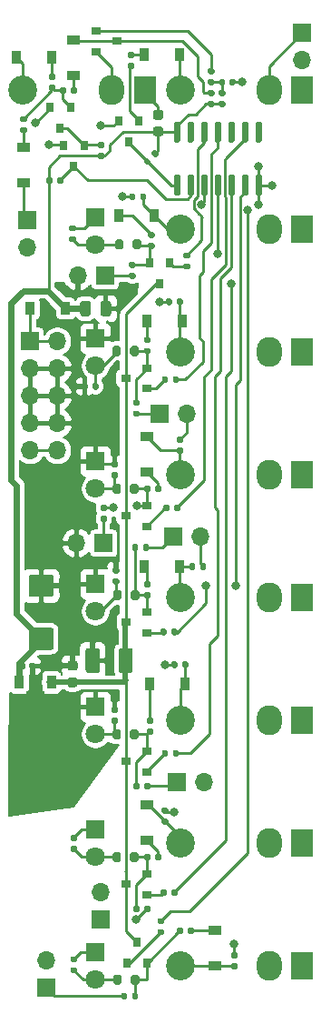
<source format=gtl>
G04 #@! TF.GenerationSoftware,KiCad,Pcbnew,(5.1.10)-1*
G04 #@! TF.CreationDate,2021-11-26T00:00:13+01:00*
G04 #@! TF.ProjectId,clockdiv,636c6f63-6b64-4697-962e-6b696361645f,rev?*
G04 #@! TF.SameCoordinates,Original*
G04 #@! TF.FileFunction,Copper,L1,Top*
G04 #@! TF.FilePolarity,Positive*
%FSLAX46Y46*%
G04 Gerber Fmt 4.6, Leading zero omitted, Abs format (unit mm)*
G04 Created by KiCad (PCBNEW (5.1.10)-1) date 2021-11-26 00:00:13*
%MOMM*%
%LPD*%
G01*
G04 APERTURE LIST*
G04 #@! TA.AperFunction,ComponentPad*
%ADD10O,1.700000X1.700000*%
G04 #@! TD*
G04 #@! TA.AperFunction,ComponentPad*
%ADD11R,1.700000X1.700000*%
G04 #@! TD*
G04 #@! TA.AperFunction,SMDPad,CuDef*
%ADD12R,1.200000X0.900000*%
G04 #@! TD*
G04 #@! TA.AperFunction,SMDPad,CuDef*
%ADD13R,0.900000X1.200000*%
G04 #@! TD*
G04 #@! TA.AperFunction,SMDPad,CuDef*
%ADD14C,0.100000*%
G04 #@! TD*
G04 #@! TA.AperFunction,SMDPad,CuDef*
%ADD15R,0.900000X1.300000*%
G04 #@! TD*
G04 #@! TA.AperFunction,ComponentPad*
%ADD16O,2.350000X2.800000*%
G04 #@! TD*
G04 #@! TA.AperFunction,ComponentPad*
%ADD17R,2.150000X2.600000*%
G04 #@! TD*
G04 #@! TA.AperFunction,ComponentPad*
%ADD18C,2.700000*%
G04 #@! TD*
G04 #@! TA.AperFunction,SMDPad,CuDef*
%ADD19R,0.800000X0.900000*%
G04 #@! TD*
G04 #@! TA.AperFunction,ComponentPad*
%ADD20C,1.800000*%
G04 #@! TD*
G04 #@! TA.AperFunction,ComponentPad*
%ADD21R,1.800000X1.800000*%
G04 #@! TD*
G04 #@! TA.AperFunction,SMDPad,CuDef*
%ADD22R,0.900000X0.800000*%
G04 #@! TD*
G04 #@! TA.AperFunction,ViaPad*
%ADD23C,0.800000*%
G04 #@! TD*
G04 #@! TA.AperFunction,Conductor*
%ADD24C,0.250000*%
G04 #@! TD*
G04 #@! TA.AperFunction,Conductor*
%ADD25C,0.600000*%
G04 #@! TD*
G04 #@! TA.AperFunction,Conductor*
%ADD26C,0.500000*%
G04 #@! TD*
G04 #@! TA.AperFunction,Conductor*
%ADD27C,0.200000*%
G04 #@! TD*
G04 #@! TA.AperFunction,Conductor*
%ADD28C,0.100000*%
G04 #@! TD*
G04 APERTURE END LIST*
G04 #@! TO.P,C3,2*
G04 #@! TO.N,+12V*
G04 #@! TA.AperFunction,SMDPad,CuDef*
G36*
G01*
X109754000Y-136482000D02*
X109754000Y-136822000D01*
G75*
G02*
X109614000Y-136962000I-140000J0D01*
G01*
X109334000Y-136962000D01*
G75*
G02*
X109194000Y-136822000I0J140000D01*
G01*
X109194000Y-136482000D01*
G75*
G02*
X109334000Y-136342000I140000J0D01*
G01*
X109614000Y-136342000D01*
G75*
G02*
X109754000Y-136482000I0J-140000D01*
G01*
G37*
G04 #@! TD.AperFunction*
G04 #@! TO.P,C3,1*
G04 #@! TO.N,GNDREF*
G04 #@! TA.AperFunction,SMDPad,CuDef*
G36*
G01*
X110714000Y-136482000D02*
X110714000Y-136822000D01*
G75*
G02*
X110574000Y-136962000I-140000J0D01*
G01*
X110294000Y-136962000D01*
G75*
G02*
X110154000Y-136822000I0J140000D01*
G01*
X110154000Y-136482000D01*
G75*
G02*
X110294000Y-136342000I140000J0D01*
G01*
X110574000Y-136342000D01*
G75*
G02*
X110714000Y-136482000I0J-140000D01*
G01*
G37*
G04 #@! TD.AperFunction*
G04 #@! TD*
G04 #@! TO.P,C1,2*
G04 #@! TO.N,GNDREF*
G04 #@! TA.AperFunction,SMDPad,CuDef*
G36*
G01*
X128823000Y-82466000D02*
X128823000Y-82126000D01*
G75*
G02*
X128963000Y-81986000I140000J0D01*
G01*
X129243000Y-81986000D01*
G75*
G02*
X129383000Y-82126000I0J-140000D01*
G01*
X129383000Y-82466000D01*
G75*
G02*
X129243000Y-82606000I-140000J0D01*
G01*
X128963000Y-82606000D01*
G75*
G02*
X128823000Y-82466000I0J140000D01*
G01*
G37*
G04 #@! TD.AperFunction*
G04 #@! TO.P,C1,1*
G04 #@! TO.N,Net-(C1-Pad1)*
G04 #@! TA.AperFunction,SMDPad,CuDef*
G36*
G01*
X127863000Y-82466000D02*
X127863000Y-82126000D01*
G75*
G02*
X128003000Y-81986000I140000J0D01*
G01*
X128283000Y-81986000D01*
G75*
G02*
X128423000Y-82126000I0J-140000D01*
G01*
X128423000Y-82466000D01*
G75*
G02*
X128283000Y-82606000I-140000J0D01*
G01*
X128003000Y-82606000D01*
G75*
G02*
X127863000Y-82466000I0J140000D01*
G01*
G37*
G04 #@! TD.AperFunction*
G04 #@! TD*
G04 #@! TO.P,R52,2*
G04 #@! TO.N,Net-(J19-Pad1)*
G04 #@! TA.AperFunction,SMDPad,CuDef*
G36*
G01*
X119267000Y-167201000D02*
X119267000Y-167571000D01*
G75*
G02*
X119132000Y-167706000I-135000J0D01*
G01*
X118862000Y-167706000D01*
G75*
G02*
X118727000Y-167571000I0J135000D01*
G01*
X118727000Y-167201000D01*
G75*
G02*
X118862000Y-167066000I135000J0D01*
G01*
X119132000Y-167066000D01*
G75*
G02*
X119267000Y-167201000I0J-135000D01*
G01*
G37*
G04 #@! TD.AperFunction*
G04 #@! TO.P,R52,1*
G04 #@! TO.N,Net-(Q5-Pad2)*
G04 #@! TA.AperFunction,SMDPad,CuDef*
G36*
G01*
X120287000Y-167201000D02*
X120287000Y-167571000D01*
G75*
G02*
X120152000Y-167706000I-135000J0D01*
G01*
X119882000Y-167706000D01*
G75*
G02*
X119747000Y-167571000I0J135000D01*
G01*
X119747000Y-167201000D01*
G75*
G02*
X119882000Y-167066000I135000J0D01*
G01*
X120152000Y-167066000D01*
G75*
G02*
X120287000Y-167201000I0J-135000D01*
G01*
G37*
G04 #@! TD.AperFunction*
G04 #@! TD*
G04 #@! TO.P,R51,2*
G04 #@! TO.N,Net-(J18-Pad1)*
G04 #@! TA.AperFunction,SMDPad,CuDef*
G36*
G01*
X120890000Y-159443000D02*
X120890000Y-159073000D01*
G75*
G02*
X121025000Y-158938000I135000J0D01*
G01*
X121295000Y-158938000D01*
G75*
G02*
X121430000Y-159073000I0J-135000D01*
G01*
X121430000Y-159443000D01*
G75*
G02*
X121295000Y-159578000I-135000J0D01*
G01*
X121025000Y-159578000D01*
G75*
G02*
X120890000Y-159443000I0J135000D01*
G01*
G37*
G04 #@! TD.AperFunction*
G04 #@! TO.P,R51,1*
G04 #@! TO.N,Net-(Q11-Pad2)*
G04 #@! TA.AperFunction,SMDPad,CuDef*
G36*
G01*
X119870000Y-159443000D02*
X119870000Y-159073000D01*
G75*
G02*
X120005000Y-158938000I135000J0D01*
G01*
X120275000Y-158938000D01*
G75*
G02*
X120410000Y-159073000I0J-135000D01*
G01*
X120410000Y-159443000D01*
G75*
G02*
X120275000Y-159578000I-135000J0D01*
G01*
X120005000Y-159578000D01*
G75*
G02*
X119870000Y-159443000I0J135000D01*
G01*
G37*
G04 #@! TD.AperFunction*
G04 #@! TD*
G04 #@! TO.P,R50,2*
G04 #@! TO.N,Net-(J17-Pad1)*
G04 #@! TA.AperFunction,SMDPad,CuDef*
G36*
G01*
X120888000Y-148013000D02*
X120888000Y-147643000D01*
G75*
G02*
X121023000Y-147508000I135000J0D01*
G01*
X121293000Y-147508000D01*
G75*
G02*
X121428000Y-147643000I0J-135000D01*
G01*
X121428000Y-148013000D01*
G75*
G02*
X121293000Y-148148000I-135000J0D01*
G01*
X121023000Y-148148000D01*
G75*
G02*
X120888000Y-148013000I0J135000D01*
G01*
G37*
G04 #@! TD.AperFunction*
G04 #@! TO.P,R50,1*
G04 #@! TO.N,Net-(Q10-Pad2)*
G04 #@! TA.AperFunction,SMDPad,CuDef*
G36*
G01*
X119868000Y-148013000D02*
X119868000Y-147643000D01*
G75*
G02*
X120003000Y-147508000I135000J0D01*
G01*
X120273000Y-147508000D01*
G75*
G02*
X120408000Y-147643000I0J-135000D01*
G01*
X120408000Y-148013000D01*
G75*
G02*
X120273000Y-148148000I-135000J0D01*
G01*
X120003000Y-148148000D01*
G75*
G02*
X119868000Y-148013000I0J135000D01*
G01*
G37*
G04 #@! TD.AperFunction*
G04 #@! TD*
G04 #@! TO.P,R49,2*
G04 #@! TO.N,Net-(J16-Pad1)*
G04 #@! TA.AperFunction,SMDPad,CuDef*
G36*
G01*
X120763000Y-125788000D02*
X120763000Y-125418000D01*
G75*
G02*
X120898000Y-125283000I135000J0D01*
G01*
X121168000Y-125283000D01*
G75*
G02*
X121303000Y-125418000I0J-135000D01*
G01*
X121303000Y-125788000D01*
G75*
G02*
X121168000Y-125923000I-135000J0D01*
G01*
X120898000Y-125923000D01*
G75*
G02*
X120763000Y-125788000I0J135000D01*
G01*
G37*
G04 #@! TD.AperFunction*
G04 #@! TO.P,R49,1*
G04 #@! TO.N,Net-(Q9-Pad2)*
G04 #@! TA.AperFunction,SMDPad,CuDef*
G36*
G01*
X119743000Y-125788000D02*
X119743000Y-125418000D01*
G75*
G02*
X119878000Y-125283000I135000J0D01*
G01*
X120148000Y-125283000D01*
G75*
G02*
X120283000Y-125418000I0J-135000D01*
G01*
X120283000Y-125788000D01*
G75*
G02*
X120148000Y-125923000I-135000J0D01*
G01*
X119878000Y-125923000D01*
G75*
G02*
X119743000Y-125788000I0J135000D01*
G01*
G37*
G04 #@! TD.AperFunction*
G04 #@! TD*
G04 #@! TO.P,R48,2*
G04 #@! TO.N,Net-(J15-Pad1)*
G04 #@! TA.AperFunction,SMDPad,CuDef*
G36*
G01*
X119957000Y-112889000D02*
X120327000Y-112889000D01*
G75*
G02*
X120462000Y-113024000I0J-135000D01*
G01*
X120462000Y-113294000D01*
G75*
G02*
X120327000Y-113429000I-135000J0D01*
G01*
X119957000Y-113429000D01*
G75*
G02*
X119822000Y-113294000I0J135000D01*
G01*
X119822000Y-113024000D01*
G75*
G02*
X119957000Y-112889000I135000J0D01*
G01*
G37*
G04 #@! TD.AperFunction*
G04 #@! TO.P,R48,1*
G04 #@! TO.N,Net-(Q8-Pad2)*
G04 #@! TA.AperFunction,SMDPad,CuDef*
G36*
G01*
X119957000Y-111869000D02*
X120327000Y-111869000D01*
G75*
G02*
X120462000Y-112004000I0J-135000D01*
G01*
X120462000Y-112274000D01*
G75*
G02*
X120327000Y-112409000I-135000J0D01*
G01*
X119957000Y-112409000D01*
G75*
G02*
X119822000Y-112274000I0J135000D01*
G01*
X119822000Y-112004000D01*
G75*
G02*
X119957000Y-111869000I135000J0D01*
G01*
G37*
G04 #@! TD.AperFunction*
G04 #@! TD*
G04 #@! TO.P,R47,2*
G04 #@! TO.N,Net-(J14-Pad1)*
G04 #@! TA.AperFunction,SMDPad,CuDef*
G36*
G01*
X116909000Y-122670000D02*
X117279000Y-122670000D01*
G75*
G02*
X117414000Y-122805000I0J-135000D01*
G01*
X117414000Y-123075000D01*
G75*
G02*
X117279000Y-123210000I-135000J0D01*
G01*
X116909000Y-123210000D01*
G75*
G02*
X116774000Y-123075000I0J135000D01*
G01*
X116774000Y-122805000D01*
G75*
G02*
X116909000Y-122670000I135000J0D01*
G01*
G37*
G04 #@! TD.AperFunction*
G04 #@! TO.P,R47,1*
G04 #@! TO.N,Net-(Q7-Pad2)*
G04 #@! TA.AperFunction,SMDPad,CuDef*
G36*
G01*
X116909000Y-121650000D02*
X117279000Y-121650000D01*
G75*
G02*
X117414000Y-121785000I0J-135000D01*
G01*
X117414000Y-122055000D01*
G75*
G02*
X117279000Y-122190000I-135000J0D01*
G01*
X116909000Y-122190000D01*
G75*
G02*
X116774000Y-122055000I0J135000D01*
G01*
X116774000Y-121785000D01*
G75*
G02*
X116909000Y-121650000I135000J0D01*
G01*
G37*
G04 #@! TD.AperFunction*
G04 #@! TD*
G04 #@! TO.P,R46,2*
G04 #@! TO.N,Net-(J13-Pad1)*
G04 #@! TA.AperFunction,SMDPad,CuDef*
G36*
G01*
X119576000Y-100062000D02*
X119946000Y-100062000D01*
G75*
G02*
X120081000Y-100197000I0J-135000D01*
G01*
X120081000Y-100467000D01*
G75*
G02*
X119946000Y-100602000I-135000J0D01*
G01*
X119576000Y-100602000D01*
G75*
G02*
X119441000Y-100467000I0J135000D01*
G01*
X119441000Y-100197000D01*
G75*
G02*
X119576000Y-100062000I135000J0D01*
G01*
G37*
G04 #@! TD.AperFunction*
G04 #@! TO.P,R46,1*
G04 #@! TO.N,Net-(Q6-Pad2)*
G04 #@! TA.AperFunction,SMDPad,CuDef*
G36*
G01*
X119576000Y-99042000D02*
X119946000Y-99042000D01*
G75*
G02*
X120081000Y-99177000I0J-135000D01*
G01*
X120081000Y-99447000D01*
G75*
G02*
X119946000Y-99582000I-135000J0D01*
G01*
X119576000Y-99582000D01*
G75*
G02*
X119441000Y-99447000I0J135000D01*
G01*
X119441000Y-99177000D01*
G75*
G02*
X119576000Y-99042000I135000J0D01*
G01*
G37*
G04 #@! TD.AperFunction*
G04 #@! TD*
D10*
G04 #@! TO.P,J19,2*
G04 #@! TO.N,GNDREF*
X111760000Y-164084000D03*
D11*
G04 #@! TO.P,J19,1*
G04 #@! TO.N,Net-(J19-Pad1)*
X111760000Y-166624000D03*
G04 #@! TD*
D10*
G04 #@! TO.P,J18,2*
G04 #@! TO.N,GNDREF*
X116840000Y-157734000D03*
D11*
G04 #@! TO.P,J18,1*
G04 #@! TO.N,Net-(J18-Pad1)*
X116840000Y-160274000D03*
G04 #@! TD*
D10*
G04 #@! TO.P,J17,2*
G04 #@! TO.N,GNDREF*
X126492000Y-147447000D03*
D11*
G04 #@! TO.P,J17,1*
G04 #@! TO.N,Net-(J17-Pad1)*
X123952000Y-147447000D03*
G04 #@! TD*
D10*
G04 #@! TO.P,J16,2*
G04 #@! TO.N,GNDREF*
X126111000Y-124587000D03*
D11*
G04 #@! TO.P,J16,1*
G04 #@! TO.N,Net-(J16-Pad1)*
X123571000Y-124587000D03*
G04 #@! TD*
D10*
G04 #@! TO.P,J15,2*
G04 #@! TO.N,GNDREF*
X124841000Y-113157000D03*
D11*
G04 #@! TO.P,J15,1*
G04 #@! TO.N,Net-(J15-Pad1)*
X122301000Y-113157000D03*
G04 #@! TD*
D10*
G04 #@! TO.P,J14,2*
G04 #@! TO.N,GNDREF*
X114554000Y-125222000D03*
D11*
G04 #@! TO.P,J14,1*
G04 #@! TO.N,Net-(J14-Pad1)*
X117094000Y-125222000D03*
G04 #@! TD*
D10*
G04 #@! TO.P,J13,2*
G04 #@! TO.N,GNDREF*
X114681000Y-100330000D03*
D11*
G04 #@! TO.P,J13,1*
G04 #@! TO.N,Net-(J13-Pad1)*
X117221000Y-100330000D03*
G04 #@! TD*
G04 #@! TO.P,R45,2*
G04 #@! TO.N,Net-(D6-Pad2)*
G04 #@! TA.AperFunction,SMDPad,CuDef*
G36*
G01*
X114115000Y-164705000D02*
X114485000Y-164705000D01*
G75*
G02*
X114620000Y-164840000I0J-135000D01*
G01*
X114620000Y-165110000D01*
G75*
G02*
X114485000Y-165245000I-135000J0D01*
G01*
X114115000Y-165245000D01*
G75*
G02*
X113980000Y-165110000I0J135000D01*
G01*
X113980000Y-164840000D01*
G75*
G02*
X114115000Y-164705000I135000J0D01*
G01*
G37*
G04 #@! TD.AperFunction*
G04 #@! TO.P,R45,1*
G04 #@! TO.N,GNDREF*
G04 #@! TA.AperFunction,SMDPad,CuDef*
G36*
G01*
X114115000Y-163685000D02*
X114485000Y-163685000D01*
G75*
G02*
X114620000Y-163820000I0J-135000D01*
G01*
X114620000Y-164090000D01*
G75*
G02*
X114485000Y-164225000I-135000J0D01*
G01*
X114115000Y-164225000D01*
G75*
G02*
X113980000Y-164090000I0J135000D01*
G01*
X113980000Y-163820000D01*
G75*
G02*
X114115000Y-163685000I135000J0D01*
G01*
G37*
G04 #@! TD.AperFunction*
G04 #@! TD*
G04 #@! TO.P,R44,2*
G04 #@! TO.N,GNDREF*
G04 #@! TA.AperFunction,SMDPad,CuDef*
G36*
G01*
X129471000Y-163844000D02*
X129101000Y-163844000D01*
G75*
G02*
X128966000Y-163709000I0J135000D01*
G01*
X128966000Y-163439000D01*
G75*
G02*
X129101000Y-163304000I135000J0D01*
G01*
X129471000Y-163304000D01*
G75*
G02*
X129606000Y-163439000I0J-135000D01*
G01*
X129606000Y-163709000D01*
G75*
G02*
X129471000Y-163844000I-135000J0D01*
G01*
G37*
G04 #@! TD.AperFunction*
G04 #@! TO.P,R44,1*
G04 #@! TO.N,Net-(D19-Pad1)*
G04 #@! TA.AperFunction,SMDPad,CuDef*
G36*
G01*
X129471000Y-164864000D02*
X129101000Y-164864000D01*
G75*
G02*
X128966000Y-164729000I0J135000D01*
G01*
X128966000Y-164459000D01*
G75*
G02*
X129101000Y-164324000I135000J0D01*
G01*
X129471000Y-164324000D01*
G75*
G02*
X129606000Y-164459000I0J-135000D01*
G01*
X129606000Y-164729000D01*
G75*
G02*
X129471000Y-164864000I-135000J0D01*
G01*
G37*
G04 #@! TD.AperFunction*
G04 #@! TD*
G04 #@! TO.P,R43,2*
G04 #@! TO.N,Net-(D12-Pad2)*
G04 #@! TA.AperFunction,SMDPad,CuDef*
G36*
G01*
X114115000Y-153402000D02*
X114485000Y-153402000D01*
G75*
G02*
X114620000Y-153537000I0J-135000D01*
G01*
X114620000Y-153807000D01*
G75*
G02*
X114485000Y-153942000I-135000J0D01*
G01*
X114115000Y-153942000D01*
G75*
G02*
X113980000Y-153807000I0J135000D01*
G01*
X113980000Y-153537000D01*
G75*
G02*
X114115000Y-153402000I135000J0D01*
G01*
G37*
G04 #@! TD.AperFunction*
G04 #@! TO.P,R43,1*
G04 #@! TO.N,GNDREF*
G04 #@! TA.AperFunction,SMDPad,CuDef*
G36*
G01*
X114115000Y-152382000D02*
X114485000Y-152382000D01*
G75*
G02*
X114620000Y-152517000I0J-135000D01*
G01*
X114620000Y-152787000D01*
G75*
G02*
X114485000Y-152922000I-135000J0D01*
G01*
X114115000Y-152922000D01*
G75*
G02*
X113980000Y-152787000I0J135000D01*
G01*
X113980000Y-152517000D01*
G75*
G02*
X114115000Y-152382000I135000J0D01*
G01*
G37*
G04 #@! TD.AperFunction*
G04 #@! TD*
G04 #@! TO.P,R42,2*
G04 #@! TO.N,GNDREF*
G04 #@! TA.AperFunction,SMDPad,CuDef*
G36*
G01*
X122994000Y-150380000D02*
X122624000Y-150380000D01*
G75*
G02*
X122489000Y-150245000I0J135000D01*
G01*
X122489000Y-149975000D01*
G75*
G02*
X122624000Y-149840000I135000J0D01*
G01*
X122994000Y-149840000D01*
G75*
G02*
X123129000Y-149975000I0J-135000D01*
G01*
X123129000Y-150245000D01*
G75*
G02*
X122994000Y-150380000I-135000J0D01*
G01*
G37*
G04 #@! TD.AperFunction*
G04 #@! TO.P,R42,1*
G04 #@! TO.N,Net-(D18-Pad1)*
G04 #@! TA.AperFunction,SMDPad,CuDef*
G36*
G01*
X122994000Y-151400000D02*
X122624000Y-151400000D01*
G75*
G02*
X122489000Y-151265000I0J135000D01*
G01*
X122489000Y-150995000D01*
G75*
G02*
X122624000Y-150860000I135000J0D01*
G01*
X122994000Y-150860000D01*
G75*
G02*
X123129000Y-150995000I0J-135000D01*
G01*
X123129000Y-151265000D01*
G75*
G02*
X122994000Y-151400000I-135000J0D01*
G01*
G37*
G04 #@! TD.AperFunction*
G04 #@! TD*
G04 #@! TO.P,R41,2*
G04 #@! TO.N,Net-(D11-Pad2)*
G04 #@! TA.AperFunction,SMDPad,CuDef*
G36*
G01*
X117925000Y-141464000D02*
X118295000Y-141464000D01*
G75*
G02*
X118430000Y-141599000I0J-135000D01*
G01*
X118430000Y-141869000D01*
G75*
G02*
X118295000Y-142004000I-135000J0D01*
G01*
X117925000Y-142004000D01*
G75*
G02*
X117790000Y-141869000I0J135000D01*
G01*
X117790000Y-141599000D01*
G75*
G02*
X117925000Y-141464000I135000J0D01*
G01*
G37*
G04 #@! TD.AperFunction*
G04 #@! TO.P,R41,1*
G04 #@! TO.N,GNDREF*
G04 #@! TA.AperFunction,SMDPad,CuDef*
G36*
G01*
X117925000Y-140444000D02*
X118295000Y-140444000D01*
G75*
G02*
X118430000Y-140579000I0J-135000D01*
G01*
X118430000Y-140849000D01*
G75*
G02*
X118295000Y-140984000I-135000J0D01*
G01*
X117925000Y-140984000D01*
G75*
G02*
X117790000Y-140849000I0J135000D01*
G01*
X117790000Y-140579000D01*
G75*
G02*
X117925000Y-140444000I135000J0D01*
G01*
G37*
G04 #@! TD.AperFunction*
G04 #@! TD*
G04 #@! TO.P,R40,2*
G04 #@! TO.N,GNDREF*
G04 #@! TA.AperFunction,SMDPad,CuDef*
G36*
G01*
X123966000Y-136340000D02*
X123966000Y-136710000D01*
G75*
G02*
X123831000Y-136845000I-135000J0D01*
G01*
X123561000Y-136845000D01*
G75*
G02*
X123426000Y-136710000I0J135000D01*
G01*
X123426000Y-136340000D01*
G75*
G02*
X123561000Y-136205000I135000J0D01*
G01*
X123831000Y-136205000D01*
G75*
G02*
X123966000Y-136340000I0J-135000D01*
G01*
G37*
G04 #@! TD.AperFunction*
G04 #@! TO.P,R40,1*
G04 #@! TO.N,Net-(D17-Pad1)*
G04 #@! TA.AperFunction,SMDPad,CuDef*
G36*
G01*
X124986000Y-136340000D02*
X124986000Y-136710000D01*
G75*
G02*
X124851000Y-136845000I-135000J0D01*
G01*
X124581000Y-136845000D01*
G75*
G02*
X124446000Y-136710000I0J135000D01*
G01*
X124446000Y-136340000D01*
G75*
G02*
X124581000Y-136205000I135000J0D01*
G01*
X124851000Y-136205000D01*
G75*
G02*
X124986000Y-136340000I0J-135000D01*
G01*
G37*
G04 #@! TD.AperFunction*
G04 #@! TD*
G04 #@! TO.P,R39,2*
G04 #@! TO.N,Net-(D10-Pad2)*
G04 #@! TA.AperFunction,SMDPad,CuDef*
G36*
G01*
X118052000Y-128508000D02*
X118422000Y-128508000D01*
G75*
G02*
X118557000Y-128643000I0J-135000D01*
G01*
X118557000Y-128913000D01*
G75*
G02*
X118422000Y-129048000I-135000J0D01*
G01*
X118052000Y-129048000D01*
G75*
G02*
X117917000Y-128913000I0J135000D01*
G01*
X117917000Y-128643000D01*
G75*
G02*
X118052000Y-128508000I135000J0D01*
G01*
G37*
G04 #@! TD.AperFunction*
G04 #@! TO.P,R39,1*
G04 #@! TO.N,GNDREF*
G04 #@! TA.AperFunction,SMDPad,CuDef*
G36*
G01*
X118052000Y-127488000D02*
X118422000Y-127488000D01*
G75*
G02*
X118557000Y-127623000I0J-135000D01*
G01*
X118557000Y-127893000D01*
G75*
G02*
X118422000Y-128028000I-135000J0D01*
G01*
X118052000Y-128028000D01*
G75*
G02*
X117917000Y-127893000I0J135000D01*
G01*
X117917000Y-127623000D01*
G75*
G02*
X118052000Y-127488000I135000J0D01*
G01*
G37*
G04 #@! TD.AperFunction*
G04 #@! TD*
G04 #@! TO.P,R38,2*
G04 #@! TO.N,GNDREF*
G04 #@! TA.AperFunction,SMDPad,CuDef*
G36*
G01*
X126097000Y-127566000D02*
X126097000Y-127196000D01*
G75*
G02*
X126232000Y-127061000I135000J0D01*
G01*
X126502000Y-127061000D01*
G75*
G02*
X126637000Y-127196000I0J-135000D01*
G01*
X126637000Y-127566000D01*
G75*
G02*
X126502000Y-127701000I-135000J0D01*
G01*
X126232000Y-127701000D01*
G75*
G02*
X126097000Y-127566000I0J135000D01*
G01*
G37*
G04 #@! TD.AperFunction*
G04 #@! TO.P,R38,1*
G04 #@! TO.N,Net-(D16-Pad1)*
G04 #@! TA.AperFunction,SMDPad,CuDef*
G36*
G01*
X125077000Y-127566000D02*
X125077000Y-127196000D01*
G75*
G02*
X125212000Y-127061000I135000J0D01*
G01*
X125482000Y-127061000D01*
G75*
G02*
X125617000Y-127196000I0J-135000D01*
G01*
X125617000Y-127566000D01*
G75*
G02*
X125482000Y-127701000I-135000J0D01*
G01*
X125212000Y-127701000D01*
G75*
G02*
X125077000Y-127566000I0J135000D01*
G01*
G37*
G04 #@! TD.AperFunction*
G04 #@! TD*
G04 #@! TO.P,R37,2*
G04 #@! TO.N,Net-(D9-Pad2)*
G04 #@! TA.AperFunction,SMDPad,CuDef*
G36*
G01*
X116064000Y-110802000D02*
X116064000Y-110432000D01*
G75*
G02*
X116199000Y-110297000I135000J0D01*
G01*
X116469000Y-110297000D01*
G75*
G02*
X116604000Y-110432000I0J-135000D01*
G01*
X116604000Y-110802000D01*
G75*
G02*
X116469000Y-110937000I-135000J0D01*
G01*
X116199000Y-110937000D01*
G75*
G02*
X116064000Y-110802000I0J135000D01*
G01*
G37*
G04 #@! TD.AperFunction*
G04 #@! TO.P,R37,1*
G04 #@! TO.N,GNDREF*
G04 #@! TA.AperFunction,SMDPad,CuDef*
G36*
G01*
X115044000Y-110802000D02*
X115044000Y-110432000D01*
G75*
G02*
X115179000Y-110297000I135000J0D01*
G01*
X115449000Y-110297000D01*
G75*
G02*
X115584000Y-110432000I0J-135000D01*
G01*
X115584000Y-110802000D01*
G75*
G02*
X115449000Y-110937000I-135000J0D01*
G01*
X115179000Y-110937000D01*
G75*
G02*
X115044000Y-110802000I0J135000D01*
G01*
G37*
G04 #@! TD.AperFunction*
G04 #@! TD*
G04 #@! TO.P,R36,2*
G04 #@! TO.N,GNDREF*
G04 #@! TA.AperFunction,SMDPad,CuDef*
G36*
G01*
X123456000Y-102558000D02*
X123456000Y-102928000D01*
G75*
G02*
X123321000Y-103063000I-135000J0D01*
G01*
X123051000Y-103063000D01*
G75*
G02*
X122916000Y-102928000I0J135000D01*
G01*
X122916000Y-102558000D01*
G75*
G02*
X123051000Y-102423000I135000J0D01*
G01*
X123321000Y-102423000D01*
G75*
G02*
X123456000Y-102558000I0J-135000D01*
G01*
G37*
G04 #@! TD.AperFunction*
G04 #@! TO.P,R36,1*
G04 #@! TO.N,Net-(D15-Pad1)*
G04 #@! TA.AperFunction,SMDPad,CuDef*
G36*
G01*
X124476000Y-102558000D02*
X124476000Y-102928000D01*
G75*
G02*
X124341000Y-103063000I-135000J0D01*
G01*
X124071000Y-103063000D01*
G75*
G02*
X123936000Y-102928000I0J135000D01*
G01*
X123936000Y-102558000D01*
G75*
G02*
X124071000Y-102423000I135000J0D01*
G01*
X124341000Y-102423000D01*
G75*
G02*
X124476000Y-102558000I0J-135000D01*
G01*
G37*
G04 #@! TD.AperFunction*
G04 #@! TD*
G04 #@! TO.P,R35,2*
G04 #@! TO.N,Net-(D8-Pad2)*
G04 #@! TA.AperFunction,SMDPad,CuDef*
G36*
G01*
X117925000Y-118602000D02*
X118295000Y-118602000D01*
G75*
G02*
X118430000Y-118737000I0J-135000D01*
G01*
X118430000Y-119007000D01*
G75*
G02*
X118295000Y-119142000I-135000J0D01*
G01*
X117925000Y-119142000D01*
G75*
G02*
X117790000Y-119007000I0J135000D01*
G01*
X117790000Y-118737000D01*
G75*
G02*
X117925000Y-118602000I135000J0D01*
G01*
G37*
G04 #@! TD.AperFunction*
G04 #@! TO.P,R35,1*
G04 #@! TO.N,GNDREF*
G04 #@! TA.AperFunction,SMDPad,CuDef*
G36*
G01*
X117925000Y-117582000D02*
X118295000Y-117582000D01*
G75*
G02*
X118430000Y-117717000I0J-135000D01*
G01*
X118430000Y-117987000D01*
G75*
G02*
X118295000Y-118122000I-135000J0D01*
G01*
X117925000Y-118122000D01*
G75*
G02*
X117790000Y-117987000I0J135000D01*
G01*
X117790000Y-117717000D01*
G75*
G02*
X117925000Y-117582000I135000J0D01*
G01*
G37*
G04 #@! TD.AperFunction*
G04 #@! TD*
G04 #@! TO.P,R34,2*
G04 #@! TO.N,GNDREF*
G04 #@! TA.AperFunction,SMDPad,CuDef*
G36*
G01*
X124391000Y-115836000D02*
X124021000Y-115836000D01*
G75*
G02*
X123886000Y-115701000I0J135000D01*
G01*
X123886000Y-115431000D01*
G75*
G02*
X124021000Y-115296000I135000J0D01*
G01*
X124391000Y-115296000D01*
G75*
G02*
X124526000Y-115431000I0J-135000D01*
G01*
X124526000Y-115701000D01*
G75*
G02*
X124391000Y-115836000I-135000J0D01*
G01*
G37*
G04 #@! TD.AperFunction*
G04 #@! TO.P,R34,1*
G04 #@! TO.N,Net-(D14-Pad1)*
G04 #@! TA.AperFunction,SMDPad,CuDef*
G36*
G01*
X124391000Y-116856000D02*
X124021000Y-116856000D01*
G75*
G02*
X123886000Y-116721000I0J135000D01*
G01*
X123886000Y-116451000D01*
G75*
G02*
X124021000Y-116316000I135000J0D01*
G01*
X124391000Y-116316000D01*
G75*
G02*
X124526000Y-116451000I0J-135000D01*
G01*
X124526000Y-116721000D01*
G75*
G02*
X124391000Y-116856000I-135000J0D01*
G01*
G37*
G04 #@! TD.AperFunction*
G04 #@! TD*
G04 #@! TO.P,R33,1*
G04 #@! TO.N,GNDREF*
G04 #@! TA.AperFunction,SMDPad,CuDef*
G36*
G01*
X113988000Y-95613000D02*
X114358000Y-95613000D01*
G75*
G02*
X114493000Y-95748000I0J-135000D01*
G01*
X114493000Y-96018000D01*
G75*
G02*
X114358000Y-96153000I-135000J0D01*
G01*
X113988000Y-96153000D01*
G75*
G02*
X113853000Y-96018000I0J135000D01*
G01*
X113853000Y-95748000D01*
G75*
G02*
X113988000Y-95613000I135000J0D01*
G01*
G37*
G04 #@! TD.AperFunction*
G04 #@! TO.P,R33,2*
G04 #@! TO.N,Net-(D7-Pad2)*
G04 #@! TA.AperFunction,SMDPad,CuDef*
G36*
G01*
X113988000Y-96633000D02*
X114358000Y-96633000D01*
G75*
G02*
X114493000Y-96768000I0J-135000D01*
G01*
X114493000Y-97038000D01*
G75*
G02*
X114358000Y-97173000I-135000J0D01*
G01*
X113988000Y-97173000D01*
G75*
G02*
X113853000Y-97038000I0J135000D01*
G01*
X113853000Y-96768000D01*
G75*
G02*
X113988000Y-96633000I135000J0D01*
G01*
G37*
G04 #@! TD.AperFunction*
G04 #@! TD*
G04 #@! TO.P,R32,2*
G04 #@! TO.N,GNDREF*
G04 #@! TA.AperFunction,SMDPad,CuDef*
G36*
G01*
X120027000Y-92779000D02*
X120027000Y-93149000D01*
G75*
G02*
X119892000Y-93284000I-135000J0D01*
G01*
X119622000Y-93284000D01*
G75*
G02*
X119487000Y-93149000I0J135000D01*
G01*
X119487000Y-92779000D01*
G75*
G02*
X119622000Y-92644000I135000J0D01*
G01*
X119892000Y-92644000D01*
G75*
G02*
X120027000Y-92779000I0J-135000D01*
G01*
G37*
G04 #@! TD.AperFunction*
G04 #@! TO.P,R32,1*
G04 #@! TO.N,Net-(D13-Pad1)*
G04 #@! TA.AperFunction,SMDPad,CuDef*
G36*
G01*
X121047000Y-92779000D02*
X121047000Y-93149000D01*
G75*
G02*
X120912000Y-93284000I-135000J0D01*
G01*
X120642000Y-93284000D01*
G75*
G02*
X120507000Y-93149000I0J135000D01*
G01*
X120507000Y-92779000D01*
G75*
G02*
X120642000Y-92644000I135000J0D01*
G01*
X120912000Y-92644000D01*
G75*
G02*
X121047000Y-92779000I0J-135000D01*
G01*
G37*
G04 #@! TD.AperFunction*
G04 #@! TD*
D12*
G04 #@! TO.P,D19,2*
G04 #@! TO.N,Net-(D19-Pad2)*
X127508000Y-161291000D03*
G04 #@! TO.P,D19,1*
G04 #@! TO.N,Net-(D19-Pad1)*
X127508000Y-164591000D03*
G04 #@! TD*
G04 #@! TO.P,D18,2*
G04 #@! TO.N,Net-(D18-Pad2)*
X121158000Y-152907000D03*
G04 #@! TO.P,D18,1*
G04 #@! TO.N,Net-(D18-Pad1)*
X121158000Y-149607000D03*
G04 #@! TD*
D13*
G04 #@! TO.P,D17,2*
G04 #@! TO.N,Net-(D17-Pad2)*
X121412000Y-138303000D03*
G04 #@! TO.P,D17,1*
G04 #@! TO.N,Net-(D17-Pad1)*
X124712000Y-138303000D03*
G04 #@! TD*
G04 #@! TO.P,D16,2*
G04 #@! TO.N,Net-(D16-Pad2)*
X120905000Y-127381000D03*
G04 #@! TO.P,D16,1*
G04 #@! TO.N,Net-(D16-Pad1)*
X124205000Y-127381000D03*
G04 #@! TD*
G04 #@! TO.P,D15,2*
G04 #@! TO.N,Net-(D15-Pad2)*
X121158000Y-104521000D03*
G04 #@! TO.P,D15,1*
G04 #@! TO.N,Net-(D15-Pad1)*
X124458000Y-104521000D03*
G04 #@! TD*
D12*
G04 #@! TO.P,D14,2*
G04 #@! TO.N,Net-(D14-Pad2)*
X121158000Y-118618000D03*
G04 #@! TO.P,D14,1*
G04 #@! TO.N,Net-(D14-Pad1)*
X121158000Y-115318000D03*
G04 #@! TD*
D13*
G04 #@! TO.P,D13,2*
G04 #@! TO.N,Net-(D13-Pad2)*
X118492000Y-94742000D03*
G04 #@! TO.P,D13,1*
G04 #@! TO.N,Net-(D13-Pad1)*
X121792000Y-94742000D03*
G04 #@! TD*
G04 #@! TA.AperFunction,SMDPad,CuDef*
D14*
G04 #@! TO.P,U2,2*
G04 #@! TO.N,GNDREF*
G36*
X109853500Y-142126000D02*
G01*
X109853500Y-139001000D01*
X110270000Y-139001000D01*
X110270000Y-137526000D01*
X111170000Y-137526000D01*
X111170000Y-139001000D01*
X111586500Y-139001000D01*
X111586500Y-142126000D01*
X109853500Y-142126000D01*
G37*
G04 #@! TD.AperFunction*
D15*
G04 #@! TO.P,U2,3*
G04 #@! TO.N,+12V*
X109220000Y-138176000D03*
G04 #@! TO.P,U2,1*
G04 #@! TO.N,+6V*
X112220000Y-138176000D03*
G04 #@! TD*
G04 #@! TO.P,C7,2*
G04 #@! TO.N,+6V*
G04 #@! TA.AperFunction,SMDPad,CuDef*
G36*
G01*
X113923000Y-137726000D02*
X114423000Y-137726000D01*
G75*
G02*
X114648000Y-137951000I0J-225000D01*
G01*
X114648000Y-138401000D01*
G75*
G02*
X114423000Y-138626000I-225000J0D01*
G01*
X113923000Y-138626000D01*
G75*
G02*
X113698000Y-138401000I0J225000D01*
G01*
X113698000Y-137951000D01*
G75*
G02*
X113923000Y-137726000I225000J0D01*
G01*
G37*
G04 #@! TD.AperFunction*
G04 #@! TO.P,C7,1*
G04 #@! TO.N,GNDREF*
G04 #@! TA.AperFunction,SMDPad,CuDef*
G36*
G01*
X113923000Y-136176000D02*
X114423000Y-136176000D01*
G75*
G02*
X114648000Y-136401000I0J-225000D01*
G01*
X114648000Y-136851000D01*
G75*
G02*
X114423000Y-137076000I-225000J0D01*
G01*
X113923000Y-137076000D01*
G75*
G02*
X113698000Y-136851000I0J225000D01*
G01*
X113698000Y-136401000D01*
G75*
G02*
X113923000Y-136176000I225000J0D01*
G01*
G37*
G04 #@! TD.AperFunction*
G04 #@! TD*
G04 #@! TO.P,R22,2*
G04 #@! TO.N,Net-(Q9-Pad1)*
G04 #@! TA.AperFunction,SMDPad,CuDef*
G36*
G01*
X122950000Y-133292000D02*
X122950000Y-133662000D01*
G75*
G02*
X122815000Y-133797000I-135000J0D01*
G01*
X122545000Y-133797000D01*
G75*
G02*
X122410000Y-133662000I0J135000D01*
G01*
X122410000Y-133292000D01*
G75*
G02*
X122545000Y-133157000I135000J0D01*
G01*
X122815000Y-133157000D01*
G75*
G02*
X122950000Y-133292000I0J-135000D01*
G01*
G37*
G04 #@! TD.AperFunction*
G04 #@! TO.P,R22,1*
G04 #@! TO.N,/divider/OUT4*
G04 #@! TA.AperFunction,SMDPad,CuDef*
G36*
G01*
X123970000Y-133292000D02*
X123970000Y-133662000D01*
G75*
G02*
X123835000Y-133797000I-135000J0D01*
G01*
X123565000Y-133797000D01*
G75*
G02*
X123430000Y-133662000I0J135000D01*
G01*
X123430000Y-133292000D01*
G75*
G02*
X123565000Y-133157000I135000J0D01*
G01*
X123835000Y-133157000D01*
G75*
G02*
X123970000Y-133292000I0J-135000D01*
G01*
G37*
G04 #@! TD.AperFunction*
G04 #@! TD*
D16*
G04 #@! TO.P,J2,TN*
G04 #@! TO.N,GNDREF*
X117856000Y-83058000D03*
D17*
G04 #@! TO.P,J2,S*
X120956000Y-83058000D03*
D18*
G04 #@! TO.P,J2,T*
G04 #@! TO.N,Net-(D2-Pad2)*
X109556000Y-83058000D03*
G04 #@! TD*
G04 #@! TO.P,R31,2*
G04 #@! TO.N,Net-(D6-Pad2)*
G04 #@! TA.AperFunction,SMDPad,CuDef*
G36*
G01*
X118764000Y-165587000D02*
X118764000Y-166137000D01*
G75*
G02*
X118564000Y-166337000I-200000J0D01*
G01*
X118164000Y-166337000D01*
G75*
G02*
X117964000Y-166137000I0J200000D01*
G01*
X117964000Y-165587000D01*
G75*
G02*
X118164000Y-165387000I200000J0D01*
G01*
X118564000Y-165387000D01*
G75*
G02*
X118764000Y-165587000I0J-200000D01*
G01*
G37*
G04 #@! TD.AperFunction*
G04 #@! TO.P,R31,1*
G04 #@! TO.N,Net-(Q5-Pad2)*
G04 #@! TA.AperFunction,SMDPad,CuDef*
G36*
G01*
X120414000Y-165587000D02*
X120414000Y-166137000D01*
G75*
G02*
X120214000Y-166337000I-200000J0D01*
G01*
X119814000Y-166337000D01*
G75*
G02*
X119614000Y-166137000I0J200000D01*
G01*
X119614000Y-165587000D01*
G75*
G02*
X119814000Y-165387000I200000J0D01*
G01*
X120214000Y-165387000D01*
G75*
G02*
X120414000Y-165587000I0J-200000D01*
G01*
G37*
G04 #@! TD.AperFunction*
G04 #@! TD*
G04 #@! TO.P,R30,2*
G04 #@! TO.N,Net-(D12-Pad2)*
G04 #@! TA.AperFunction,SMDPad,CuDef*
G36*
G01*
X118701000Y-154157000D02*
X118701000Y-154707000D01*
G75*
G02*
X118501000Y-154907000I-200000J0D01*
G01*
X118101000Y-154907000D01*
G75*
G02*
X117901000Y-154707000I0J200000D01*
G01*
X117901000Y-154157000D01*
G75*
G02*
X118101000Y-153957000I200000J0D01*
G01*
X118501000Y-153957000D01*
G75*
G02*
X118701000Y-154157000I0J-200000D01*
G01*
G37*
G04 #@! TD.AperFunction*
G04 #@! TO.P,R30,1*
G04 #@! TO.N,Net-(Q11-Pad2)*
G04 #@! TA.AperFunction,SMDPad,CuDef*
G36*
G01*
X120351000Y-154157000D02*
X120351000Y-154707000D01*
G75*
G02*
X120151000Y-154907000I-200000J0D01*
G01*
X119751000Y-154907000D01*
G75*
G02*
X119551000Y-154707000I0J200000D01*
G01*
X119551000Y-154157000D01*
G75*
G02*
X119751000Y-153957000I200000J0D01*
G01*
X120151000Y-153957000D01*
G75*
G02*
X120351000Y-154157000I0J-200000D01*
G01*
G37*
G04 #@! TD.AperFunction*
G04 #@! TD*
G04 #@! TO.P,R27,2*
G04 #@! TO.N,Net-(D11-Pad2)*
G04 #@! TA.AperFunction,SMDPad,CuDef*
G36*
G01*
X118701000Y-142727000D02*
X118701000Y-143277000D01*
G75*
G02*
X118501000Y-143477000I-200000J0D01*
G01*
X118101000Y-143477000D01*
G75*
G02*
X117901000Y-143277000I0J200000D01*
G01*
X117901000Y-142727000D01*
G75*
G02*
X118101000Y-142527000I200000J0D01*
G01*
X118501000Y-142527000D01*
G75*
G02*
X118701000Y-142727000I0J-200000D01*
G01*
G37*
G04 #@! TD.AperFunction*
G04 #@! TO.P,R27,1*
G04 #@! TO.N,Net-(Q10-Pad2)*
G04 #@! TA.AperFunction,SMDPad,CuDef*
G36*
G01*
X120351000Y-142727000D02*
X120351000Y-143277000D01*
G75*
G02*
X120151000Y-143477000I-200000J0D01*
G01*
X119751000Y-143477000D01*
G75*
G02*
X119551000Y-143277000I0J200000D01*
G01*
X119551000Y-142727000D01*
G75*
G02*
X119751000Y-142527000I200000J0D01*
G01*
X120151000Y-142527000D01*
G75*
G02*
X120351000Y-142727000I0J-200000D01*
G01*
G37*
G04 #@! TD.AperFunction*
G04 #@! TD*
G04 #@! TO.P,R24,2*
G04 #@! TO.N,Net-(D10-Pad2)*
G04 #@! TA.AperFunction,SMDPad,CuDef*
G36*
G01*
X118764000Y-129773000D02*
X118764000Y-130323000D01*
G75*
G02*
X118564000Y-130523000I-200000J0D01*
G01*
X118164000Y-130523000D01*
G75*
G02*
X117964000Y-130323000I0J200000D01*
G01*
X117964000Y-129773000D01*
G75*
G02*
X118164000Y-129573000I200000J0D01*
G01*
X118564000Y-129573000D01*
G75*
G02*
X118764000Y-129773000I0J-200000D01*
G01*
G37*
G04 #@! TD.AperFunction*
G04 #@! TO.P,R24,1*
G04 #@! TO.N,Net-(Q9-Pad2)*
G04 #@! TA.AperFunction,SMDPad,CuDef*
G36*
G01*
X120414000Y-129773000D02*
X120414000Y-130323000D01*
G75*
G02*
X120214000Y-130523000I-200000J0D01*
G01*
X119814000Y-130523000D01*
G75*
G02*
X119614000Y-130323000I0J200000D01*
G01*
X119614000Y-129773000D01*
G75*
G02*
X119814000Y-129573000I200000J0D01*
G01*
X120214000Y-129573000D01*
G75*
G02*
X120414000Y-129773000I0J-200000D01*
G01*
G37*
G04 #@! TD.AperFunction*
G04 #@! TD*
G04 #@! TO.P,R21,2*
G04 #@! TO.N,Net-(D9-Pad2)*
G04 #@! TA.AperFunction,SMDPad,CuDef*
G36*
G01*
X118701000Y-107040000D02*
X118701000Y-107590000D01*
G75*
G02*
X118501000Y-107790000I-200000J0D01*
G01*
X118101000Y-107790000D01*
G75*
G02*
X117901000Y-107590000I0J200000D01*
G01*
X117901000Y-107040000D01*
G75*
G02*
X118101000Y-106840000I200000J0D01*
G01*
X118501000Y-106840000D01*
G75*
G02*
X118701000Y-107040000I0J-200000D01*
G01*
G37*
G04 #@! TD.AperFunction*
G04 #@! TO.P,R21,1*
G04 #@! TO.N,Net-(Q8-Pad2)*
G04 #@! TA.AperFunction,SMDPad,CuDef*
G36*
G01*
X120351000Y-107040000D02*
X120351000Y-107590000D01*
G75*
G02*
X120151000Y-107790000I-200000J0D01*
G01*
X119751000Y-107790000D01*
G75*
G02*
X119551000Y-107590000I0J200000D01*
G01*
X119551000Y-107040000D01*
G75*
G02*
X119751000Y-106840000I200000J0D01*
G01*
X120151000Y-106840000D01*
G75*
G02*
X120351000Y-107040000I0J-200000D01*
G01*
G37*
G04 #@! TD.AperFunction*
G04 #@! TD*
G04 #@! TO.P,R18,2*
G04 #@! TO.N,Net-(D8-Pad2)*
G04 #@! TA.AperFunction,SMDPad,CuDef*
G36*
G01*
X118701000Y-119867000D02*
X118701000Y-120417000D01*
G75*
G02*
X118501000Y-120617000I-200000J0D01*
G01*
X118101000Y-120617000D01*
G75*
G02*
X117901000Y-120417000I0J200000D01*
G01*
X117901000Y-119867000D01*
G75*
G02*
X118101000Y-119667000I200000J0D01*
G01*
X118501000Y-119667000D01*
G75*
G02*
X118701000Y-119867000I0J-200000D01*
G01*
G37*
G04 #@! TD.AperFunction*
G04 #@! TO.P,R18,1*
G04 #@! TO.N,Net-(Q7-Pad2)*
G04 #@! TA.AperFunction,SMDPad,CuDef*
G36*
G01*
X120351000Y-119867000D02*
X120351000Y-120417000D01*
G75*
G02*
X120151000Y-120617000I-200000J0D01*
G01*
X119751000Y-120617000D01*
G75*
G02*
X119551000Y-120417000I0J200000D01*
G01*
X119551000Y-119867000D01*
G75*
G02*
X119751000Y-119667000I200000J0D01*
G01*
X120151000Y-119667000D01*
G75*
G02*
X120351000Y-119867000I0J-200000D01*
G01*
G37*
G04 #@! TD.AperFunction*
G04 #@! TD*
G04 #@! TO.P,R15,2*
G04 #@! TO.N,Net-(D7-Pad2)*
G04 #@! TA.AperFunction,SMDPad,CuDef*
G36*
G01*
X118942800Y-97108600D02*
X118942800Y-97658600D01*
G75*
G02*
X118742800Y-97858600I-200000J0D01*
G01*
X118342800Y-97858600D01*
G75*
G02*
X118142800Y-97658600I0J200000D01*
G01*
X118142800Y-97108600D01*
G75*
G02*
X118342800Y-96908600I200000J0D01*
G01*
X118742800Y-96908600D01*
G75*
G02*
X118942800Y-97108600I0J-200000D01*
G01*
G37*
G04 #@! TD.AperFunction*
G04 #@! TO.P,R15,1*
G04 #@! TO.N,Net-(Q6-Pad2)*
G04 #@! TA.AperFunction,SMDPad,CuDef*
G36*
G01*
X120592800Y-97108600D02*
X120592800Y-97658600D01*
G75*
G02*
X120392800Y-97858600I-200000J0D01*
G01*
X119992800Y-97858600D01*
G75*
G02*
X119792800Y-97658600I0J200000D01*
G01*
X119792800Y-97108600D01*
G75*
G02*
X119992800Y-96908600I200000J0D01*
G01*
X120392800Y-96908600D01*
G75*
G02*
X120592800Y-97108600I0J-200000D01*
G01*
G37*
G04 #@! TD.AperFunction*
G04 #@! TD*
G04 #@! TO.P,R8,2*
G04 #@! TO.N,/divider/CLOCK_INV*
G04 #@! TA.AperFunction,SMDPad,CuDef*
G36*
G01*
X121218104Y-89340267D02*
X121479733Y-89601896D01*
G75*
G02*
X121479733Y-89792814I-95459J-95459D01*
G01*
X121288814Y-89983733D01*
G75*
G02*
X121097896Y-89983733I-95459J95459D01*
G01*
X120836267Y-89722104D01*
G75*
G02*
X120836267Y-89531186I95459J95459D01*
G01*
X121027186Y-89340267D01*
G75*
G02*
X121218104Y-89340267I95459J-95459D01*
G01*
G37*
G04 #@! TD.AperFunction*
G04 #@! TO.P,R8,1*
G04 #@! TO.N,+12V*
G04 #@! TA.AperFunction,SMDPad,CuDef*
G36*
G01*
X121939352Y-88619019D02*
X122200981Y-88880648D01*
G75*
G02*
X122200981Y-89071566I-95459J-95459D01*
G01*
X122010062Y-89262485D01*
G75*
G02*
X121819144Y-89262485I-95459J95459D01*
G01*
X121557515Y-89000856D01*
G75*
G02*
X121557515Y-88809938I95459J95459D01*
G01*
X121748434Y-88619019D01*
G75*
G02*
X121939352Y-88619019I95459J-95459D01*
G01*
G37*
G04 #@! TD.AperFunction*
G04 #@! TD*
D10*
G04 #@! TO.P,J10,2*
G04 #@! TO.N,GNDREF*
X135636000Y-80264000D03*
D11*
G04 #@! TO.P,J10,1*
G04 #@! TO.N,Net-(J1-PadTN)*
X135636000Y-77724000D03*
G04 #@! TD*
D10*
G04 #@! TO.P,J3,2*
G04 #@! TO.N,GNDREF*
X109982000Y-97663000D03*
D11*
G04 #@! TO.P,J3,1*
G04 #@! TO.N,Net-(D3-Pad2)*
X109982000Y-95123000D03*
G04 #@! TD*
G04 #@! TO.P,C6,2*
G04 #@! TO.N,GNDREF*
G04 #@! TA.AperFunction,SMDPad,CuDef*
G36*
G01*
X116727000Y-135218997D02*
X116727000Y-137069003D01*
G75*
G02*
X116477003Y-137319000I-249997J0D01*
G01*
X115651997Y-137319000D01*
G75*
G02*
X115402000Y-137069003I0J249997D01*
G01*
X115402000Y-135218997D01*
G75*
G02*
X115651997Y-134969000I249997J0D01*
G01*
X116477003Y-134969000D01*
G75*
G02*
X116727000Y-135218997I0J-249997D01*
G01*
G37*
G04 #@! TD.AperFunction*
G04 #@! TO.P,C6,1*
G04 #@! TO.N,+6V*
G04 #@! TA.AperFunction,SMDPad,CuDef*
G36*
G01*
X119802000Y-135218997D02*
X119802000Y-137069003D01*
G75*
G02*
X119552003Y-137319000I-249997J0D01*
G01*
X118726997Y-137319000D01*
G75*
G02*
X118477000Y-137069003I0J249997D01*
G01*
X118477000Y-135218997D01*
G75*
G02*
X118726997Y-134969000I249997J0D01*
G01*
X119552003Y-134969000D01*
G75*
G02*
X119802000Y-135218997I0J-249997D01*
G01*
G37*
G04 #@! TD.AperFunction*
G04 #@! TD*
G04 #@! TO.P,C5,2*
G04 #@! TO.N,GNDREF*
G04 #@! TA.AperFunction,SMDPad,CuDef*
G36*
G01*
X112177000Y-130224500D02*
X110327000Y-130224500D01*
G75*
G02*
X110077000Y-129974500I0J250000D01*
G01*
X110077000Y-128399500D01*
G75*
G02*
X110327000Y-128149500I250000J0D01*
G01*
X112177000Y-128149500D01*
G75*
G02*
X112427000Y-128399500I0J-250000D01*
G01*
X112427000Y-129974500D01*
G75*
G02*
X112177000Y-130224500I-250000J0D01*
G01*
G37*
G04 #@! TD.AperFunction*
G04 #@! TO.P,C5,1*
G04 #@! TO.N,+12V*
G04 #@! TA.AperFunction,SMDPad,CuDef*
G36*
G01*
X112177000Y-135149500D02*
X110327000Y-135149500D01*
G75*
G02*
X110077000Y-134899500I0J250000D01*
G01*
X110077000Y-133324500D01*
G75*
G02*
X110327000Y-133074500I250000J0D01*
G01*
X112177000Y-133074500D01*
G75*
G02*
X112427000Y-133324500I0J-250000D01*
G01*
X112427000Y-134899500D01*
G75*
G02*
X112177000Y-135149500I-250000J0D01*
G01*
G37*
G04 #@! TD.AperFunction*
G04 #@! TD*
G04 #@! TO.P,R12,2*
G04 #@! TO.N,Net-(D19-Pad2)*
G04 #@! TA.AperFunction,SMDPad,CuDef*
G36*
G01*
X124954000Y-161475000D02*
X124954000Y-161105000D01*
G75*
G02*
X125089000Y-160970000I135000J0D01*
G01*
X125359000Y-160970000D01*
G75*
G02*
X125494000Y-161105000I0J-135000D01*
G01*
X125494000Y-161475000D01*
G75*
G02*
X125359000Y-161610000I-135000J0D01*
G01*
X125089000Y-161610000D01*
G75*
G02*
X124954000Y-161475000I0J135000D01*
G01*
G37*
G04 #@! TD.AperFunction*
G04 #@! TO.P,R12,1*
G04 #@! TO.N,Net-(Q5-Pad2)*
G04 #@! TA.AperFunction,SMDPad,CuDef*
G36*
G01*
X123934000Y-161475000D02*
X123934000Y-161105000D01*
G75*
G02*
X124069000Y-160970000I135000J0D01*
G01*
X124339000Y-160970000D01*
G75*
G02*
X124474000Y-161105000I0J-135000D01*
G01*
X124474000Y-161475000D01*
G75*
G02*
X124339000Y-161610000I-135000J0D01*
G01*
X124069000Y-161610000D01*
G75*
G02*
X123934000Y-161475000I0J135000D01*
G01*
G37*
G04 #@! TD.AperFunction*
G04 #@! TD*
G04 #@! TO.P,R10,2*
G04 #@! TO.N,Net-(Q5-Pad1)*
G04 #@! TA.AperFunction,SMDPad,CuDef*
G36*
G01*
X122243000Y-161147000D02*
X122613000Y-161147000D01*
G75*
G02*
X122748000Y-161282000I0J-135000D01*
G01*
X122748000Y-161552000D01*
G75*
G02*
X122613000Y-161687000I-135000J0D01*
G01*
X122243000Y-161687000D01*
G75*
G02*
X122108000Y-161552000I0J135000D01*
G01*
X122108000Y-161282000D01*
G75*
G02*
X122243000Y-161147000I135000J0D01*
G01*
G37*
G04 #@! TD.AperFunction*
G04 #@! TO.P,R10,1*
G04 #@! TO.N,/divider/OUT7*
G04 #@! TA.AperFunction,SMDPad,CuDef*
G36*
G01*
X122243000Y-160127000D02*
X122613000Y-160127000D01*
G75*
G02*
X122748000Y-160262000I0J-135000D01*
G01*
X122748000Y-160532000D01*
G75*
G02*
X122613000Y-160667000I-135000J0D01*
G01*
X122243000Y-160667000D01*
G75*
G02*
X122108000Y-160532000I0J135000D01*
G01*
X122108000Y-160262000D01*
G75*
G02*
X122243000Y-160127000I135000J0D01*
G01*
G37*
G04 #@! TD.AperFunction*
G04 #@! TD*
D19*
G04 #@! TO.P,Q5,3*
G04 #@! TO.N,+6V*
X120208000Y-162322000D03*
G04 #@! TO.P,Q5,2*
G04 #@! TO.N,Net-(Q5-Pad2)*
X121158000Y-164322000D03*
G04 #@! TO.P,Q5,1*
G04 #@! TO.N,Net-(Q5-Pad1)*
X119258000Y-164322000D03*
G04 #@! TD*
D16*
G04 #@! TO.P,J12,TN*
G04 #@! TO.N,Net-(J12-PadTN)*
X132536000Y-164592000D03*
D17*
G04 #@! TO.P,J12,S*
G04 #@! TO.N,GNDREF*
X135636000Y-164592000D03*
D18*
G04 #@! TO.P,J12,T*
G04 #@! TO.N,Net-(D19-Pad1)*
X124236000Y-164592000D03*
G04 #@! TD*
D20*
G04 #@! TO.P,D6,2*
G04 #@! TO.N,Net-(D6-Pad2)*
X116332000Y-165862000D03*
D21*
G04 #@! TO.P,D6,1*
G04 #@! TO.N,GNDREF*
X116332000Y-163322000D03*
G04 #@! TD*
G04 #@! TO.P,U1,14*
G04 #@! TO.N,+12V*
G04 #@! TA.AperFunction,SMDPad,CuDef*
G36*
G01*
X124102000Y-87908000D02*
X123802000Y-87908000D01*
G75*
G02*
X123652000Y-87758000I0J150000D01*
G01*
X123652000Y-86108000D01*
G75*
G02*
X123802000Y-85958000I150000J0D01*
G01*
X124102000Y-85958000D01*
G75*
G02*
X124252000Y-86108000I0J-150000D01*
G01*
X124252000Y-87758000D01*
G75*
G02*
X124102000Y-87908000I-150000J0D01*
G01*
G37*
G04 #@! TD.AperFunction*
G04 #@! TO.P,U1,13*
G04 #@! TO.N,N/C*
G04 #@! TA.AperFunction,SMDPad,CuDef*
G36*
G01*
X125372000Y-87908000D02*
X125072000Y-87908000D01*
G75*
G02*
X124922000Y-87758000I0J150000D01*
G01*
X124922000Y-86108000D01*
G75*
G02*
X125072000Y-85958000I150000J0D01*
G01*
X125372000Y-85958000D01*
G75*
G02*
X125522000Y-86108000I0J-150000D01*
G01*
X125522000Y-87758000D01*
G75*
G02*
X125372000Y-87908000I-150000J0D01*
G01*
G37*
G04 #@! TD.AperFunction*
G04 #@! TO.P,U1,12*
G04 #@! TO.N,/divider/OUT1*
G04 #@! TA.AperFunction,SMDPad,CuDef*
G36*
G01*
X126642000Y-87908000D02*
X126342000Y-87908000D01*
G75*
G02*
X126192000Y-87758000I0J150000D01*
G01*
X126192000Y-86108000D01*
G75*
G02*
X126342000Y-85958000I150000J0D01*
G01*
X126642000Y-85958000D01*
G75*
G02*
X126792000Y-86108000I0J-150000D01*
G01*
X126792000Y-87758000D01*
G75*
G02*
X126642000Y-87908000I-150000J0D01*
G01*
G37*
G04 #@! TD.AperFunction*
G04 #@! TO.P,U1,11*
G04 #@! TO.N,/divider/OUT2*
G04 #@! TA.AperFunction,SMDPad,CuDef*
G36*
G01*
X127912000Y-87908000D02*
X127612000Y-87908000D01*
G75*
G02*
X127462000Y-87758000I0J150000D01*
G01*
X127462000Y-86108000D01*
G75*
G02*
X127612000Y-85958000I150000J0D01*
G01*
X127912000Y-85958000D01*
G75*
G02*
X128062000Y-86108000I0J-150000D01*
G01*
X128062000Y-87758000D01*
G75*
G02*
X127912000Y-87908000I-150000J0D01*
G01*
G37*
G04 #@! TD.AperFunction*
G04 #@! TO.P,U1,10*
G04 #@! TO.N,N/C*
G04 #@! TA.AperFunction,SMDPad,CuDef*
G36*
G01*
X129182000Y-87908000D02*
X128882000Y-87908000D01*
G75*
G02*
X128732000Y-87758000I0J150000D01*
G01*
X128732000Y-86108000D01*
G75*
G02*
X128882000Y-85958000I150000J0D01*
G01*
X129182000Y-85958000D01*
G75*
G02*
X129332000Y-86108000I0J-150000D01*
G01*
X129332000Y-87758000D01*
G75*
G02*
X129182000Y-87908000I-150000J0D01*
G01*
G37*
G04 #@! TD.AperFunction*
G04 #@! TO.P,U1,9*
G04 #@! TO.N,/divider/OUT3*
G04 #@! TA.AperFunction,SMDPad,CuDef*
G36*
G01*
X130452000Y-87908000D02*
X130152000Y-87908000D01*
G75*
G02*
X130002000Y-87758000I0J150000D01*
G01*
X130002000Y-86108000D01*
G75*
G02*
X130152000Y-85958000I150000J0D01*
G01*
X130452000Y-85958000D01*
G75*
G02*
X130602000Y-86108000I0J-150000D01*
G01*
X130602000Y-87758000D01*
G75*
G02*
X130452000Y-87908000I-150000J0D01*
G01*
G37*
G04 #@! TD.AperFunction*
G04 #@! TO.P,U1,8*
G04 #@! TO.N,N/C*
G04 #@! TA.AperFunction,SMDPad,CuDef*
G36*
G01*
X131722000Y-87908000D02*
X131422000Y-87908000D01*
G75*
G02*
X131272000Y-87758000I0J150000D01*
G01*
X131272000Y-86108000D01*
G75*
G02*
X131422000Y-85958000I150000J0D01*
G01*
X131722000Y-85958000D01*
G75*
G02*
X131872000Y-86108000I0J-150000D01*
G01*
X131872000Y-87758000D01*
G75*
G02*
X131722000Y-87908000I-150000J0D01*
G01*
G37*
G04 #@! TD.AperFunction*
G04 #@! TO.P,U1,7*
G04 #@! TO.N,GNDREF*
G04 #@! TA.AperFunction,SMDPad,CuDef*
G36*
G01*
X131722000Y-92858000D02*
X131422000Y-92858000D01*
G75*
G02*
X131272000Y-92708000I0J150000D01*
G01*
X131272000Y-91058000D01*
G75*
G02*
X131422000Y-90908000I150000J0D01*
G01*
X131722000Y-90908000D01*
G75*
G02*
X131872000Y-91058000I0J-150000D01*
G01*
X131872000Y-92708000D01*
G75*
G02*
X131722000Y-92858000I-150000J0D01*
G01*
G37*
G04 #@! TD.AperFunction*
G04 #@! TO.P,U1,6*
G04 #@! TO.N,/divider/OUT4*
G04 #@! TA.AperFunction,SMDPad,CuDef*
G36*
G01*
X130452000Y-92858000D02*
X130152000Y-92858000D01*
G75*
G02*
X130002000Y-92708000I0J150000D01*
G01*
X130002000Y-91058000D01*
G75*
G02*
X130152000Y-90908000I150000J0D01*
G01*
X130452000Y-90908000D01*
G75*
G02*
X130602000Y-91058000I0J-150000D01*
G01*
X130602000Y-92708000D01*
G75*
G02*
X130452000Y-92858000I-150000J0D01*
G01*
G37*
G04 #@! TD.AperFunction*
G04 #@! TO.P,U1,5*
G04 #@! TO.N,/divider/OUT5*
G04 #@! TA.AperFunction,SMDPad,CuDef*
G36*
G01*
X129182000Y-92858000D02*
X128882000Y-92858000D01*
G75*
G02*
X128732000Y-92708000I0J150000D01*
G01*
X128732000Y-91058000D01*
G75*
G02*
X128882000Y-90908000I150000J0D01*
G01*
X129182000Y-90908000D01*
G75*
G02*
X129332000Y-91058000I0J-150000D01*
G01*
X129332000Y-92708000D01*
G75*
G02*
X129182000Y-92858000I-150000J0D01*
G01*
G37*
G04 #@! TD.AperFunction*
G04 #@! TO.P,U1,4*
G04 #@! TO.N,/divider/OUT6*
G04 #@! TA.AperFunction,SMDPad,CuDef*
G36*
G01*
X127912000Y-92858000D02*
X127612000Y-92858000D01*
G75*
G02*
X127462000Y-92708000I0J150000D01*
G01*
X127462000Y-91058000D01*
G75*
G02*
X127612000Y-90908000I150000J0D01*
G01*
X127912000Y-90908000D01*
G75*
G02*
X128062000Y-91058000I0J-150000D01*
G01*
X128062000Y-92708000D01*
G75*
G02*
X127912000Y-92858000I-150000J0D01*
G01*
G37*
G04 #@! TD.AperFunction*
G04 #@! TO.P,U1,3*
G04 #@! TO.N,/divider/OUT7*
G04 #@! TA.AperFunction,SMDPad,CuDef*
G36*
G01*
X126642000Y-92858000D02*
X126342000Y-92858000D01*
G75*
G02*
X126192000Y-92708000I0J150000D01*
G01*
X126192000Y-91058000D01*
G75*
G02*
X126342000Y-90908000I150000J0D01*
G01*
X126642000Y-90908000D01*
G75*
G02*
X126792000Y-91058000I0J-150000D01*
G01*
X126792000Y-92708000D01*
G75*
G02*
X126642000Y-92858000I-150000J0D01*
G01*
G37*
G04 #@! TD.AperFunction*
G04 #@! TO.P,U1,2*
G04 #@! TO.N,/divider/RESET*
G04 #@! TA.AperFunction,SMDPad,CuDef*
G36*
G01*
X125372000Y-92858000D02*
X125072000Y-92858000D01*
G75*
G02*
X124922000Y-92708000I0J150000D01*
G01*
X124922000Y-91058000D01*
G75*
G02*
X125072000Y-90908000I150000J0D01*
G01*
X125372000Y-90908000D01*
G75*
G02*
X125522000Y-91058000I0J-150000D01*
G01*
X125522000Y-92708000D01*
G75*
G02*
X125372000Y-92858000I-150000J0D01*
G01*
G37*
G04 #@! TD.AperFunction*
G04 #@! TO.P,U1,1*
G04 #@! TO.N,/divider/CLOCK_INV*
G04 #@! TA.AperFunction,SMDPad,CuDef*
G36*
G01*
X124102000Y-92858000D02*
X123802000Y-92858000D01*
G75*
G02*
X123652000Y-92708000I0J150000D01*
G01*
X123652000Y-91058000D01*
G75*
G02*
X123802000Y-90908000I150000J0D01*
G01*
X124102000Y-90908000D01*
G75*
G02*
X124252000Y-91058000I0J-150000D01*
G01*
X124252000Y-92708000D01*
G75*
G02*
X124102000Y-92858000I-150000J0D01*
G01*
G37*
G04 #@! TD.AperFunction*
G04 #@! TD*
G04 #@! TO.P,R11,2*
G04 #@! TO.N,/divider/RESET*
G04 #@! TA.AperFunction,SMDPad,CuDef*
G36*
G01*
X112762000Y-91625000D02*
X112762000Y-91255000D01*
G75*
G02*
X112897000Y-91120000I135000J0D01*
G01*
X113167000Y-91120000D01*
G75*
G02*
X113302000Y-91255000I0J-135000D01*
G01*
X113302000Y-91625000D01*
G75*
G02*
X113167000Y-91760000I-135000J0D01*
G01*
X112897000Y-91760000D01*
G75*
G02*
X112762000Y-91625000I0J135000D01*
G01*
G37*
G04 #@! TD.AperFunction*
G04 #@! TO.P,R11,1*
G04 #@! TO.N,+12V*
G04 #@! TA.AperFunction,SMDPad,CuDef*
G36*
G01*
X111742000Y-91625000D02*
X111742000Y-91255000D01*
G75*
G02*
X111877000Y-91120000I135000J0D01*
G01*
X112147000Y-91120000D01*
G75*
G02*
X112282000Y-91255000I0J-135000D01*
G01*
X112282000Y-91625000D01*
G75*
G02*
X112147000Y-91760000I-135000J0D01*
G01*
X111877000Y-91760000D01*
G75*
G02*
X111742000Y-91625000I0J135000D01*
G01*
G37*
G04 #@! TD.AperFunction*
G04 #@! TD*
D10*
G04 #@! TO.P,J11,10*
G04 #@! TO.N,Net-(J11-Pad10)*
X112776000Y-116586000D03*
G04 #@! TO.P,J11,9*
X110236000Y-116586000D03*
G04 #@! TO.P,J11,8*
G04 #@! TO.N,GNDREF*
X112776000Y-114046000D03*
G04 #@! TO.P,J11,7*
X110236000Y-114046000D03*
G04 #@! TO.P,J11,6*
X112776000Y-111506000D03*
G04 #@! TO.P,J11,5*
X110236000Y-111506000D03*
G04 #@! TO.P,J11,4*
X112776000Y-108966000D03*
G04 #@! TO.P,J11,3*
X110236000Y-108966000D03*
G04 #@! TO.P,J11,2*
G04 #@! TO.N,Net-(D5-Pad2)*
X112776000Y-106426000D03*
D11*
G04 #@! TO.P,J11,1*
X110236000Y-106426000D03*
G04 #@! TD*
D13*
G04 #@! TO.P,D5,2*
G04 #@! TO.N,Net-(D5-Pad2)*
X110238000Y-103378000D03*
G04 #@! TO.P,D5,1*
G04 #@! TO.N,+12V*
X113538000Y-103378000D03*
G04 #@! TD*
G04 #@! TO.P,C4,2*
G04 #@! TO.N,GNDREF*
G04 #@! TA.AperFunction,SMDPad,CuDef*
G36*
G01*
X116782000Y-103853000D02*
X116782000Y-102903000D01*
G75*
G02*
X117032000Y-102653000I250000J0D01*
G01*
X117532000Y-102653000D01*
G75*
G02*
X117782000Y-102903000I0J-250000D01*
G01*
X117782000Y-103853000D01*
G75*
G02*
X117532000Y-104103000I-250000J0D01*
G01*
X117032000Y-104103000D01*
G75*
G02*
X116782000Y-103853000I0J250000D01*
G01*
G37*
G04 #@! TD.AperFunction*
G04 #@! TO.P,C4,1*
G04 #@! TO.N,+12V*
G04 #@! TA.AperFunction,SMDPad,CuDef*
G36*
G01*
X114882000Y-103853000D02*
X114882000Y-102903000D01*
G75*
G02*
X115132000Y-102653000I250000J0D01*
G01*
X115632000Y-102653000D01*
G75*
G02*
X115882000Y-102903000I0J-250000D01*
G01*
X115882000Y-103853000D01*
G75*
G02*
X115632000Y-104103000I-250000J0D01*
G01*
X115132000Y-104103000D01*
G75*
G02*
X114882000Y-103853000I0J250000D01*
G01*
G37*
G04 #@! TD.AperFunction*
G04 #@! TD*
D12*
G04 #@! TO.P,D4,2*
G04 #@! TO.N,Net-(D4-Pad2)*
X114300000Y-78360000D03*
G04 #@! TO.P,D4,1*
G04 #@! TO.N,Net-(D4-Pad1)*
X114300000Y-81660000D03*
G04 #@! TD*
G04 #@! TO.P,D3,2*
G04 #@! TO.N,Net-(D3-Pad2)*
X109601000Y-91693000D03*
G04 #@! TO.P,D3,1*
G04 #@! TO.N,Net-(D3-Pad1)*
X109601000Y-88393000D03*
G04 #@! TD*
D13*
G04 #@! TO.P,D2,2*
G04 #@! TO.N,Net-(D2-Pad2)*
X108968000Y-80010000D03*
G04 #@! TO.P,D2,1*
G04 #@! TO.N,Net-(D2-Pad1)*
X112268000Y-80010000D03*
G04 #@! TD*
G04 #@! TO.P,D1,2*
G04 #@! TO.N,Net-(D1-Pad2)*
X124206000Y-79756000D03*
G04 #@! TO.P,D1,1*
G04 #@! TO.N,Net-(D1-Pad1)*
X120906000Y-79756000D03*
G04 #@! TD*
G04 #@! TO.P,C2,2*
G04 #@! TO.N,+12V*
G04 #@! TA.AperFunction,SMDPad,CuDef*
G36*
G01*
X121924000Y-86431000D02*
X122424000Y-86431000D01*
G75*
G02*
X122649000Y-86656000I0J-225000D01*
G01*
X122649000Y-87106000D01*
G75*
G02*
X122424000Y-87331000I-225000J0D01*
G01*
X121924000Y-87331000D01*
G75*
G02*
X121699000Y-87106000I0J225000D01*
G01*
X121699000Y-86656000D01*
G75*
G02*
X121924000Y-86431000I225000J0D01*
G01*
G37*
G04 #@! TD.AperFunction*
G04 #@! TO.P,C2,1*
G04 #@! TO.N,GNDREF*
G04 #@! TA.AperFunction,SMDPad,CuDef*
G36*
G01*
X121924000Y-84881000D02*
X122424000Y-84881000D01*
G75*
G02*
X122649000Y-85106000I0J-225000D01*
G01*
X122649000Y-85556000D01*
G75*
G02*
X122424000Y-85781000I-225000J0D01*
G01*
X121924000Y-85781000D01*
G75*
G02*
X121699000Y-85556000I0J225000D01*
G01*
X121699000Y-85106000D01*
G75*
G02*
X121924000Y-84881000I225000J0D01*
G01*
G37*
G04 #@! TD.AperFunction*
G04 #@! TD*
D20*
G04 #@! TO.P,D12,2*
G04 #@! TO.N,Net-(D12-Pad2)*
X116332000Y-154432000D03*
D21*
G04 #@! TO.P,D12,1*
G04 #@! TO.N,GNDREF*
X116332000Y-151892000D03*
G04 #@! TD*
D20*
G04 #@! TO.P,D11,2*
G04 #@! TO.N,Net-(D11-Pad2)*
X116332000Y-143002000D03*
D21*
G04 #@! TO.P,D11,1*
G04 #@! TO.N,GNDREF*
X116332000Y-140462000D03*
G04 #@! TD*
D20*
G04 #@! TO.P,D10,2*
G04 #@! TO.N,Net-(D10-Pad2)*
X116332000Y-131572000D03*
D21*
G04 #@! TO.P,D10,1*
G04 #@! TO.N,GNDREF*
X116332000Y-129032000D03*
G04 #@! TD*
D20*
G04 #@! TO.P,D9,2*
G04 #@! TO.N,Net-(D9-Pad2)*
X116332000Y-108712000D03*
D21*
G04 #@! TO.P,D9,1*
G04 #@! TO.N,GNDREF*
X116332000Y-106172000D03*
G04 #@! TD*
D20*
G04 #@! TO.P,D8,2*
G04 #@! TO.N,Net-(D8-Pad2)*
X116332000Y-120142000D03*
D21*
G04 #@! TO.P,D8,1*
G04 #@! TO.N,GNDREF*
X116332000Y-117602000D03*
G04 #@! TD*
D20*
G04 #@! TO.P,D7,2*
G04 #@! TO.N,Net-(D7-Pad2)*
X116332000Y-97409000D03*
D21*
G04 #@! TO.P,D7,1*
G04 #@! TO.N,GNDREF*
X116332000Y-94869000D03*
G04 #@! TD*
G04 #@! TO.P,R29,2*
G04 #@! TO.N,Net-(D18-Pad2)*
G04 #@! TA.AperFunction,SMDPad,CuDef*
G36*
G01*
X121908000Y-154617000D02*
X121908000Y-154247000D01*
G75*
G02*
X122043000Y-154112000I135000J0D01*
G01*
X122313000Y-154112000D01*
G75*
G02*
X122448000Y-154247000I0J-135000D01*
G01*
X122448000Y-154617000D01*
G75*
G02*
X122313000Y-154752000I-135000J0D01*
G01*
X122043000Y-154752000D01*
G75*
G02*
X121908000Y-154617000I0J135000D01*
G01*
G37*
G04 #@! TD.AperFunction*
G04 #@! TO.P,R29,1*
G04 #@! TO.N,Net-(Q11-Pad2)*
G04 #@! TA.AperFunction,SMDPad,CuDef*
G36*
G01*
X120888000Y-154617000D02*
X120888000Y-154247000D01*
G75*
G02*
X121023000Y-154112000I135000J0D01*
G01*
X121293000Y-154112000D01*
G75*
G02*
X121428000Y-154247000I0J-135000D01*
G01*
X121428000Y-154617000D01*
G75*
G02*
X121293000Y-154752000I-135000J0D01*
G01*
X121023000Y-154752000D01*
G75*
G02*
X120888000Y-154617000I0J135000D01*
G01*
G37*
G04 #@! TD.AperFunction*
G04 #@! TD*
G04 #@! TO.P,R28,2*
G04 #@! TO.N,Net-(Q11-Pad1)*
G04 #@! TA.AperFunction,SMDPad,CuDef*
G36*
G01*
X122950000Y-157549000D02*
X122950000Y-157919000D01*
G75*
G02*
X122815000Y-158054000I-135000J0D01*
G01*
X122545000Y-158054000D01*
G75*
G02*
X122410000Y-157919000I0J135000D01*
G01*
X122410000Y-157549000D01*
G75*
G02*
X122545000Y-157414000I135000J0D01*
G01*
X122815000Y-157414000D01*
G75*
G02*
X122950000Y-157549000I0J-135000D01*
G01*
G37*
G04 #@! TD.AperFunction*
G04 #@! TO.P,R28,1*
G04 #@! TO.N,/divider/OUT6*
G04 #@! TA.AperFunction,SMDPad,CuDef*
G36*
G01*
X123970000Y-157549000D02*
X123970000Y-157919000D01*
G75*
G02*
X123835000Y-158054000I-135000J0D01*
G01*
X123565000Y-158054000D01*
G75*
G02*
X123430000Y-157919000I0J135000D01*
G01*
X123430000Y-157549000D01*
G75*
G02*
X123565000Y-157414000I135000J0D01*
G01*
X123835000Y-157414000D01*
G75*
G02*
X123970000Y-157549000I0J-135000D01*
G01*
G37*
G04 #@! TD.AperFunction*
G04 #@! TD*
G04 #@! TO.P,R26,2*
G04 #@! TO.N,Net-(D17-Pad2)*
G04 #@! TA.AperFunction,SMDPad,CuDef*
G36*
G01*
X121597000Y-142000000D02*
X121227000Y-142000000D01*
G75*
G02*
X121092000Y-141865000I0J135000D01*
G01*
X121092000Y-141595000D01*
G75*
G02*
X121227000Y-141460000I135000J0D01*
G01*
X121597000Y-141460000D01*
G75*
G02*
X121732000Y-141595000I0J-135000D01*
G01*
X121732000Y-141865000D01*
G75*
G02*
X121597000Y-142000000I-135000J0D01*
G01*
G37*
G04 #@! TD.AperFunction*
G04 #@! TO.P,R26,1*
G04 #@! TO.N,Net-(Q10-Pad2)*
G04 #@! TA.AperFunction,SMDPad,CuDef*
G36*
G01*
X121597000Y-143020000D02*
X121227000Y-143020000D01*
G75*
G02*
X121092000Y-142885000I0J135000D01*
G01*
X121092000Y-142615000D01*
G75*
G02*
X121227000Y-142480000I135000J0D01*
G01*
X121597000Y-142480000D01*
G75*
G02*
X121732000Y-142615000I0J-135000D01*
G01*
X121732000Y-142885000D01*
G75*
G02*
X121597000Y-143020000I-135000J0D01*
G01*
G37*
G04 #@! TD.AperFunction*
G04 #@! TD*
G04 #@! TO.P,R25,2*
G04 #@! TO.N,Net-(Q10-Pad1)*
G04 #@! TA.AperFunction,SMDPad,CuDef*
G36*
G01*
X123079000Y-144595000D02*
X123079000Y-144965000D01*
G75*
G02*
X122944000Y-145100000I-135000J0D01*
G01*
X122674000Y-145100000D01*
G75*
G02*
X122539000Y-144965000I0J135000D01*
G01*
X122539000Y-144595000D01*
G75*
G02*
X122674000Y-144460000I135000J0D01*
G01*
X122944000Y-144460000D01*
G75*
G02*
X123079000Y-144595000I0J-135000D01*
G01*
G37*
G04 #@! TD.AperFunction*
G04 #@! TO.P,R25,1*
G04 #@! TO.N,/divider/OUT5*
G04 #@! TA.AperFunction,SMDPad,CuDef*
G36*
G01*
X124099000Y-144595000D02*
X124099000Y-144965000D01*
G75*
G02*
X123964000Y-145100000I-135000J0D01*
G01*
X123694000Y-145100000D01*
G75*
G02*
X123559000Y-144965000I0J135000D01*
G01*
X123559000Y-144595000D01*
G75*
G02*
X123694000Y-144460000I135000J0D01*
G01*
X123964000Y-144460000D01*
G75*
G02*
X124099000Y-144595000I0J-135000D01*
G01*
G37*
G04 #@! TD.AperFunction*
G04 #@! TD*
G04 #@! TO.P,R23,2*
G04 #@! TO.N,Net-(D16-Pad2)*
G04 #@! TA.AperFunction,SMDPad,CuDef*
G36*
G01*
X121343000Y-129300000D02*
X120973000Y-129300000D01*
G75*
G02*
X120838000Y-129165000I0J135000D01*
G01*
X120838000Y-128895000D01*
G75*
G02*
X120973000Y-128760000I135000J0D01*
G01*
X121343000Y-128760000D01*
G75*
G02*
X121478000Y-128895000I0J-135000D01*
G01*
X121478000Y-129165000D01*
G75*
G02*
X121343000Y-129300000I-135000J0D01*
G01*
G37*
G04 #@! TD.AperFunction*
G04 #@! TO.P,R23,1*
G04 #@! TO.N,Net-(Q9-Pad2)*
G04 #@! TA.AperFunction,SMDPad,CuDef*
G36*
G01*
X121343000Y-130320000D02*
X120973000Y-130320000D01*
G75*
G02*
X120838000Y-130185000I0J135000D01*
G01*
X120838000Y-129915000D01*
G75*
G02*
X120973000Y-129780000I135000J0D01*
G01*
X121343000Y-129780000D01*
G75*
G02*
X121478000Y-129915000I0J-135000D01*
G01*
X121478000Y-130185000D01*
G75*
G02*
X121343000Y-130320000I-135000J0D01*
G01*
G37*
G04 #@! TD.AperFunction*
G04 #@! TD*
G04 #@! TO.P,R20,2*
G04 #@! TO.N,Net-(D15-Pad2)*
G04 #@! TA.AperFunction,SMDPad,CuDef*
G36*
G01*
X121343000Y-106565000D02*
X120973000Y-106565000D01*
G75*
G02*
X120838000Y-106430000I0J135000D01*
G01*
X120838000Y-106160000D01*
G75*
G02*
X120973000Y-106025000I135000J0D01*
G01*
X121343000Y-106025000D01*
G75*
G02*
X121478000Y-106160000I0J-135000D01*
G01*
X121478000Y-106430000D01*
G75*
G02*
X121343000Y-106565000I-135000J0D01*
G01*
G37*
G04 #@! TD.AperFunction*
G04 #@! TO.P,R20,1*
G04 #@! TO.N,Net-(Q8-Pad2)*
G04 #@! TA.AperFunction,SMDPad,CuDef*
G36*
G01*
X121343000Y-107585000D02*
X120973000Y-107585000D01*
G75*
G02*
X120838000Y-107450000I0J135000D01*
G01*
X120838000Y-107180000D01*
G75*
G02*
X120973000Y-107045000I135000J0D01*
G01*
X121343000Y-107045000D01*
G75*
G02*
X121478000Y-107180000I0J-135000D01*
G01*
X121478000Y-107450000D01*
G75*
G02*
X121343000Y-107585000I-135000J0D01*
G01*
G37*
G04 #@! TD.AperFunction*
G04 #@! TD*
G04 #@! TO.P,R19,1*
G04 #@! TO.N,/divider/OUT2*
G04 #@! TA.AperFunction,SMDPad,CuDef*
G36*
G01*
X124097000Y-109797000D02*
X124097000Y-110167000D01*
G75*
G02*
X123962000Y-110302000I-135000J0D01*
G01*
X123692000Y-110302000D01*
G75*
G02*
X123557000Y-110167000I0J135000D01*
G01*
X123557000Y-109797000D01*
G75*
G02*
X123692000Y-109662000I135000J0D01*
G01*
X123962000Y-109662000D01*
G75*
G02*
X124097000Y-109797000I0J-135000D01*
G01*
G37*
G04 #@! TD.AperFunction*
G04 #@! TO.P,R19,2*
G04 #@! TO.N,Net-(Q8-Pad1)*
G04 #@! TA.AperFunction,SMDPad,CuDef*
G36*
G01*
X123077000Y-109797000D02*
X123077000Y-110167000D01*
G75*
G02*
X122942000Y-110302000I-135000J0D01*
G01*
X122672000Y-110302000D01*
G75*
G02*
X122537000Y-110167000I0J135000D01*
G01*
X122537000Y-109797000D01*
G75*
G02*
X122672000Y-109662000I135000J0D01*
G01*
X122942000Y-109662000D01*
G75*
G02*
X123077000Y-109797000I0J-135000D01*
G01*
G37*
G04 #@! TD.AperFunction*
G04 #@! TD*
G04 #@! TO.P,R17,2*
G04 #@! TO.N,Net-(D14-Pad2)*
G04 #@! TA.AperFunction,SMDPad,CuDef*
G36*
G01*
X121908000Y-120327000D02*
X121908000Y-119957000D01*
G75*
G02*
X122043000Y-119822000I135000J0D01*
G01*
X122313000Y-119822000D01*
G75*
G02*
X122448000Y-119957000I0J-135000D01*
G01*
X122448000Y-120327000D01*
G75*
G02*
X122313000Y-120462000I-135000J0D01*
G01*
X122043000Y-120462000D01*
G75*
G02*
X121908000Y-120327000I0J135000D01*
G01*
G37*
G04 #@! TD.AperFunction*
G04 #@! TO.P,R17,1*
G04 #@! TO.N,Net-(Q7-Pad2)*
G04 #@! TA.AperFunction,SMDPad,CuDef*
G36*
G01*
X120888000Y-120327000D02*
X120888000Y-119957000D01*
G75*
G02*
X121023000Y-119822000I135000J0D01*
G01*
X121293000Y-119822000D01*
G75*
G02*
X121428000Y-119957000I0J-135000D01*
G01*
X121428000Y-120327000D01*
G75*
G02*
X121293000Y-120462000I-135000J0D01*
G01*
X121023000Y-120462000D01*
G75*
G02*
X120888000Y-120327000I0J135000D01*
G01*
G37*
G04 #@! TD.AperFunction*
G04 #@! TD*
G04 #@! TO.P,R16,2*
G04 #@! TO.N,Net-(Q7-Pad1)*
G04 #@! TA.AperFunction,SMDPad,CuDef*
G36*
G01*
X123204000Y-121735000D02*
X123204000Y-122105000D01*
G75*
G02*
X123069000Y-122240000I-135000J0D01*
G01*
X122799000Y-122240000D01*
G75*
G02*
X122664000Y-122105000I0J135000D01*
G01*
X122664000Y-121735000D01*
G75*
G02*
X122799000Y-121600000I135000J0D01*
G01*
X123069000Y-121600000D01*
G75*
G02*
X123204000Y-121735000I0J-135000D01*
G01*
G37*
G04 #@! TD.AperFunction*
G04 #@! TO.P,R16,1*
G04 #@! TO.N,/divider/OUT3*
G04 #@! TA.AperFunction,SMDPad,CuDef*
G36*
G01*
X124224000Y-121735000D02*
X124224000Y-122105000D01*
G75*
G02*
X124089000Y-122240000I-135000J0D01*
G01*
X123819000Y-122240000D01*
G75*
G02*
X123684000Y-122105000I0J135000D01*
G01*
X123684000Y-121735000D01*
G75*
G02*
X123819000Y-121600000I135000J0D01*
G01*
X124089000Y-121600000D01*
G75*
G02*
X124224000Y-121735000I0J-135000D01*
G01*
G37*
G04 #@! TD.AperFunction*
G04 #@! TD*
G04 #@! TO.P,R14,2*
G04 #@! TO.N,Net-(D13-Pad2)*
G04 #@! TA.AperFunction,SMDPad,CuDef*
G36*
G01*
X121724000Y-96786000D02*
X121354000Y-96786000D01*
G75*
G02*
X121219000Y-96651000I0J135000D01*
G01*
X121219000Y-96381000D01*
G75*
G02*
X121354000Y-96246000I135000J0D01*
G01*
X121724000Y-96246000D01*
G75*
G02*
X121859000Y-96381000I0J-135000D01*
G01*
X121859000Y-96651000D01*
G75*
G02*
X121724000Y-96786000I-135000J0D01*
G01*
G37*
G04 #@! TD.AperFunction*
G04 #@! TO.P,R14,1*
G04 #@! TO.N,Net-(Q6-Pad2)*
G04 #@! TA.AperFunction,SMDPad,CuDef*
G36*
G01*
X121724000Y-97806000D02*
X121354000Y-97806000D01*
G75*
G02*
X121219000Y-97671000I0J135000D01*
G01*
X121219000Y-97401000D01*
G75*
G02*
X121354000Y-97266000I135000J0D01*
G01*
X121724000Y-97266000D01*
G75*
G02*
X121859000Y-97401000I0J-135000D01*
G01*
X121859000Y-97671000D01*
G75*
G02*
X121724000Y-97806000I-135000J0D01*
G01*
G37*
G04 #@! TD.AperFunction*
G04 #@! TD*
G04 #@! TO.P,R13,2*
G04 #@! TO.N,Net-(Q6-Pad1)*
G04 #@! TA.AperFunction,SMDPad,CuDef*
G36*
G01*
X124656000Y-99171000D02*
X125026000Y-99171000D01*
G75*
G02*
X125161000Y-99306000I0J-135000D01*
G01*
X125161000Y-99576000D01*
G75*
G02*
X125026000Y-99711000I-135000J0D01*
G01*
X124656000Y-99711000D01*
G75*
G02*
X124521000Y-99576000I0J135000D01*
G01*
X124521000Y-99306000D01*
G75*
G02*
X124656000Y-99171000I135000J0D01*
G01*
G37*
G04 #@! TD.AperFunction*
G04 #@! TO.P,R13,1*
G04 #@! TO.N,/divider/OUT1*
G04 #@! TA.AperFunction,SMDPad,CuDef*
G36*
G01*
X124656000Y-98151000D02*
X125026000Y-98151000D01*
G75*
G02*
X125161000Y-98286000I0J-135000D01*
G01*
X125161000Y-98556000D01*
G75*
G02*
X125026000Y-98691000I-135000J0D01*
G01*
X124656000Y-98691000D01*
G75*
G02*
X124521000Y-98556000I0J135000D01*
G01*
X124521000Y-98286000D01*
G75*
G02*
X124656000Y-98151000I135000J0D01*
G01*
G37*
G04 #@! TD.AperFunction*
G04 #@! TD*
G04 #@! TO.P,R9,2*
G04 #@! TO.N,Net-(Q3-Pad3)*
G04 #@! TA.AperFunction,SMDPad,CuDef*
G36*
G01*
X117025000Y-88406000D02*
X116655000Y-88406000D01*
G75*
G02*
X116520000Y-88271000I0J135000D01*
G01*
X116520000Y-88001000D01*
G75*
G02*
X116655000Y-87866000I135000J0D01*
G01*
X117025000Y-87866000D01*
G75*
G02*
X117160000Y-88001000I0J-135000D01*
G01*
X117160000Y-88271000D01*
G75*
G02*
X117025000Y-88406000I-135000J0D01*
G01*
G37*
G04 #@! TD.AperFunction*
G04 #@! TO.P,R9,1*
G04 #@! TO.N,+12V*
G04 #@! TA.AperFunction,SMDPad,CuDef*
G36*
G01*
X117025000Y-89426000D02*
X116655000Y-89426000D01*
G75*
G02*
X116520000Y-89291000I0J135000D01*
G01*
X116520000Y-89021000D01*
G75*
G02*
X116655000Y-88886000I135000J0D01*
G01*
X117025000Y-88886000D01*
G75*
G02*
X117160000Y-89021000I0J-135000D01*
G01*
X117160000Y-89291000D01*
G75*
G02*
X117025000Y-89426000I-135000J0D01*
G01*
G37*
G04 #@! TD.AperFunction*
G04 #@! TD*
G04 #@! TO.P,R7,2*
G04 #@! TO.N,Net-(Q3-Pad1)*
G04 #@! TA.AperFunction,SMDPad,CuDef*
G36*
G01*
X113552000Y-82873000D02*
X113552000Y-83243000D01*
G75*
G02*
X113417000Y-83378000I-135000J0D01*
G01*
X113147000Y-83378000D01*
G75*
G02*
X113012000Y-83243000I0J135000D01*
G01*
X113012000Y-82873000D01*
G75*
G02*
X113147000Y-82738000I135000J0D01*
G01*
X113417000Y-82738000D01*
G75*
G02*
X113552000Y-82873000I0J-135000D01*
G01*
G37*
G04 #@! TD.AperFunction*
G04 #@! TO.P,R7,1*
G04 #@! TO.N,Net-(D4-Pad1)*
G04 #@! TA.AperFunction,SMDPad,CuDef*
G36*
G01*
X114572000Y-82873000D02*
X114572000Y-83243000D01*
G75*
G02*
X114437000Y-83378000I-135000J0D01*
G01*
X114167000Y-83378000D01*
G75*
G02*
X114032000Y-83243000I0J135000D01*
G01*
X114032000Y-82873000D01*
G75*
G02*
X114167000Y-82738000I135000J0D01*
G01*
X114437000Y-82738000D01*
G75*
G02*
X114572000Y-82873000I0J-135000D01*
G01*
G37*
G04 #@! TD.AperFunction*
G04 #@! TD*
G04 #@! TO.P,R6,2*
G04 #@! TO.N,Net-(Q3-Pad1)*
G04 #@! TA.AperFunction,SMDPad,CuDef*
G36*
G01*
X109786000Y-85993000D02*
X109416000Y-85993000D01*
G75*
G02*
X109281000Y-85858000I0J135000D01*
G01*
X109281000Y-85588000D01*
G75*
G02*
X109416000Y-85453000I135000J0D01*
G01*
X109786000Y-85453000D01*
G75*
G02*
X109921000Y-85588000I0J-135000D01*
G01*
X109921000Y-85858000D01*
G75*
G02*
X109786000Y-85993000I-135000J0D01*
G01*
G37*
G04 #@! TD.AperFunction*
G04 #@! TO.P,R6,1*
G04 #@! TO.N,Net-(D3-Pad1)*
G04 #@! TA.AperFunction,SMDPad,CuDef*
G36*
G01*
X109786000Y-87013000D02*
X109416000Y-87013000D01*
G75*
G02*
X109281000Y-86878000I0J135000D01*
G01*
X109281000Y-86608000D01*
G75*
G02*
X109416000Y-86473000I135000J0D01*
G01*
X109786000Y-86473000D01*
G75*
G02*
X109921000Y-86608000I0J-135000D01*
G01*
X109921000Y-86878000D01*
G75*
G02*
X109786000Y-87013000I-135000J0D01*
G01*
G37*
G04 #@! TD.AperFunction*
G04 #@! TD*
G04 #@! TO.P,R5,2*
G04 #@! TO.N,Net-(Q3-Pad1)*
G04 #@! TA.AperFunction,SMDPad,CuDef*
G36*
G01*
X112083000Y-82536000D02*
X112453000Y-82536000D01*
G75*
G02*
X112588000Y-82671000I0J-135000D01*
G01*
X112588000Y-82941000D01*
G75*
G02*
X112453000Y-83076000I-135000J0D01*
G01*
X112083000Y-83076000D01*
G75*
G02*
X111948000Y-82941000I0J135000D01*
G01*
X111948000Y-82671000D01*
G75*
G02*
X112083000Y-82536000I135000J0D01*
G01*
G37*
G04 #@! TD.AperFunction*
G04 #@! TO.P,R5,1*
G04 #@! TO.N,Net-(D2-Pad1)*
G04 #@! TA.AperFunction,SMDPad,CuDef*
G36*
G01*
X112083000Y-81516000D02*
X112453000Y-81516000D01*
G75*
G02*
X112588000Y-81651000I0J-135000D01*
G01*
X112588000Y-81921000D01*
G75*
G02*
X112453000Y-82056000I-135000J0D01*
G01*
X112083000Y-82056000D01*
G75*
G02*
X111948000Y-81921000I0J135000D01*
G01*
X111948000Y-81651000D01*
G75*
G02*
X112083000Y-81516000I135000J0D01*
G01*
G37*
G04 #@! TD.AperFunction*
G04 #@! TD*
G04 #@! TO.P,R4,2*
G04 #@! TO.N,Net-(Q2-Pad1)*
G04 #@! TA.AperFunction,SMDPad,CuDef*
G36*
G01*
X119449000Y-80504000D02*
X119819000Y-80504000D01*
G75*
G02*
X119954000Y-80639000I0J-135000D01*
G01*
X119954000Y-80909000D01*
G75*
G02*
X119819000Y-81044000I-135000J0D01*
G01*
X119449000Y-81044000D01*
G75*
G02*
X119314000Y-80909000I0J135000D01*
G01*
X119314000Y-80639000D01*
G75*
G02*
X119449000Y-80504000I135000J0D01*
G01*
G37*
G04 #@! TD.AperFunction*
G04 #@! TO.P,R4,1*
G04 #@! TO.N,Net-(D1-Pad1)*
G04 #@! TA.AperFunction,SMDPad,CuDef*
G36*
G01*
X119449000Y-79484000D02*
X119819000Y-79484000D01*
G75*
G02*
X119954000Y-79619000I0J-135000D01*
G01*
X119954000Y-79889000D01*
G75*
G02*
X119819000Y-80024000I-135000J0D01*
G01*
X119449000Y-80024000D01*
G75*
G02*
X119314000Y-79889000I0J135000D01*
G01*
X119314000Y-79619000D01*
G75*
G02*
X119449000Y-79484000I135000J0D01*
G01*
G37*
G04 #@! TD.AperFunction*
G04 #@! TD*
G04 #@! TO.P,R3,2*
G04 #@! TO.N,Net-(D4-Pad2)*
G04 #@! TA.AperFunction,SMDPad,CuDef*
G36*
G01*
X127312000Y-83580000D02*
X126942000Y-83580000D01*
G75*
G02*
X126807000Y-83445000I0J135000D01*
G01*
X126807000Y-83175000D01*
G75*
G02*
X126942000Y-83040000I135000J0D01*
G01*
X127312000Y-83040000D01*
G75*
G02*
X127447000Y-83175000I0J-135000D01*
G01*
X127447000Y-83445000D01*
G75*
G02*
X127312000Y-83580000I-135000J0D01*
G01*
G37*
G04 #@! TD.AperFunction*
G04 #@! TO.P,R3,1*
G04 #@! TO.N,+12V*
G04 #@! TA.AperFunction,SMDPad,CuDef*
G36*
G01*
X127312000Y-84600000D02*
X126942000Y-84600000D01*
G75*
G02*
X126807000Y-84465000I0J135000D01*
G01*
X126807000Y-84195000D01*
G75*
G02*
X126942000Y-84060000I135000J0D01*
G01*
X127312000Y-84060000D01*
G75*
G02*
X127447000Y-84195000I0J-135000D01*
G01*
X127447000Y-84465000D01*
G75*
G02*
X127312000Y-84600000I-135000J0D01*
G01*
G37*
G04 #@! TD.AperFunction*
G04 #@! TD*
G04 #@! TO.P,R2,2*
G04 #@! TO.N,Net-(C1-Pad1)*
G04 #@! TA.AperFunction,SMDPad,CuDef*
G36*
G01*
X126942000Y-82028000D02*
X127312000Y-82028000D01*
G75*
G02*
X127447000Y-82163000I0J-135000D01*
G01*
X127447000Y-82433000D01*
G75*
G02*
X127312000Y-82568000I-135000J0D01*
G01*
X126942000Y-82568000D01*
G75*
G02*
X126807000Y-82433000I0J135000D01*
G01*
X126807000Y-82163000D01*
G75*
G02*
X126942000Y-82028000I135000J0D01*
G01*
G37*
G04 #@! TD.AperFunction*
G04 #@! TO.P,R2,1*
G04 #@! TO.N,Net-(Q1-Pad1)*
G04 #@! TA.AperFunction,SMDPad,CuDef*
G36*
G01*
X126942000Y-81008000D02*
X127312000Y-81008000D01*
G75*
G02*
X127447000Y-81143000I0J-135000D01*
G01*
X127447000Y-81413000D01*
G75*
G02*
X127312000Y-81548000I-135000J0D01*
G01*
X126942000Y-81548000D01*
G75*
G02*
X126807000Y-81413000I0J135000D01*
G01*
X126807000Y-81143000D01*
G75*
G02*
X126942000Y-81008000I135000J0D01*
G01*
G37*
G04 #@! TD.AperFunction*
G04 #@! TD*
G04 #@! TO.P,R1,2*
G04 #@! TO.N,+12V*
G04 #@! TA.AperFunction,SMDPad,CuDef*
G36*
G01*
X127958000Y-84060000D02*
X128328000Y-84060000D01*
G75*
G02*
X128463000Y-84195000I0J-135000D01*
G01*
X128463000Y-84465000D01*
G75*
G02*
X128328000Y-84600000I-135000J0D01*
G01*
X127958000Y-84600000D01*
G75*
G02*
X127823000Y-84465000I0J135000D01*
G01*
X127823000Y-84195000D01*
G75*
G02*
X127958000Y-84060000I135000J0D01*
G01*
G37*
G04 #@! TD.AperFunction*
G04 #@! TO.P,R1,1*
G04 #@! TO.N,Net-(C1-Pad1)*
G04 #@! TA.AperFunction,SMDPad,CuDef*
G36*
G01*
X127958000Y-83040000D02*
X128328000Y-83040000D01*
G75*
G02*
X128463000Y-83175000I0J-135000D01*
G01*
X128463000Y-83445000D01*
G75*
G02*
X128328000Y-83580000I-135000J0D01*
G01*
X127958000Y-83580000D01*
G75*
G02*
X127823000Y-83445000I0J135000D01*
G01*
X127823000Y-83175000D01*
G75*
G02*
X127958000Y-83040000I135000J0D01*
G01*
G37*
G04 #@! TD.AperFunction*
G04 #@! TD*
D22*
G04 #@! TO.P,Q11,3*
G04 #@! TO.N,+6V*
X119142000Y-156972000D03*
G04 #@! TO.P,Q11,2*
G04 #@! TO.N,Net-(Q11-Pad2)*
X121142000Y-156022000D03*
G04 #@! TO.P,Q11,1*
G04 #@! TO.N,Net-(Q11-Pad1)*
X121142000Y-157922000D03*
G04 #@! TD*
G04 #@! TO.P,Q10,3*
G04 #@! TO.N,+6V*
X119142000Y-145542000D03*
G04 #@! TO.P,Q10,2*
G04 #@! TO.N,Net-(Q10-Pad2)*
X121142000Y-144592000D03*
G04 #@! TO.P,Q10,1*
G04 #@! TO.N,Net-(Q10-Pad1)*
X121142000Y-146492000D03*
G04 #@! TD*
G04 #@! TO.P,Q9,3*
G04 #@! TO.N,+6V*
X119158000Y-132588000D03*
G04 #@! TO.P,Q9,2*
G04 #@! TO.N,Net-(Q9-Pad2)*
X121158000Y-131638000D03*
G04 #@! TO.P,Q9,1*
G04 #@! TO.N,Net-(Q9-Pad1)*
X121158000Y-133538000D03*
G04 #@! TD*
G04 #@! TO.P,Q8,3*
G04 #@! TO.N,+6V*
X119142000Y-109855000D03*
G04 #@! TO.P,Q8,2*
G04 #@! TO.N,Net-(Q8-Pad2)*
X121142000Y-108905000D03*
G04 #@! TO.P,Q8,1*
G04 #@! TO.N,Net-(Q8-Pad1)*
X121142000Y-110805000D03*
G04 #@! TD*
G04 #@! TO.P,Q7,3*
G04 #@! TO.N,+6V*
X119142000Y-122682000D03*
G04 #@! TO.P,Q7,2*
G04 #@! TO.N,Net-(Q7-Pad2)*
X121142000Y-121732000D03*
G04 #@! TO.P,Q7,1*
G04 #@! TO.N,Net-(Q7-Pad1)*
X121142000Y-123632000D03*
G04 #@! TD*
D19*
G04 #@! TO.P,Q6,3*
G04 #@! TO.N,+6V*
X122301000Y-101076000D03*
G04 #@! TO.P,Q6,2*
G04 #@! TO.N,Net-(Q6-Pad2)*
X121351000Y-99076000D03*
G04 #@! TO.P,Q6,1*
G04 #@! TO.N,Net-(Q6-Pad1)*
X123251000Y-99076000D03*
G04 #@! TD*
G04 #@! TO.P,Q4,3*
G04 #@! TO.N,/divider/RESET*
X114300000Y-90154000D03*
G04 #@! TO.P,Q4,2*
G04 #@! TO.N,GNDREF*
X113350000Y-88154000D03*
G04 #@! TO.P,Q4,1*
G04 #@! TO.N,Net-(Q3-Pad3)*
X115250000Y-88154000D03*
G04 #@! TD*
G04 #@! TO.P,Q3,3*
G04 #@! TO.N,Net-(Q3-Pad3)*
X113030000Y-86598000D03*
G04 #@! TO.P,Q3,2*
G04 #@! TO.N,GNDREF*
X112080000Y-84598000D03*
G04 #@! TO.P,Q3,1*
G04 #@! TO.N,Net-(Q3-Pad1)*
X113980000Y-84598000D03*
G04 #@! TD*
G04 #@! TO.P,Q2,3*
G04 #@! TO.N,/divider/CLOCK_INV*
X119446000Y-87868000D03*
G04 #@! TO.P,Q2,2*
G04 #@! TO.N,GNDREF*
X118496000Y-85868000D03*
G04 #@! TO.P,Q2,1*
G04 #@! TO.N,Net-(Q2-Pad1)*
X120396000Y-85868000D03*
G04 #@! TD*
D22*
G04 #@! TO.P,Q1,3*
G04 #@! TO.N,Net-(D4-Pad2)*
X118348000Y-78486000D03*
G04 #@! TO.P,Q1,2*
G04 #@! TO.N,GNDREF*
X116348000Y-79436000D03*
G04 #@! TO.P,Q1,1*
G04 #@! TO.N,Net-(Q1-Pad1)*
X116348000Y-77536000D03*
G04 #@! TD*
D16*
G04 #@! TO.P,J9,TN*
G04 #@! TO.N,Net-(J9-PadTN)*
X132536000Y-153162000D03*
D17*
G04 #@! TO.P,J9,S*
G04 #@! TO.N,GNDREF*
X135636000Y-153162000D03*
D18*
G04 #@! TO.P,J9,T*
G04 #@! TO.N,Net-(D18-Pad1)*
X124236000Y-153162000D03*
G04 #@! TD*
D16*
G04 #@! TO.P,J8,TN*
G04 #@! TO.N,Net-(J8-PadTN)*
X132536000Y-141732000D03*
D17*
G04 #@! TO.P,J8,S*
G04 #@! TO.N,GNDREF*
X135636000Y-141732000D03*
D18*
G04 #@! TO.P,J8,T*
G04 #@! TO.N,Net-(D17-Pad1)*
X124236000Y-141732000D03*
G04 #@! TD*
D16*
G04 #@! TO.P,J7,TN*
G04 #@! TO.N,Net-(J7-PadTN)*
X132536000Y-130302000D03*
D17*
G04 #@! TO.P,J7,S*
G04 #@! TO.N,GNDREF*
X135636000Y-130302000D03*
D18*
G04 #@! TO.P,J7,T*
G04 #@! TO.N,Net-(D16-Pad1)*
X124236000Y-130302000D03*
G04 #@! TD*
D16*
G04 #@! TO.P,J6,TN*
G04 #@! TO.N,Net-(J6-PadTN)*
X132536000Y-107442000D03*
D17*
G04 #@! TO.P,J6,S*
G04 #@! TO.N,GNDREF*
X135636000Y-107442000D03*
D18*
G04 #@! TO.P,J6,T*
G04 #@! TO.N,Net-(D15-Pad1)*
X124236000Y-107442000D03*
G04 #@! TD*
D16*
G04 #@! TO.P,J5,TN*
G04 #@! TO.N,Net-(J5-PadTN)*
X132536000Y-118872000D03*
D17*
G04 #@! TO.P,J5,S*
G04 #@! TO.N,GNDREF*
X135636000Y-118872000D03*
D18*
G04 #@! TO.P,J5,T*
G04 #@! TO.N,Net-(D14-Pad1)*
X124236000Y-118872000D03*
G04 #@! TD*
D16*
G04 #@! TO.P,J4,TN*
G04 #@! TO.N,Net-(J4-PadTN)*
X132536000Y-96012000D03*
D17*
G04 #@! TO.P,J4,S*
G04 #@! TO.N,GNDREF*
X135636000Y-96012000D03*
D18*
G04 #@! TO.P,J4,T*
G04 #@! TO.N,Net-(D13-Pad1)*
X124236000Y-96012000D03*
G04 #@! TD*
D16*
G04 #@! TO.P,J1,TN*
G04 #@! TO.N,Net-(J1-PadTN)*
X132536000Y-83058000D03*
D17*
G04 #@! TO.P,J1,S*
G04 #@! TO.N,GNDREF*
X135636000Y-83058000D03*
D18*
G04 #@! TO.P,J1,T*
G04 #@! TO.N,Net-(D1-Pad2)*
X124236000Y-83058000D03*
G04 #@! TD*
D23*
G04 #@! TO.N,GNDREF*
X116332000Y-114554000D03*
X116332000Y-112268000D03*
X131572000Y-90170000D03*
X132842000Y-91948000D03*
X131572000Y-93726000D03*
X110744000Y-86106000D03*
X130048000Y-82296000D03*
X115316000Y-133604000D03*
X110617000Y-126619000D03*
X111887000Y-126619000D03*
X119126000Y-102362000D03*
X112395000Y-147066000D03*
X112014000Y-88138000D03*
X116840000Y-86360000D03*
X110744000Y-143002000D03*
X112395000Y-142875000D03*
X109093000Y-142875000D03*
X117475000Y-133604000D03*
X112014000Y-136398000D03*
X114173000Y-135001000D03*
X114173000Y-139954000D03*
X114173000Y-141351000D03*
X118872000Y-92964000D03*
X122301000Y-102743000D03*
X123698000Y-150241000D03*
X122809000Y-136525000D03*
X129286000Y-162560000D03*
X114300000Y-128016000D03*
X119634000Y-101473000D03*
X115824000Y-122428000D03*
X117856000Y-115570000D03*
G04 #@! TO.N,Net-(Q7-Pad2)*
X120203000Y-121732000D03*
X117983000Y-121920000D03*
G04 #@! TO.N,/divider/OUT4*
X126619000Y-129159000D03*
X129413000Y-129159000D03*
G04 #@! TO.N,/divider/OUT6*
X127762000Y-98298000D03*
X129032000Y-101092000D03*
G04 #@! TO.N,/divider/OUT7*
X126238000Y-93726000D03*
X130556000Y-94234000D03*
G04 #@! TO.N,Net-(J18-Pad1)*
X120142000Y-160274000D03*
G04 #@! TD*
D24*
G04 #@! TO.N,GNDREF*
X120956000Y-83058000D02*
X120956000Y-83364000D01*
X132777000Y-91883000D02*
X132842000Y-91948000D01*
X131572000Y-91883000D02*
X132777000Y-91883000D01*
X131572000Y-90170000D02*
X131572000Y-93726000D01*
X120956000Y-83364000D02*
X122174000Y-84582000D01*
X122174000Y-84582000D02*
X122174000Y-85331000D01*
X117856000Y-80944000D02*
X116348000Y-79436000D01*
X117856000Y-83058000D02*
X117856000Y-80944000D01*
X118496000Y-83698000D02*
X117856000Y-83058000D01*
X113334000Y-88138000D02*
X113350000Y-88154000D01*
X112014000Y-88138000D02*
X113334000Y-88138000D01*
X112080000Y-84770000D02*
X110744000Y-86106000D01*
X112080000Y-84598000D02*
X112080000Y-84770000D01*
X118004000Y-86360000D02*
X118496000Y-85868000D01*
X116840000Y-86360000D02*
X118004000Y-86360000D01*
X118872000Y-92964000D02*
X119757000Y-92964000D01*
X115318000Y-95883000D02*
X116332000Y-94869000D01*
X114173000Y-95883000D02*
X115318000Y-95883000D01*
X122301000Y-102743000D02*
X123186000Y-102743000D01*
X116582000Y-117852000D02*
X116332000Y-117602000D01*
X118110000Y-117852000D02*
X116582000Y-117852000D01*
X115060000Y-151892000D02*
X114300000Y-152652000D01*
X116332000Y-151892000D02*
X115060000Y-151892000D01*
X122809000Y-150241000D02*
X123694000Y-150241000D01*
X122809000Y-136525000D02*
X123696000Y-136525000D01*
X114933000Y-163322000D02*
X114300000Y-163955000D01*
X116332000Y-163322000D02*
X114933000Y-163322000D01*
X129286000Y-163574000D02*
X129286000Y-162560000D01*
X126111000Y-127125000D02*
X126367000Y-127381000D01*
X126111000Y-124587000D02*
X126111000Y-127125000D01*
X124841000Y-114931000D02*
X124206000Y-115566000D01*
X124841000Y-113157000D02*
X124841000Y-114931000D01*
X129103000Y-82296000D02*
X130048000Y-82296000D01*
G04 #@! TO.N,Net-(C1-Pad1)*
X128143000Y-83310000D02*
X128143000Y-82296000D01*
X127129000Y-82296000D02*
X127127000Y-82298000D01*
X128143000Y-82296000D02*
X127129000Y-82296000D01*
G04 #@! TO.N,Net-(D5-Pad2)*
X110238000Y-103378000D02*
X110238000Y-106424000D01*
X112776000Y-106426000D02*
X110236000Y-106426000D01*
X110238000Y-106424000D02*
X110236000Y-106426000D01*
G04 #@! TO.N,/divider/RESET*
X125222000Y-92858000D02*
X124896990Y-93183010D01*
X125222000Y-91883000D02*
X125222000Y-92858000D01*
X113032000Y-91422000D02*
X114300000Y-90154000D01*
X113032000Y-91440000D02*
X113032000Y-91422000D01*
X124896990Y-93183010D02*
X123097990Y-93183010D01*
X115586000Y-91440000D02*
X114300000Y-90154000D01*
X121158000Y-91440000D02*
X115586000Y-91440000D01*
X122901010Y-93183010D02*
X121158000Y-91440000D01*
X123097990Y-93183010D02*
X122901010Y-93183010D01*
G04 #@! TO.N,Net-(D1-Pad2)*
X124206000Y-83028000D02*
X124236000Y-83058000D01*
X124206000Y-79756000D02*
X124206000Y-83028000D01*
G04 #@! TO.N,Net-(D2-Pad2)*
X109504000Y-80546000D02*
X108968000Y-80010000D01*
X109504000Y-83058000D02*
X109504000Y-80546000D01*
G04 #@! TO.N,Net-(D4-Pad2)*
X114426000Y-78486000D02*
X114300000Y-78360000D01*
X124460000Y-78486000D02*
X114426000Y-78486000D01*
X125857000Y-79883000D02*
X124460000Y-78486000D01*
X127127000Y-83310000D02*
X126490000Y-83310000D01*
X126490000Y-83310000D02*
X126365000Y-83185000D01*
X126365000Y-82296000D02*
X125857000Y-81788000D01*
X126365000Y-83185000D02*
X126365000Y-82296000D01*
X125857000Y-81788000D02*
X125857000Y-79883000D01*
G04 #@! TO.N,/divider/CLOCK_INV*
X123887000Y-91883000D02*
X123952000Y-91883000D01*
X123379000Y-91883000D02*
X123952000Y-91883000D01*
X119446000Y-87950000D02*
X123379000Y-91883000D01*
G04 #@! TO.N,Net-(Q3-Pad3)*
X113694000Y-86598000D02*
X113030000Y-86598000D01*
X115250000Y-88154000D02*
X113694000Y-86598000D01*
X115268000Y-88136000D02*
X115250000Y-88154000D01*
X116840000Y-88136000D02*
X115268000Y-88136000D01*
G04 #@! TO.N,Net-(Q5-Pad2)*
X121158000Y-165860000D02*
X121156000Y-165862000D01*
X121158000Y-164322000D02*
X121158000Y-165860000D01*
X121156000Y-165862000D02*
X120014000Y-165862000D01*
X121172000Y-164322000D02*
X124204000Y-161290000D01*
X121158000Y-164322000D02*
X121172000Y-164322000D01*
X120014000Y-167383000D02*
X120017000Y-167386000D01*
X120014000Y-165862000D02*
X120014000Y-167383000D01*
G04 #@! TO.N,Net-(Q5-Pad1)*
X119523000Y-164322000D02*
X119258000Y-164322000D01*
X122428000Y-161417000D02*
X119523000Y-164322000D01*
G04 #@! TO.N,Net-(Q6-Pad2)*
X121335800Y-99085400D02*
X121335800Y-97479400D01*
X120345200Y-97536000D02*
X120192800Y-97383600D01*
X121539000Y-97536000D02*
X120345200Y-97536000D01*
X121115000Y-99312000D02*
X121351000Y-99076000D01*
X119761000Y-99312000D02*
X121115000Y-99312000D01*
G04 #@! TO.N,Net-(Q6-Pad1)*
X123616000Y-99441000D02*
X123251000Y-99076000D01*
X124841000Y-99441000D02*
X123616000Y-99441000D01*
G04 #@! TO.N,Net-(Q7-Pad2)*
X121142000Y-120156000D02*
X121156000Y-120142000D01*
X121142000Y-121732000D02*
X121142000Y-120156000D01*
X119951000Y-120142000D02*
X121156000Y-120142000D01*
X121142000Y-121732000D02*
X120203000Y-121732000D01*
X120076000Y-121732000D02*
X119949000Y-121732000D01*
X120203000Y-121732000D02*
X120076000Y-121732000D01*
X117094000Y-121920000D02*
X117983000Y-121920000D01*
X118110000Y-121920000D02*
X118237000Y-121793000D01*
X117983000Y-121920000D02*
X118110000Y-121920000D01*
G04 #@! TO.N,Net-(Q7-Pad1)*
X122854000Y-121920000D02*
X121142000Y-123632000D01*
X122934000Y-121920000D02*
X122854000Y-121920000D01*
G04 #@! TO.N,Net-(Q8-Pad2)*
X119951000Y-107315000D02*
X121158000Y-107315000D01*
X121158000Y-108889000D02*
X121142000Y-108905000D01*
X121158000Y-107315000D02*
X121158000Y-108889000D01*
X121142000Y-108905000D02*
X121142000Y-108982000D01*
X120142000Y-109982000D02*
X120142000Y-112139000D01*
X121142000Y-108982000D02*
X120142000Y-109982000D01*
G04 #@! TO.N,Net-(Q8-Pad1)*
X121984000Y-110805000D02*
X122807000Y-109982000D01*
X121142000Y-110805000D02*
X121984000Y-110805000D01*
G04 #@! TO.N,Net-(Q9-Pad2)*
X121158000Y-130050000D02*
X121156000Y-130048000D01*
X121158000Y-131638000D02*
X121158000Y-130050000D01*
X120014000Y-130048000D02*
X121156000Y-130048000D01*
X120014000Y-125604000D02*
X120013000Y-125603000D01*
X120014000Y-130048000D02*
X120014000Y-125604000D01*
G04 #@! TO.N,Net-(Q9-Pad1)*
X122492000Y-133538000D02*
X122680000Y-133350000D01*
X121158000Y-133538000D02*
X122492000Y-133538000D01*
G04 #@! TO.N,Net-(Q10-Pad2)*
X121156000Y-143002000D02*
X119951000Y-143002000D01*
X121142000Y-143016000D02*
X121156000Y-143002000D01*
X121142000Y-144592000D02*
X121142000Y-143016000D01*
X121146000Y-143016000D02*
X121412000Y-142750000D01*
X121142000Y-143016000D02*
X121146000Y-143016000D01*
X120138000Y-145596000D02*
X121142000Y-144592000D01*
X120138000Y-147828000D02*
X120138000Y-145596000D01*
G04 #@! TO.N,Net-(Q10-Pad1)*
X121142000Y-146492000D02*
X121142000Y-146447000D01*
X121142000Y-146447000D02*
X122809000Y-144780000D01*
G04 #@! TO.N,Net-(Q11-Pad2)*
X121142000Y-154448000D02*
X121158000Y-154432000D01*
X121142000Y-156022000D02*
X121142000Y-154448000D01*
X121158000Y-154432000D02*
X119951000Y-154432000D01*
X120142000Y-157022000D02*
X121142000Y-156022000D01*
X120142000Y-159256000D02*
X120142000Y-157022000D01*
G04 #@! TO.N,Net-(Q11-Pad1)*
X122492000Y-157922000D02*
X122680000Y-157734000D01*
X121142000Y-157922000D02*
X122492000Y-157922000D01*
G04 #@! TO.N,+12V*
X111948000Y-90240000D02*
X113030000Y-89158000D01*
X113030000Y-89158000D02*
X113030000Y-89154000D01*
X127762000Y-84330000D02*
X126746000Y-84330000D01*
X123952000Y-86360000D02*
X123952000Y-86933000D01*
X113034000Y-89154000D02*
X113030000Y-89158000D01*
X117166998Y-89154000D02*
X113034000Y-89154000D01*
X117638499Y-88682499D02*
X117166998Y-89154000D01*
X117628000Y-88138000D02*
X117628000Y-88672000D01*
X118885000Y-86881000D02*
X117628000Y-88138000D01*
X117628000Y-88672000D02*
X117638499Y-88682499D01*
X123900000Y-86881000D02*
X118885000Y-86881000D01*
X123952000Y-86933000D02*
X123900000Y-86881000D01*
X108458000Y-117798998D02*
X108458000Y-103378000D01*
X122174000Y-88646000D02*
X121879248Y-88940752D01*
X122174000Y-86881000D02*
X122174000Y-88646000D01*
D25*
X109194000Y-136398000D02*
X109194000Y-138150000D01*
X108966000Y-131826000D02*
X111252000Y-134112000D01*
X108458000Y-119317998D02*
X108966000Y-119825998D01*
X108458000Y-102870000D02*
X108458000Y-119317998D01*
X108966000Y-119825998D02*
X108966000Y-131826000D01*
X111252000Y-134340000D02*
X109194000Y-136398000D01*
X111252000Y-134112000D02*
X111252000Y-134340000D01*
X113538000Y-103378000D02*
X115382000Y-103378000D01*
X113538000Y-103378000D02*
X111887000Y-101727000D01*
X109601000Y-101727000D02*
X108458000Y-102870000D01*
X111887000Y-101727000D02*
X109601000Y-101727000D01*
D24*
X111948000Y-101666000D02*
X111887000Y-101727000D01*
X111948000Y-90240000D02*
X111948000Y-101666000D01*
X128143000Y-84330000D02*
X127127000Y-84330000D01*
X127127000Y-84330000D02*
X126617000Y-84330000D01*
X125666500Y-85280500D02*
X125031500Y-85280500D01*
X126617000Y-84330000D02*
X125666500Y-85280500D01*
X125031500Y-85280500D02*
X123952000Y-86360000D01*
G04 #@! TO.N,Net-(D1-Pad1)*
X120904000Y-79754000D02*
X120906000Y-79756000D01*
X119634000Y-79754000D02*
X120904000Y-79754000D01*
G04 #@! TO.N,Net-(D2-Pad1)*
X112268000Y-81786000D02*
X112268000Y-80010000D01*
G04 #@! TO.N,Net-(D3-Pad1)*
X109601000Y-86743000D02*
X109601000Y-88393000D01*
G04 #@! TO.N,Net-(D4-Pad1)*
X114300000Y-83056000D02*
X114302000Y-83058000D01*
X114300000Y-81660000D02*
X114300000Y-83056000D01*
G04 #@! TO.N,/divider/OUT1*
X125847010Y-88552990D02*
X125847010Y-92904758D01*
X126492000Y-87908000D02*
X125847010Y-88552990D01*
X126492000Y-86933000D02*
X126492000Y-87908000D01*
X125504884Y-94065886D02*
X125504884Y-93246884D01*
X125984000Y-94545002D02*
X125504884Y-94065886D01*
X125847010Y-92904758D02*
X125504884Y-93246884D01*
X125504884Y-94065886D02*
X126307998Y-94869000D01*
X126307998Y-94869000D02*
X126238000Y-94938998D01*
X126238000Y-97024000D02*
X124841000Y-98421000D01*
X126238000Y-94938998D02*
X126238000Y-97024000D01*
G04 #@! TO.N,Net-(D7-Pad2)*
X116357400Y-97383600D02*
X116332000Y-97409000D01*
X118542800Y-97383600D02*
X116357400Y-97383600D01*
X114679000Y-97409000D02*
X114173000Y-96903000D01*
X116332000Y-97409000D02*
X114679000Y-97409000D01*
G04 #@! TO.N,/divider/OUT3*
X130302000Y-86933000D02*
X130302000Y-87630000D01*
X128524000Y-89408000D02*
X128387010Y-89544990D01*
X130302000Y-87630000D02*
X128524000Y-89408000D01*
X128524000Y-99245505D02*
X128524000Y-93021768D01*
X128406990Y-92904758D02*
X128406990Y-89525010D01*
X127127000Y-100642506D02*
X128524000Y-99245505D01*
X127127000Y-109093000D02*
X127127000Y-100642506D01*
X128524000Y-93021768D02*
X128406990Y-92904758D01*
X126493000Y-109727000D02*
X127127000Y-109093000D01*
X128406990Y-89525010D02*
X128524000Y-89408000D01*
X126493000Y-119381000D02*
X126493000Y-109727000D01*
X123954000Y-121920000D02*
X126493000Y-119381000D01*
G04 #@! TO.N,Net-(D8-Pad2)*
X118301000Y-120142000D02*
X116332000Y-120142000D01*
X118110000Y-119951000D02*
X118301000Y-120142000D01*
X118110000Y-118872000D02*
X118110000Y-119951000D01*
G04 #@! TO.N,/divider/OUT2*
X126039001Y-105465001D02*
X126039001Y-105465001D01*
X126365000Y-99949000D02*
X126039001Y-100274999D01*
X126365000Y-98044000D02*
X126365000Y-99949000D01*
X127136990Y-89017010D02*
X127136990Y-97272010D01*
X127136990Y-97272010D02*
X126365000Y-98044000D01*
X127762000Y-88392000D02*
X127136990Y-89017010D01*
X127762000Y-86933000D02*
X127762000Y-88392000D01*
X126039001Y-106100001D02*
X126039001Y-100274999D01*
X126365000Y-106426000D02*
X126039001Y-106100001D01*
X126365000Y-108331000D02*
X126365000Y-106426000D01*
X124714000Y-109982000D02*
X126365000Y-108331000D01*
X123827000Y-109982000D02*
X124714000Y-109982000D01*
G04 #@! TO.N,Net-(D9-Pad2)*
X117031000Y-108712000D02*
X118301000Y-107442000D01*
X116332000Y-108712000D02*
X117031000Y-108712000D01*
X116332000Y-110615000D02*
X116334000Y-110617000D01*
X116332000Y-108712000D02*
X116332000Y-110615000D01*
G04 #@! TO.N,/divider/OUT4*
X130302000Y-92529998D02*
X130302000Y-91883000D01*
X129830999Y-93000999D02*
X130302000Y-92529998D01*
X123886400Y-133546010D02*
X123700000Y-133546010D01*
X126619000Y-130813410D02*
X123886400Y-133546010D01*
X126619000Y-130813410D02*
X126619000Y-129159000D01*
X129413000Y-129159000D02*
X129413000Y-123571000D01*
X129830999Y-110018999D02*
X129830999Y-110072001D01*
X129830999Y-110018999D02*
X129830999Y-93000999D01*
X129830999Y-110072001D02*
X129413000Y-110490000D01*
X129413000Y-110490000D02*
X129413000Y-123571000D01*
G04 #@! TO.N,Net-(D10-Pad2)*
X116840000Y-131572000D02*
X116332000Y-131572000D01*
X118364000Y-130048000D02*
X116840000Y-131572000D01*
X118237000Y-129921000D02*
X118364000Y-130048000D01*
X118237000Y-128778000D02*
X118237000Y-129921000D01*
G04 #@! TO.N,/divider/OUT5*
X129032000Y-99568000D02*
X129032000Y-91883000D01*
X128016000Y-100584000D02*
X129032000Y-99568000D01*
X128016000Y-109220000D02*
X128016000Y-100584000D01*
X127508000Y-121920000D02*
X127508000Y-109728000D01*
X127762000Y-122174000D02*
X127508000Y-121920000D01*
X127762000Y-133858000D02*
X127762000Y-122174000D01*
X127000000Y-143006000D02*
X127000000Y-134620000D01*
X127508000Y-109728000D02*
X128016000Y-109220000D01*
X127000000Y-134620000D02*
X127762000Y-133858000D01*
X125226000Y-144780000D02*
X127000000Y-143006000D01*
X123829000Y-144780000D02*
X125226000Y-144780000D01*
G04 #@! TO.N,Net-(D11-Pad2)*
X118301000Y-143002000D02*
X116332000Y-143002000D01*
X118110000Y-142811000D02*
X118301000Y-143002000D01*
X118110000Y-141734000D02*
X118110000Y-142811000D01*
G04 #@! TO.N,/divider/OUT6*
X127762000Y-91883000D02*
X127762000Y-97028000D01*
X127762000Y-97028000D02*
X127762000Y-98298000D01*
X129032000Y-109220000D02*
X129032000Y-100838000D01*
X128524000Y-109728000D02*
X129032000Y-109220000D01*
X128524000Y-152910000D02*
X128524000Y-109728000D01*
X123700000Y-157734000D02*
X128524000Y-152910000D01*
G04 #@! TO.N,Net-(D12-Pad2)*
X118301000Y-154432000D02*
X116332000Y-154432000D01*
X115060000Y-154432000D02*
X114300000Y-153672000D01*
X116332000Y-154432000D02*
X115060000Y-154432000D01*
G04 #@! TO.N,Net-(D3-Pad2)*
X109601000Y-94742000D02*
X109982000Y-95123000D01*
X109601000Y-91693000D02*
X109601000Y-94742000D01*
G04 #@! TO.N,Net-(J1-PadTN)*
X132536000Y-80824000D02*
X135636000Y-77724000D01*
X132536000Y-83058000D02*
X132536000Y-80824000D01*
G04 #@! TO.N,/divider/OUT7*
X126492000Y-91883000D02*
X126411989Y-91963011D01*
X126492000Y-91883000D02*
X126492000Y-93472000D01*
X126492000Y-93472000D02*
X126238000Y-93726000D01*
X126238000Y-93726000D02*
X126238000Y-93726000D01*
X130556000Y-94234000D02*
X130556000Y-107188000D01*
X130556000Y-106934000D02*
X130556000Y-107188000D01*
X122432000Y-160397000D02*
X122428000Y-160397000D01*
X123317000Y-159512000D02*
X122432000Y-160397000D01*
X125095000Y-159512000D02*
X123317000Y-159512000D01*
X130556000Y-154051000D02*
X125095000Y-159512000D01*
X130556000Y-107188000D02*
X130556000Y-154051000D01*
G04 #@! TO.N,Net-(J11-Pad10)*
X110236000Y-116586000D02*
X112776000Y-116586000D01*
G04 #@! TO.N,Net-(D6-Pad2)*
X118364000Y-165862000D02*
X116332000Y-165862000D01*
X115187000Y-165862000D02*
X114300000Y-164975000D01*
X116332000Y-165862000D02*
X115187000Y-165862000D01*
G04 #@! TO.N,Net-(Q1-Pad1)*
X127127000Y-81278000D02*
X127127000Y-79756000D01*
X124907000Y-77536000D02*
X127127000Y-79756000D01*
X116348000Y-77536000D02*
X124907000Y-77536000D01*
G04 #@! TO.N,Net-(Q2-Pad1)*
X119634000Y-80774000D02*
X119503999Y-80904001D01*
X119503999Y-80904001D02*
X119503999Y-84966001D01*
X120405998Y-85868000D02*
X119503999Y-84966001D01*
G04 #@! TO.N,Net-(Q3-Pad1)*
X113223000Y-83117000D02*
X113282000Y-83058000D01*
X112520000Y-83058000D02*
X112268000Y-82806000D01*
X113282000Y-83058000D02*
X112520000Y-83058000D01*
X113282000Y-83900000D02*
X113980000Y-84598000D01*
X113282000Y-83058000D02*
X113282000Y-83900000D01*
X112268000Y-83056000D02*
X109601000Y-85723000D01*
X112268000Y-82806000D02*
X112268000Y-83056000D01*
G04 #@! TO.N,+6V*
X119158000Y-109286000D02*
X119158000Y-120970000D01*
X119158000Y-120970000D02*
X119158000Y-132400000D01*
X119142000Y-134719522D02*
X119158000Y-134703522D01*
X119142000Y-143830000D02*
X119142000Y-154924000D01*
X119142000Y-154924000D02*
X119142000Y-155768000D01*
X119126000Y-155784000D02*
X119142000Y-155768000D01*
X119142000Y-143830000D02*
X119142000Y-138160000D01*
X120208000Y-162322000D02*
X120158000Y-162322000D01*
X119142000Y-161306000D02*
X119142000Y-155768000D01*
X120158000Y-162322000D02*
X119142000Y-161306000D01*
X119158000Y-133890000D02*
X119158000Y-132400000D01*
D26*
X111966000Y-138176000D02*
X119126000Y-138176000D01*
X119126000Y-137922000D02*
X119142000Y-137938000D01*
X119126000Y-134112000D02*
X119126000Y-137922000D01*
D24*
X119142000Y-138160000D02*
X119142000Y-137938000D01*
D26*
X119126000Y-132620000D02*
X119158000Y-132588000D01*
X119126000Y-134112000D02*
X119126000Y-132620000D01*
D24*
X121936000Y-101076000D02*
X119158000Y-103854000D01*
X122301000Y-101076000D02*
X121936000Y-101076000D01*
X119158000Y-109286000D02*
X119158000Y-103854000D01*
G04 #@! TO.N,Net-(D13-Pad2)*
X119765000Y-94742000D02*
X121539000Y-96516000D01*
X118492000Y-94742000D02*
X119765000Y-94742000D01*
G04 #@! TO.N,Net-(D13-Pad1)*
X120777000Y-93727000D02*
X121792000Y-94742000D01*
X120777000Y-92964000D02*
X120777000Y-93727000D01*
X123062000Y-96012000D02*
X121792000Y-94742000D01*
X124236000Y-96012000D02*
X123062000Y-96012000D01*
G04 #@! TO.N,Net-(D14-Pad2)*
X122178000Y-119638000D02*
X121158000Y-118618000D01*
X122178000Y-120142000D02*
X122178000Y-119638000D01*
G04 #@! TO.N,Net-(D14-Pad1)*
X124206000Y-116586000D02*
X124206000Y-118842000D01*
X122426000Y-116586000D02*
X121158000Y-115318000D01*
X124206000Y-116586000D02*
X122426000Y-116586000D01*
G04 #@! TO.N,Net-(D15-Pad2)*
X121158000Y-106422000D02*
X121158000Y-104521000D01*
G04 #@! TO.N,Net-(D15-Pad1)*
X124458000Y-104521000D02*
X124206000Y-104521000D01*
X124206000Y-104521000D02*
X124206000Y-107412000D01*
X124206000Y-102743000D02*
X124206000Y-104521000D01*
G04 #@! TO.N,Net-(D16-Pad2)*
X121158000Y-127634000D02*
X120905000Y-127381000D01*
X121158000Y-129030000D02*
X121158000Y-127634000D01*
G04 #@! TO.N,Net-(D16-Pad1)*
X124205000Y-130271000D02*
X124236000Y-130302000D01*
X124205000Y-127381000D02*
X124205000Y-130271000D01*
X124206000Y-127380000D02*
X124205000Y-127381000D01*
X124205000Y-127381000D02*
X125347000Y-127381000D01*
G04 #@! TO.N,Net-(D17-Pad2)*
X121412000Y-141730000D02*
X121412000Y-138303000D01*
G04 #@! TO.N,Net-(D17-Pad1)*
X124236000Y-138779000D02*
X124712000Y-138303000D01*
X124236000Y-141732000D02*
X124236000Y-138779000D01*
X124716000Y-138299000D02*
X124712000Y-138303000D01*
X124716000Y-136525000D02*
X124716000Y-138299000D01*
G04 #@! TO.N,Net-(D18-Pad2)*
X122178000Y-153927000D02*
X121158000Y-152907000D01*
X122178000Y-154432000D02*
X122178000Y-153927000D01*
G04 #@! TO.N,Net-(D18-Pad1)*
X121286000Y-149607000D02*
X122809000Y-151130000D01*
X121158000Y-149607000D02*
X121286000Y-149607000D01*
X124236000Y-152557000D02*
X124236000Y-153162000D01*
X122809000Y-151130000D02*
X124236000Y-152557000D01*
G04 #@! TO.N,Net-(D19-Pad2)*
X127507000Y-161290000D02*
X127508000Y-161291000D01*
X125224000Y-161290000D02*
X127507000Y-161290000D01*
G04 #@! TO.N,Net-(D19-Pad1)*
X124237000Y-164591000D02*
X124236000Y-164592000D01*
X127508000Y-164591000D02*
X124237000Y-164591000D01*
X129283000Y-164591000D02*
X129286000Y-164594000D01*
X127508000Y-164591000D02*
X129283000Y-164591000D01*
G04 #@! TO.N,Net-(J13-Pad1)*
X117223000Y-100332000D02*
X117221000Y-100330000D01*
X119761000Y-100332000D02*
X117223000Y-100332000D01*
G04 #@! TO.N,Net-(J14-Pad1)*
X117094000Y-125222000D02*
X117094000Y-122940000D01*
G04 #@! TO.N,Net-(J15-Pad1)*
X122299000Y-113159000D02*
X122301000Y-113157000D01*
X120142000Y-113159000D02*
X122299000Y-113159000D01*
G04 #@! TO.N,Net-(J16-Pad1)*
X122555000Y-125603000D02*
X123571000Y-124587000D01*
X121033000Y-125603000D02*
X122555000Y-125603000D01*
G04 #@! TO.N,Net-(J17-Pad1)*
X123571000Y-147828000D02*
X123952000Y-147447000D01*
X121158000Y-147828000D02*
X123571000Y-147828000D01*
G04 #@! TO.N,Net-(J18-Pad1)*
X121158000Y-159258000D02*
X120142000Y-160274000D01*
X121160000Y-159258000D02*
X121158000Y-159258000D01*
G04 #@! TO.N,Net-(J19-Pad1)*
X112522000Y-167386000D02*
X111760000Y-166624000D01*
X118997000Y-167386000D02*
X112522000Y-167386000D01*
G04 #@! TD*
D27*
G04 #@! TO.N,GNDREF*
X113374065Y-100976300D02*
X113525264Y-101218852D01*
X113720878Y-101427246D01*
X113953389Y-101593473D01*
X114213861Y-101711146D01*
X114302090Y-101737903D01*
X114527000Y-101626889D01*
X114527000Y-100938000D01*
X114835000Y-100938000D01*
X114835000Y-101626889D01*
X115059910Y-101737903D01*
X115148139Y-101711146D01*
X115408611Y-101593473D01*
X115641122Y-101427246D01*
X115836736Y-101218852D01*
X115868581Y-101167767D01*
X115868581Y-101180000D01*
X115878235Y-101278017D01*
X115906825Y-101372267D01*
X115953254Y-101459129D01*
X116015736Y-101535264D01*
X116091871Y-101597746D01*
X116178733Y-101644175D01*
X116272983Y-101672765D01*
X116371000Y-101682419D01*
X118071000Y-101682419D01*
X118169017Y-101672765D01*
X118263267Y-101644175D01*
X118350129Y-101597746D01*
X118426264Y-101535264D01*
X118488746Y-101459129D01*
X118535175Y-101372267D01*
X118563765Y-101278017D01*
X118573419Y-101180000D01*
X118573419Y-100957000D01*
X119173136Y-100957000D01*
X119221869Y-100996995D01*
X119332070Y-101055898D01*
X119451646Y-101092171D01*
X119576000Y-101104419D01*
X119946000Y-101104419D01*
X120070354Y-101092171D01*
X120189930Y-101055898D01*
X120276304Y-101009731D01*
X120171044Y-101957074D01*
X118737772Y-103390346D01*
X118713921Y-103409920D01*
X118694348Y-103433770D01*
X118635818Y-103505089D01*
X118577782Y-103613666D01*
X118542044Y-103731479D01*
X118529977Y-103854000D01*
X118533001Y-103884704D01*
X118533001Y-106340733D01*
X118501000Y-106337581D01*
X118101000Y-106337581D01*
X117963965Y-106351078D01*
X117832196Y-106391049D01*
X117780618Y-106418618D01*
X117688000Y-106326000D01*
X116486000Y-106326000D01*
X116486000Y-106346000D01*
X116178000Y-106346000D01*
X116178000Y-106326000D01*
X114976000Y-106326000D01*
X114824000Y-106478000D01*
X114821058Y-107072000D01*
X114832797Y-107191189D01*
X114867563Y-107305797D01*
X114924020Y-107411421D01*
X114999999Y-107504001D01*
X115092579Y-107579980D01*
X115198203Y-107636437D01*
X115312811Y-107671203D01*
X115385717Y-107678384D01*
X115244549Y-107819552D01*
X115091336Y-108048851D01*
X114985801Y-108303635D01*
X114932000Y-108574112D01*
X114932000Y-108849888D01*
X114985801Y-109120365D01*
X115091336Y-109375149D01*
X115244549Y-109604448D01*
X115439552Y-109799451D01*
X115481512Y-109827488D01*
X115468000Y-109841000D01*
X115468000Y-110463000D01*
X115488000Y-110463000D01*
X115488000Y-110771000D01*
X115468000Y-110771000D01*
X115468000Y-111393000D01*
X115620000Y-111545000D01*
X115720417Y-111532517D01*
X115833975Y-111494461D01*
X115937927Y-111434982D01*
X115979926Y-111398438D01*
X116074646Y-111427171D01*
X116199000Y-111439419D01*
X116469000Y-111439419D01*
X116593354Y-111427171D01*
X116712930Y-111390898D01*
X116823131Y-111331995D01*
X116919723Y-111252723D01*
X116998995Y-111156131D01*
X117057898Y-111045930D01*
X117094171Y-110926354D01*
X117106419Y-110802000D01*
X117106419Y-110432000D01*
X117094171Y-110307646D01*
X117057898Y-110188070D01*
X116998995Y-110077869D01*
X116957000Y-110026699D01*
X116957000Y-109968466D01*
X116995149Y-109952664D01*
X117224448Y-109799451D01*
X117419451Y-109604448D01*
X117572664Y-109375149D01*
X117678199Y-109120365D01*
X117720828Y-108906054D01*
X118334464Y-108292419D01*
X118501000Y-108292419D01*
X118533000Y-108289267D01*
X118533000Y-108980734D01*
X118499733Y-108990825D01*
X118412871Y-109037254D01*
X118336736Y-109099736D01*
X118274254Y-109175871D01*
X118227825Y-109262733D01*
X118199235Y-109356983D01*
X118189581Y-109455000D01*
X118189581Y-110255000D01*
X118199235Y-110353017D01*
X118227825Y-110447267D01*
X118274254Y-110534129D01*
X118336736Y-110610264D01*
X118412871Y-110672746D01*
X118499733Y-110719175D01*
X118533000Y-110729266D01*
X118533001Y-116979920D01*
X118531862Y-116979610D01*
X118416000Y-116974000D01*
X118264000Y-117126000D01*
X118264000Y-117698000D01*
X118284000Y-117698000D01*
X118284000Y-118006000D01*
X118264000Y-118006000D01*
X118264000Y-118026000D01*
X117956000Y-118026000D01*
X117956000Y-118006000D01*
X117936000Y-118006000D01*
X117936000Y-117698000D01*
X117956000Y-117698000D01*
X117956000Y-117126000D01*
X117841410Y-117011410D01*
X117842942Y-116702000D01*
X117831203Y-116582811D01*
X117796437Y-116468203D01*
X117739980Y-116362579D01*
X117664001Y-116269999D01*
X117571421Y-116194020D01*
X117465797Y-116137563D01*
X117351189Y-116102797D01*
X117232000Y-116091058D01*
X116638000Y-116094000D01*
X116486000Y-116246000D01*
X116486000Y-117448000D01*
X116506000Y-117448000D01*
X116506000Y-117756000D01*
X116486000Y-117756000D01*
X116486000Y-117776000D01*
X116178000Y-117776000D01*
X116178000Y-117756000D01*
X114976000Y-117756000D01*
X114824000Y-117908000D01*
X114821058Y-118502000D01*
X114832797Y-118621189D01*
X114867563Y-118735797D01*
X114924020Y-118841421D01*
X114999999Y-118934001D01*
X115092579Y-119009980D01*
X115198203Y-119066437D01*
X115312811Y-119101203D01*
X115385717Y-119108384D01*
X115244549Y-119249552D01*
X115091336Y-119478851D01*
X114985801Y-119733635D01*
X114932000Y-120004112D01*
X114932000Y-120279888D01*
X114985801Y-120550365D01*
X115091336Y-120805149D01*
X115244549Y-121034448D01*
X115439552Y-121229451D01*
X115668851Y-121382664D01*
X115923635Y-121488199D01*
X116194112Y-121542000D01*
X116319820Y-121542000D01*
X116283829Y-121660646D01*
X116271581Y-121785000D01*
X116271581Y-122055000D01*
X116283829Y-122179354D01*
X116320102Y-122298930D01*
X116379005Y-122409131D01*
X116396132Y-122430000D01*
X116379005Y-122450869D01*
X116320102Y-122561070D01*
X116283829Y-122680646D01*
X116271581Y-122805000D01*
X116271581Y-123075000D01*
X116283829Y-123199354D01*
X116320102Y-123318930D01*
X116379005Y-123429131D01*
X116458277Y-123525723D01*
X116469001Y-123534524D01*
X116469001Y-123869581D01*
X116244000Y-123869581D01*
X116145983Y-123879235D01*
X116051733Y-123907825D01*
X115964871Y-123954254D01*
X115888736Y-124016736D01*
X115826254Y-124092871D01*
X115779825Y-124179733D01*
X115751235Y-124273983D01*
X115741581Y-124372000D01*
X115741581Y-124384233D01*
X115709736Y-124333148D01*
X115514122Y-124124754D01*
X115281611Y-123958527D01*
X115021139Y-123840854D01*
X114932910Y-123814097D01*
X114708000Y-123925111D01*
X114708000Y-125068000D01*
X114728000Y-125068000D01*
X114728000Y-125376000D01*
X114708000Y-125376000D01*
X114708000Y-126518889D01*
X114932910Y-126629903D01*
X115021139Y-126603146D01*
X115281611Y-126485473D01*
X115514122Y-126319246D01*
X115709736Y-126110852D01*
X115741581Y-126059767D01*
X115741581Y-126072000D01*
X115751235Y-126170017D01*
X115779825Y-126264267D01*
X115826254Y-126351129D01*
X115888736Y-126427264D01*
X115964871Y-126489746D01*
X116051733Y-126536175D01*
X116145983Y-126564765D01*
X116244000Y-126574419D01*
X117944000Y-126574419D01*
X118042017Y-126564765D01*
X118136267Y-126536175D01*
X118223129Y-126489746D01*
X118299264Y-126427264D01*
X118361746Y-126351129D01*
X118408175Y-126264267D01*
X118436765Y-126170017D01*
X118446419Y-126072000D01*
X118446419Y-124372000D01*
X118436765Y-124273983D01*
X118408175Y-124179733D01*
X118361746Y-124092871D01*
X118299264Y-124016736D01*
X118223129Y-123954254D01*
X118136267Y-123907825D01*
X118042017Y-123879235D01*
X117944000Y-123869581D01*
X117719000Y-123869581D01*
X117719000Y-123534523D01*
X117729723Y-123525723D01*
X117808995Y-123429131D01*
X117867898Y-123318930D01*
X117904171Y-123199354D01*
X117916419Y-123075000D01*
X117916419Y-122820000D01*
X118071642Y-122820000D01*
X118189581Y-122796541D01*
X118189581Y-123082000D01*
X118199235Y-123180017D01*
X118227825Y-123274267D01*
X118274254Y-123361129D01*
X118336736Y-123437264D01*
X118412871Y-123499746D01*
X118499733Y-123546175D01*
X118533000Y-123556266D01*
X118533001Y-126889999D01*
X118391000Y-127032000D01*
X118391000Y-127604000D01*
X118411000Y-127604000D01*
X118411000Y-127912000D01*
X118391000Y-127912000D01*
X118391000Y-127932000D01*
X118083000Y-127932000D01*
X118083000Y-127912000D01*
X118063000Y-127912000D01*
X118063000Y-127604000D01*
X118083000Y-127604000D01*
X118083000Y-127032000D01*
X117931000Y-126880000D01*
X117815138Y-126885610D01*
X117699575Y-126917057D01*
X117592367Y-126970445D01*
X117497635Y-127043722D01*
X117419018Y-127134073D01*
X117359539Y-127238025D01*
X117321483Y-127351583D01*
X117309000Y-127452000D01*
X117406608Y-127549608D01*
X117351189Y-127532797D01*
X117232000Y-127521058D01*
X116638000Y-127524000D01*
X116486000Y-127676000D01*
X116486000Y-128878000D01*
X116506000Y-128878000D01*
X116506000Y-129186000D01*
X116486000Y-129186000D01*
X116486000Y-129206000D01*
X116178000Y-129206000D01*
X116178000Y-129186000D01*
X114976000Y-129186000D01*
X114824000Y-129338000D01*
X114821058Y-129932000D01*
X114832797Y-130051189D01*
X114867563Y-130165797D01*
X114924020Y-130271421D01*
X114999999Y-130364001D01*
X115092579Y-130439980D01*
X115198203Y-130496437D01*
X115312811Y-130531203D01*
X115385717Y-130538384D01*
X115244549Y-130679552D01*
X115091336Y-130908851D01*
X114985801Y-131163635D01*
X114932000Y-131434112D01*
X114932000Y-131709888D01*
X114985801Y-131980365D01*
X115091336Y-132235149D01*
X115244549Y-132464448D01*
X115439552Y-132659451D01*
X115668851Y-132812664D01*
X115923635Y-132918199D01*
X116194112Y-132972000D01*
X116469888Y-132972000D01*
X116740365Y-132918199D01*
X116995149Y-132812664D01*
X117224448Y-132659451D01*
X117419451Y-132464448D01*
X117572664Y-132235149D01*
X117678199Y-131980365D01*
X117732000Y-131709888D01*
X117732000Y-131563883D01*
X118270464Y-131025419D01*
X118533001Y-131025419D01*
X118533001Y-131718587D01*
X118515733Y-131723825D01*
X118428871Y-131770254D01*
X118352736Y-131832736D01*
X118290254Y-131908871D01*
X118243825Y-131995733D01*
X118215235Y-132089983D01*
X118205581Y-132188000D01*
X118205581Y-132988000D01*
X118215235Y-133086017D01*
X118243825Y-133180267D01*
X118290254Y-133267129D01*
X118352736Y-133343264D01*
X118376001Y-133362357D01*
X118376000Y-134075165D01*
X118376000Y-134557561D01*
X118308977Y-134593386D01*
X118194959Y-134686959D01*
X118101386Y-134800977D01*
X118031855Y-134931060D01*
X117989038Y-135072208D01*
X117974581Y-135218997D01*
X117974581Y-137069003D01*
X117989038Y-137215792D01*
X118031855Y-137356940D01*
X118068768Y-137426000D01*
X117327404Y-137426000D01*
X117337942Y-137319000D01*
X117335000Y-136450000D01*
X117183000Y-136298000D01*
X116218500Y-136298000D01*
X116218500Y-136318000D01*
X115910500Y-136318000D01*
X115910500Y-136298000D01*
X115890500Y-136298000D01*
X115890500Y-135990000D01*
X115910500Y-135990000D01*
X115910500Y-134513000D01*
X116218500Y-134513000D01*
X116218500Y-135990000D01*
X117183000Y-135990000D01*
X117335000Y-135838000D01*
X117337942Y-134969000D01*
X117326203Y-134849811D01*
X117291437Y-134735203D01*
X117234980Y-134629579D01*
X117159001Y-134536999D01*
X117066421Y-134461020D01*
X116960797Y-134404563D01*
X116846189Y-134369797D01*
X116727000Y-134358058D01*
X116370500Y-134361000D01*
X116218500Y-134513000D01*
X115910500Y-134513000D01*
X115758500Y-134361000D01*
X115402000Y-134358058D01*
X115282811Y-134369797D01*
X115168203Y-134404563D01*
X115062579Y-134461020D01*
X114969999Y-134536999D01*
X114894020Y-134629579D01*
X114837563Y-134735203D01*
X114802797Y-134849811D01*
X114791058Y-134969000D01*
X114793142Y-135584670D01*
X114767189Y-135576797D01*
X114648000Y-135565058D01*
X114479000Y-135568000D01*
X114327000Y-135720000D01*
X114327000Y-136472000D01*
X114347000Y-136472000D01*
X114347000Y-136780000D01*
X114327000Y-136780000D01*
X114327000Y-136800000D01*
X114019000Y-136800000D01*
X114019000Y-136780000D01*
X113242000Y-136780000D01*
X113090000Y-136932000D01*
X113087058Y-137076000D01*
X113098797Y-137195189D01*
X113133563Y-137309797D01*
X113190020Y-137415421D01*
X113198702Y-137426000D01*
X113162163Y-137426000D01*
X113134175Y-137333733D01*
X113087746Y-137246871D01*
X113025264Y-137170736D01*
X112949129Y-137108254D01*
X112862267Y-137061825D01*
X112768017Y-137033235D01*
X112670000Y-137023581D01*
X111770000Y-137023581D01*
X111671983Y-137033235D01*
X111577733Y-137061825D01*
X111490871Y-137108254D01*
X111414736Y-137170736D01*
X111352254Y-137246871D01*
X111305825Y-137333733D01*
X111277235Y-137427983D01*
X111267581Y-137526000D01*
X111267581Y-137894713D01*
X111226853Y-138028974D01*
X111212372Y-138176000D01*
X111226853Y-138323026D01*
X111267581Y-138457287D01*
X111267581Y-138826000D01*
X111277235Y-138924017D01*
X111305825Y-139018267D01*
X111352254Y-139105129D01*
X111414736Y-139181264D01*
X111490871Y-139243746D01*
X111577733Y-139290175D01*
X111671983Y-139318765D01*
X111770000Y-139328419D01*
X112670000Y-139328419D01*
X112768017Y-139318765D01*
X112862267Y-139290175D01*
X112949129Y-139243746D01*
X113025264Y-139181264D01*
X113087746Y-139105129D01*
X113134175Y-139018267D01*
X113162163Y-138926000D01*
X113421598Y-138926000D01*
X113518868Y-139005827D01*
X113644629Y-139073048D01*
X113781088Y-139114442D01*
X113923000Y-139128419D01*
X114423000Y-139128419D01*
X114564912Y-139114442D01*
X114701371Y-139073048D01*
X114827132Y-139005827D01*
X114924402Y-138926000D01*
X118517001Y-138926000D01*
X118517001Y-139840890D01*
X118416000Y-139836000D01*
X118264000Y-139988000D01*
X118264000Y-140560000D01*
X118284000Y-140560000D01*
X118284000Y-140868000D01*
X118264000Y-140868000D01*
X118264000Y-140888000D01*
X117956000Y-140888000D01*
X117956000Y-140868000D01*
X117936000Y-140868000D01*
X117936000Y-140560000D01*
X117956000Y-140560000D01*
X117956000Y-139988000D01*
X117841400Y-139873400D01*
X117842942Y-139562000D01*
X117831203Y-139442811D01*
X117796437Y-139328203D01*
X117739980Y-139222579D01*
X117664001Y-139129999D01*
X117571421Y-139054020D01*
X117465797Y-138997563D01*
X117351189Y-138962797D01*
X117232000Y-138951058D01*
X116638000Y-138954000D01*
X116486000Y-139106000D01*
X116486000Y-140308000D01*
X116506000Y-140308000D01*
X116506000Y-140616000D01*
X116486000Y-140616000D01*
X116486000Y-140636000D01*
X116178000Y-140636000D01*
X116178000Y-140616000D01*
X114976000Y-140616000D01*
X114824000Y-140768000D01*
X114821058Y-141362000D01*
X114832797Y-141481189D01*
X114867563Y-141595797D01*
X114924020Y-141701421D01*
X114999999Y-141794001D01*
X115092579Y-141869980D01*
X115198203Y-141926437D01*
X115312811Y-141961203D01*
X115385717Y-141968384D01*
X115244549Y-142109552D01*
X115091336Y-142338851D01*
X114985801Y-142593635D01*
X114932000Y-142864112D01*
X114932000Y-143139888D01*
X114985801Y-143410365D01*
X115091336Y-143665149D01*
X115244549Y-143894448D01*
X115439552Y-144089451D01*
X115668851Y-144242664D01*
X115923635Y-144348199D01*
X116194112Y-144402000D01*
X116469888Y-144402000D01*
X116740365Y-144348199D01*
X116995149Y-144242664D01*
X117224448Y-144089451D01*
X117419451Y-143894448D01*
X117546894Y-143703717D01*
X117604315Y-143773685D01*
X117710757Y-143861040D01*
X117832196Y-143925951D01*
X117963965Y-143965922D01*
X118101000Y-143979419D01*
X118501000Y-143979419D01*
X118517000Y-143977843D01*
X118517000Y-143999046D01*
X114244605Y-149766780D01*
X108221000Y-150610085D01*
X108221000Y-144708412D01*
X108366652Y-139562000D01*
X114821058Y-139562000D01*
X114824000Y-140156000D01*
X114976000Y-140308000D01*
X116178000Y-140308000D01*
X116178000Y-139106000D01*
X116026000Y-138954000D01*
X115432000Y-138951058D01*
X115312811Y-138962797D01*
X115198203Y-138997563D01*
X115092579Y-139054020D01*
X114999999Y-139129999D01*
X114924020Y-139222579D01*
X114867563Y-139328203D01*
X114832797Y-139442811D01*
X114821058Y-139562000D01*
X108366652Y-139562000D01*
X108378672Y-139137320D01*
X108414736Y-139181264D01*
X108490871Y-139243746D01*
X108577733Y-139290175D01*
X108671983Y-139318765D01*
X108770000Y-139328419D01*
X109670000Y-139328419D01*
X109768017Y-139318765D01*
X109862267Y-139290175D01*
X109949129Y-139243746D01*
X110025264Y-139181264D01*
X110087746Y-139105129D01*
X110134175Y-139018267D01*
X110162765Y-138924017D01*
X110172419Y-138826000D01*
X110172419Y-137526000D01*
X110172381Y-137525619D01*
X110280000Y-137418000D01*
X110280000Y-136806000D01*
X110588000Y-136806000D01*
X110588000Y-137418000D01*
X110740000Y-137570000D01*
X110845846Y-137558546D01*
X110959693Y-137521361D01*
X111064098Y-137462681D01*
X111155049Y-137384760D01*
X111229051Y-137290592D01*
X111283259Y-137183797D01*
X111315592Y-137068478D01*
X111322000Y-136958000D01*
X111170000Y-136806000D01*
X110588000Y-136806000D01*
X110280000Y-136806000D01*
X110260000Y-136806000D01*
X110260000Y-136498000D01*
X110280000Y-136498000D01*
X110280000Y-136478000D01*
X110588000Y-136478000D01*
X110588000Y-136498000D01*
X111170000Y-136498000D01*
X111322000Y-136346000D01*
X111315592Y-136235522D01*
X111298904Y-136176000D01*
X113087058Y-136176000D01*
X113090000Y-136320000D01*
X113242000Y-136472000D01*
X114019000Y-136472000D01*
X114019000Y-135720000D01*
X113867000Y-135568000D01*
X113698000Y-135565058D01*
X113578811Y-135576797D01*
X113464203Y-135611563D01*
X113358579Y-135668020D01*
X113265999Y-135743999D01*
X113190020Y-135836579D01*
X113133563Y-135942203D01*
X113098797Y-136056811D01*
X113087058Y-136176000D01*
X111298904Y-136176000D01*
X111283259Y-136120203D01*
X111229051Y-136013408D01*
X111155049Y-135919240D01*
X111064098Y-135841319D01*
X110959693Y-135782639D01*
X110945400Y-135777971D01*
X111071452Y-135651919D01*
X112177000Y-135651919D01*
X112323790Y-135637461D01*
X112464938Y-135594645D01*
X112595022Y-135525114D01*
X112709041Y-135431541D01*
X112802614Y-135317522D01*
X112872145Y-135187438D01*
X112914961Y-135046290D01*
X112929419Y-134899500D01*
X112929419Y-133324500D01*
X112914961Y-133177710D01*
X112872145Y-133036562D01*
X112802614Y-132906478D01*
X112709041Y-132792459D01*
X112595022Y-132698886D01*
X112464938Y-132629355D01*
X112323790Y-132586539D01*
X112177000Y-132572081D01*
X110843452Y-132572081D01*
X109766000Y-131494630D01*
X109766000Y-130747671D01*
X109843203Y-130788937D01*
X109957811Y-130823703D01*
X110077000Y-130835442D01*
X110946000Y-130832500D01*
X111098000Y-130680500D01*
X111098000Y-129341000D01*
X111406000Y-129341000D01*
X111406000Y-130680500D01*
X111558000Y-130832500D01*
X112427000Y-130835442D01*
X112546189Y-130823703D01*
X112660797Y-130788937D01*
X112766421Y-130732480D01*
X112859001Y-130656501D01*
X112934980Y-130563921D01*
X112991437Y-130458297D01*
X113026203Y-130343689D01*
X113037942Y-130224500D01*
X113035000Y-129493000D01*
X112883000Y-129341000D01*
X111406000Y-129341000D01*
X111098000Y-129341000D01*
X111078000Y-129341000D01*
X111078000Y-129033000D01*
X111098000Y-129033000D01*
X111098000Y-127693500D01*
X111406000Y-127693500D01*
X111406000Y-129033000D01*
X112883000Y-129033000D01*
X113035000Y-128881000D01*
X113037942Y-128149500D01*
X113036219Y-128132000D01*
X114821058Y-128132000D01*
X114824000Y-128726000D01*
X114976000Y-128878000D01*
X116178000Y-128878000D01*
X116178000Y-127676000D01*
X116026000Y-127524000D01*
X115432000Y-127521058D01*
X115312811Y-127532797D01*
X115198203Y-127567563D01*
X115092579Y-127624020D01*
X114999999Y-127699999D01*
X114924020Y-127792579D01*
X114867563Y-127898203D01*
X114832797Y-128012811D01*
X114821058Y-128132000D01*
X113036219Y-128132000D01*
X113026203Y-128030311D01*
X112991437Y-127915703D01*
X112934980Y-127810079D01*
X112859001Y-127717499D01*
X112766421Y-127641520D01*
X112660797Y-127585063D01*
X112546189Y-127550297D01*
X112427000Y-127538558D01*
X111558000Y-127541500D01*
X111406000Y-127693500D01*
X111098000Y-127693500D01*
X110946000Y-127541500D01*
X110077000Y-127538558D01*
X109957811Y-127550297D01*
X109843203Y-127585063D01*
X109766000Y-127626329D01*
X109766000Y-125600911D01*
X113146091Y-125600911D01*
X113247065Y-125868300D01*
X113398264Y-126110852D01*
X113593878Y-126319246D01*
X113826389Y-126485473D01*
X114086861Y-126603146D01*
X114175090Y-126629903D01*
X114400000Y-126518889D01*
X114400000Y-125376000D01*
X113256150Y-125376000D01*
X113146091Y-125600911D01*
X109766000Y-125600911D01*
X109766000Y-124843089D01*
X113146091Y-124843089D01*
X113256150Y-125068000D01*
X114400000Y-125068000D01*
X114400000Y-123925111D01*
X114175090Y-123814097D01*
X114086861Y-123840854D01*
X113826389Y-123958527D01*
X113593878Y-124124754D01*
X113398264Y-124333148D01*
X113247065Y-124575700D01*
X113146091Y-124843089D01*
X109766000Y-124843089D01*
X109766000Y-119865280D01*
X109769869Y-119825997D01*
X109766000Y-119786714D01*
X109766000Y-119786705D01*
X109754424Y-119669171D01*
X109708679Y-119518370D01*
X109634394Y-119379393D01*
X109634393Y-119379391D01*
X109585308Y-119319581D01*
X109534422Y-119257576D01*
X109503898Y-119232526D01*
X109258000Y-118986628D01*
X109258000Y-117517188D01*
X109375425Y-117634613D01*
X109596535Y-117782354D01*
X109842220Y-117884120D01*
X110103037Y-117936000D01*
X110368963Y-117936000D01*
X110629780Y-117884120D01*
X110875465Y-117782354D01*
X111096575Y-117634613D01*
X111284613Y-117446575D01*
X111432354Y-117225465D01*
X111438346Y-117211000D01*
X111573654Y-117211000D01*
X111579646Y-117225465D01*
X111727387Y-117446575D01*
X111915425Y-117634613D01*
X112136535Y-117782354D01*
X112382220Y-117884120D01*
X112643037Y-117936000D01*
X112908963Y-117936000D01*
X113169780Y-117884120D01*
X113415465Y-117782354D01*
X113636575Y-117634613D01*
X113824613Y-117446575D01*
X113972354Y-117225465D01*
X114074120Y-116979780D01*
X114126000Y-116718963D01*
X114126000Y-116702000D01*
X114821058Y-116702000D01*
X114824000Y-117296000D01*
X114976000Y-117448000D01*
X116178000Y-117448000D01*
X116178000Y-116246000D01*
X116026000Y-116094000D01*
X115432000Y-116091058D01*
X115312811Y-116102797D01*
X115198203Y-116137563D01*
X115092579Y-116194020D01*
X114999999Y-116269999D01*
X114924020Y-116362579D01*
X114867563Y-116468203D01*
X114832797Y-116582811D01*
X114821058Y-116702000D01*
X114126000Y-116702000D01*
X114126000Y-116453037D01*
X114074120Y-116192220D01*
X113972354Y-115946535D01*
X113824613Y-115725425D01*
X113636575Y-115537387D01*
X113415465Y-115389646D01*
X113372363Y-115371793D01*
X113422300Y-115352935D01*
X113664852Y-115201736D01*
X113873246Y-115006122D01*
X114039473Y-114773611D01*
X114157146Y-114513139D01*
X114183903Y-114424910D01*
X114072889Y-114200000D01*
X112930000Y-114200000D01*
X112930000Y-114220000D01*
X112622000Y-114220000D01*
X112622000Y-114200000D01*
X110390000Y-114200000D01*
X110390000Y-114220000D01*
X110082000Y-114220000D01*
X110082000Y-114200000D01*
X110062000Y-114200000D01*
X110062000Y-113892000D01*
X110082000Y-113892000D01*
X110082000Y-111660000D01*
X110390000Y-111660000D01*
X110390000Y-113892000D01*
X112622000Y-113892000D01*
X112622000Y-111660000D01*
X112930000Y-111660000D01*
X112930000Y-113892000D01*
X114072889Y-113892000D01*
X114183903Y-113667090D01*
X114157146Y-113578861D01*
X114039473Y-113318389D01*
X113873246Y-113085878D01*
X113664852Y-112890264D01*
X113481551Y-112776000D01*
X113664852Y-112661736D01*
X113873246Y-112466122D01*
X114039473Y-112233611D01*
X114157146Y-111973139D01*
X114183903Y-111884910D01*
X114072889Y-111660000D01*
X112930000Y-111660000D01*
X112622000Y-111660000D01*
X110390000Y-111660000D01*
X110082000Y-111660000D01*
X110062000Y-111660000D01*
X110062000Y-111352000D01*
X110082000Y-111352000D01*
X110082000Y-109120000D01*
X110390000Y-109120000D01*
X110390000Y-111352000D01*
X112622000Y-111352000D01*
X112622000Y-109120000D01*
X112930000Y-109120000D01*
X112930000Y-111352000D01*
X114072889Y-111352000D01*
X114183903Y-111127090D01*
X114157146Y-111038861D01*
X114104804Y-110923000D01*
X114436000Y-110923000D01*
X114441610Y-111038862D01*
X114473057Y-111154425D01*
X114526445Y-111261633D01*
X114599722Y-111356365D01*
X114690073Y-111434982D01*
X114794025Y-111494461D01*
X114907583Y-111532517D01*
X115008000Y-111545000D01*
X115160000Y-111393000D01*
X115160000Y-110771000D01*
X114588000Y-110771000D01*
X114436000Y-110923000D01*
X114104804Y-110923000D01*
X114039473Y-110778389D01*
X113873246Y-110545878D01*
X113664852Y-110350264D01*
X113601866Y-110311000D01*
X114436000Y-110311000D01*
X114588000Y-110463000D01*
X115160000Y-110463000D01*
X115160000Y-109841000D01*
X115008000Y-109689000D01*
X114907583Y-109701483D01*
X114794025Y-109739539D01*
X114690073Y-109799018D01*
X114599722Y-109877635D01*
X114526445Y-109972367D01*
X114473057Y-110079575D01*
X114441610Y-110195138D01*
X114436000Y-110311000D01*
X113601866Y-110311000D01*
X113481551Y-110236000D01*
X113664852Y-110121736D01*
X113873246Y-109926122D01*
X114039473Y-109693611D01*
X114157146Y-109433139D01*
X114183903Y-109344910D01*
X114072889Y-109120000D01*
X112930000Y-109120000D01*
X112622000Y-109120000D01*
X110390000Y-109120000D01*
X110082000Y-109120000D01*
X110062000Y-109120000D01*
X110062000Y-108812000D01*
X110082000Y-108812000D01*
X110082000Y-108792000D01*
X110390000Y-108792000D01*
X110390000Y-108812000D01*
X112622000Y-108812000D01*
X112622000Y-108792000D01*
X112930000Y-108792000D01*
X112930000Y-108812000D01*
X114072889Y-108812000D01*
X114183903Y-108587090D01*
X114157146Y-108498861D01*
X114039473Y-108238389D01*
X113873246Y-108005878D01*
X113664852Y-107810264D01*
X113422300Y-107659065D01*
X113372363Y-107640207D01*
X113415465Y-107622354D01*
X113636575Y-107474613D01*
X113824613Y-107286575D01*
X113972354Y-107065465D01*
X114074120Y-106819780D01*
X114126000Y-106558963D01*
X114126000Y-106293037D01*
X114074120Y-106032220D01*
X113972354Y-105786535D01*
X113824613Y-105565425D01*
X113636575Y-105377387D01*
X113478853Y-105272000D01*
X114821058Y-105272000D01*
X114824000Y-105866000D01*
X114976000Y-106018000D01*
X116178000Y-106018000D01*
X116178000Y-104816000D01*
X116026000Y-104664000D01*
X115432000Y-104661058D01*
X115312811Y-104672797D01*
X115198203Y-104707563D01*
X115092579Y-104764020D01*
X114999999Y-104839999D01*
X114924020Y-104932579D01*
X114867563Y-105038203D01*
X114832797Y-105152811D01*
X114821058Y-105272000D01*
X113478853Y-105272000D01*
X113415465Y-105229646D01*
X113169780Y-105127880D01*
X112908963Y-105076000D01*
X112643037Y-105076000D01*
X112382220Y-105127880D01*
X112136535Y-105229646D01*
X111915425Y-105377387D01*
X111727387Y-105565425D01*
X111588419Y-105773405D01*
X111588419Y-105576000D01*
X111578765Y-105477983D01*
X111550175Y-105383733D01*
X111503746Y-105296871D01*
X111441264Y-105220736D01*
X111365129Y-105158254D01*
X111278267Y-105111825D01*
X111184017Y-105083235D01*
X111086000Y-105073581D01*
X110863000Y-105073581D01*
X110863000Y-104447413D01*
X110880267Y-104442175D01*
X110967129Y-104395746D01*
X111043264Y-104333264D01*
X111105746Y-104257129D01*
X111152175Y-104170267D01*
X111180765Y-104076017D01*
X111190419Y-103978000D01*
X111190419Y-102778000D01*
X111180765Y-102679983D01*
X111152175Y-102585733D01*
X111120781Y-102527000D01*
X111555630Y-102527000D01*
X112585581Y-103556952D01*
X112585581Y-103978000D01*
X112595235Y-104076017D01*
X112623825Y-104170267D01*
X112670254Y-104257129D01*
X112732736Y-104333264D01*
X112808871Y-104395746D01*
X112895733Y-104442175D01*
X112989983Y-104470765D01*
X113088000Y-104480419D01*
X113988000Y-104480419D01*
X114086017Y-104470765D01*
X114180267Y-104442175D01*
X114267129Y-104395746D01*
X114343264Y-104333264D01*
X114405746Y-104257129D01*
X114448042Y-104178000D01*
X114456665Y-104178000D01*
X114506386Y-104271022D01*
X114599959Y-104385041D01*
X114713978Y-104478614D01*
X114844062Y-104548145D01*
X114985210Y-104590961D01*
X115132000Y-104605419D01*
X115632000Y-104605419D01*
X115778790Y-104590961D01*
X115919938Y-104548145D01*
X116050022Y-104478614D01*
X116164041Y-104385041D01*
X116213804Y-104324405D01*
X116217563Y-104336797D01*
X116274020Y-104442421D01*
X116349999Y-104535001D01*
X116442579Y-104610980D01*
X116548203Y-104667437D01*
X116614463Y-104687537D01*
X116486000Y-104816000D01*
X116486000Y-106018000D01*
X117688000Y-106018000D01*
X117840000Y-105866000D01*
X117842942Y-105272000D01*
X117831203Y-105152811D01*
X117796437Y-105038203D01*
X117739980Y-104932579D01*
X117664001Y-104839999D01*
X117571421Y-104764020D01*
X117465797Y-104707563D01*
X117436002Y-104698525D01*
X117436002Y-104559002D01*
X117588000Y-104711000D01*
X117782000Y-104713942D01*
X117901189Y-104702203D01*
X118015797Y-104667437D01*
X118121421Y-104610980D01*
X118214001Y-104535001D01*
X118289980Y-104442421D01*
X118346437Y-104336797D01*
X118381203Y-104222189D01*
X118392942Y-104103000D01*
X118390000Y-103684000D01*
X118238000Y-103532000D01*
X117436000Y-103532000D01*
X117436000Y-103552000D01*
X117128000Y-103552000D01*
X117128000Y-103532000D01*
X117108000Y-103532000D01*
X117108000Y-103224000D01*
X117128000Y-103224000D01*
X117128000Y-102197000D01*
X117436000Y-102197000D01*
X117436000Y-103224000D01*
X118238000Y-103224000D01*
X118390000Y-103072000D01*
X118392942Y-102653000D01*
X118381203Y-102533811D01*
X118346437Y-102419203D01*
X118289980Y-102313579D01*
X118214001Y-102220999D01*
X118121421Y-102145020D01*
X118015797Y-102088563D01*
X117901189Y-102053797D01*
X117782000Y-102042058D01*
X117588000Y-102045000D01*
X117436000Y-102197000D01*
X117128000Y-102197000D01*
X116976000Y-102045000D01*
X116782000Y-102042058D01*
X116662811Y-102053797D01*
X116548203Y-102088563D01*
X116442579Y-102145020D01*
X116349999Y-102220999D01*
X116274020Y-102313579D01*
X116217563Y-102419203D01*
X116213804Y-102431595D01*
X116164041Y-102370959D01*
X116050022Y-102277386D01*
X115919938Y-102207855D01*
X115778790Y-102165039D01*
X115632000Y-102150581D01*
X115132000Y-102150581D01*
X114985210Y-102165039D01*
X114844062Y-102207855D01*
X114713978Y-102277386D01*
X114599959Y-102370959D01*
X114506386Y-102484978D01*
X114456665Y-102578000D01*
X114448042Y-102578000D01*
X114405746Y-102498871D01*
X114343264Y-102422736D01*
X114267129Y-102360254D01*
X114180267Y-102313825D01*
X114086017Y-102285235D01*
X113988000Y-102275581D01*
X113566952Y-102275581D01*
X112573000Y-101281630D01*
X112573000Y-100938000D01*
X113359602Y-100938000D01*
X113374065Y-100976300D01*
G04 #@! TA.AperFunction,Conductor*
D28*
G36*
X113374065Y-100976300D02*
G01*
X113525264Y-101218852D01*
X113720878Y-101427246D01*
X113953389Y-101593473D01*
X114213861Y-101711146D01*
X114302090Y-101737903D01*
X114527000Y-101626889D01*
X114527000Y-100938000D01*
X114835000Y-100938000D01*
X114835000Y-101626889D01*
X115059910Y-101737903D01*
X115148139Y-101711146D01*
X115408611Y-101593473D01*
X115641122Y-101427246D01*
X115836736Y-101218852D01*
X115868581Y-101167767D01*
X115868581Y-101180000D01*
X115878235Y-101278017D01*
X115906825Y-101372267D01*
X115953254Y-101459129D01*
X116015736Y-101535264D01*
X116091871Y-101597746D01*
X116178733Y-101644175D01*
X116272983Y-101672765D01*
X116371000Y-101682419D01*
X118071000Y-101682419D01*
X118169017Y-101672765D01*
X118263267Y-101644175D01*
X118350129Y-101597746D01*
X118426264Y-101535264D01*
X118488746Y-101459129D01*
X118535175Y-101372267D01*
X118563765Y-101278017D01*
X118573419Y-101180000D01*
X118573419Y-100957000D01*
X119173136Y-100957000D01*
X119221869Y-100996995D01*
X119332070Y-101055898D01*
X119451646Y-101092171D01*
X119576000Y-101104419D01*
X119946000Y-101104419D01*
X120070354Y-101092171D01*
X120189930Y-101055898D01*
X120276304Y-101009731D01*
X120171044Y-101957074D01*
X118737772Y-103390346D01*
X118713921Y-103409920D01*
X118694348Y-103433770D01*
X118635818Y-103505089D01*
X118577782Y-103613666D01*
X118542044Y-103731479D01*
X118529977Y-103854000D01*
X118533001Y-103884704D01*
X118533001Y-106340733D01*
X118501000Y-106337581D01*
X118101000Y-106337581D01*
X117963965Y-106351078D01*
X117832196Y-106391049D01*
X117780618Y-106418618D01*
X117688000Y-106326000D01*
X116486000Y-106326000D01*
X116486000Y-106346000D01*
X116178000Y-106346000D01*
X116178000Y-106326000D01*
X114976000Y-106326000D01*
X114824000Y-106478000D01*
X114821058Y-107072000D01*
X114832797Y-107191189D01*
X114867563Y-107305797D01*
X114924020Y-107411421D01*
X114999999Y-107504001D01*
X115092579Y-107579980D01*
X115198203Y-107636437D01*
X115312811Y-107671203D01*
X115385717Y-107678384D01*
X115244549Y-107819552D01*
X115091336Y-108048851D01*
X114985801Y-108303635D01*
X114932000Y-108574112D01*
X114932000Y-108849888D01*
X114985801Y-109120365D01*
X115091336Y-109375149D01*
X115244549Y-109604448D01*
X115439552Y-109799451D01*
X115481512Y-109827488D01*
X115468000Y-109841000D01*
X115468000Y-110463000D01*
X115488000Y-110463000D01*
X115488000Y-110771000D01*
X115468000Y-110771000D01*
X115468000Y-111393000D01*
X115620000Y-111545000D01*
X115720417Y-111532517D01*
X115833975Y-111494461D01*
X115937927Y-111434982D01*
X115979926Y-111398438D01*
X116074646Y-111427171D01*
X116199000Y-111439419D01*
X116469000Y-111439419D01*
X116593354Y-111427171D01*
X116712930Y-111390898D01*
X116823131Y-111331995D01*
X116919723Y-111252723D01*
X116998995Y-111156131D01*
X117057898Y-111045930D01*
X117094171Y-110926354D01*
X117106419Y-110802000D01*
X117106419Y-110432000D01*
X117094171Y-110307646D01*
X117057898Y-110188070D01*
X116998995Y-110077869D01*
X116957000Y-110026699D01*
X116957000Y-109968466D01*
X116995149Y-109952664D01*
X117224448Y-109799451D01*
X117419451Y-109604448D01*
X117572664Y-109375149D01*
X117678199Y-109120365D01*
X117720828Y-108906054D01*
X118334464Y-108292419D01*
X118501000Y-108292419D01*
X118533000Y-108289267D01*
X118533000Y-108980734D01*
X118499733Y-108990825D01*
X118412871Y-109037254D01*
X118336736Y-109099736D01*
X118274254Y-109175871D01*
X118227825Y-109262733D01*
X118199235Y-109356983D01*
X118189581Y-109455000D01*
X118189581Y-110255000D01*
X118199235Y-110353017D01*
X118227825Y-110447267D01*
X118274254Y-110534129D01*
X118336736Y-110610264D01*
X118412871Y-110672746D01*
X118499733Y-110719175D01*
X118533000Y-110729266D01*
X118533001Y-116979920D01*
X118531862Y-116979610D01*
X118416000Y-116974000D01*
X118264000Y-117126000D01*
X118264000Y-117698000D01*
X118284000Y-117698000D01*
X118284000Y-118006000D01*
X118264000Y-118006000D01*
X118264000Y-118026000D01*
X117956000Y-118026000D01*
X117956000Y-118006000D01*
X117936000Y-118006000D01*
X117936000Y-117698000D01*
X117956000Y-117698000D01*
X117956000Y-117126000D01*
X117841410Y-117011410D01*
X117842942Y-116702000D01*
X117831203Y-116582811D01*
X117796437Y-116468203D01*
X117739980Y-116362579D01*
X117664001Y-116269999D01*
X117571421Y-116194020D01*
X117465797Y-116137563D01*
X117351189Y-116102797D01*
X117232000Y-116091058D01*
X116638000Y-116094000D01*
X116486000Y-116246000D01*
X116486000Y-117448000D01*
X116506000Y-117448000D01*
X116506000Y-117756000D01*
X116486000Y-117756000D01*
X116486000Y-117776000D01*
X116178000Y-117776000D01*
X116178000Y-117756000D01*
X114976000Y-117756000D01*
X114824000Y-117908000D01*
X114821058Y-118502000D01*
X114832797Y-118621189D01*
X114867563Y-118735797D01*
X114924020Y-118841421D01*
X114999999Y-118934001D01*
X115092579Y-119009980D01*
X115198203Y-119066437D01*
X115312811Y-119101203D01*
X115385717Y-119108384D01*
X115244549Y-119249552D01*
X115091336Y-119478851D01*
X114985801Y-119733635D01*
X114932000Y-120004112D01*
X114932000Y-120279888D01*
X114985801Y-120550365D01*
X115091336Y-120805149D01*
X115244549Y-121034448D01*
X115439552Y-121229451D01*
X115668851Y-121382664D01*
X115923635Y-121488199D01*
X116194112Y-121542000D01*
X116319820Y-121542000D01*
X116283829Y-121660646D01*
X116271581Y-121785000D01*
X116271581Y-122055000D01*
X116283829Y-122179354D01*
X116320102Y-122298930D01*
X116379005Y-122409131D01*
X116396132Y-122430000D01*
X116379005Y-122450869D01*
X116320102Y-122561070D01*
X116283829Y-122680646D01*
X116271581Y-122805000D01*
X116271581Y-123075000D01*
X116283829Y-123199354D01*
X116320102Y-123318930D01*
X116379005Y-123429131D01*
X116458277Y-123525723D01*
X116469001Y-123534524D01*
X116469001Y-123869581D01*
X116244000Y-123869581D01*
X116145983Y-123879235D01*
X116051733Y-123907825D01*
X115964871Y-123954254D01*
X115888736Y-124016736D01*
X115826254Y-124092871D01*
X115779825Y-124179733D01*
X115751235Y-124273983D01*
X115741581Y-124372000D01*
X115741581Y-124384233D01*
X115709736Y-124333148D01*
X115514122Y-124124754D01*
X115281611Y-123958527D01*
X115021139Y-123840854D01*
X114932910Y-123814097D01*
X114708000Y-123925111D01*
X114708000Y-125068000D01*
X114728000Y-125068000D01*
X114728000Y-125376000D01*
X114708000Y-125376000D01*
X114708000Y-126518889D01*
X114932910Y-126629903D01*
X115021139Y-126603146D01*
X115281611Y-126485473D01*
X115514122Y-126319246D01*
X115709736Y-126110852D01*
X115741581Y-126059767D01*
X115741581Y-126072000D01*
X115751235Y-126170017D01*
X115779825Y-126264267D01*
X115826254Y-126351129D01*
X115888736Y-126427264D01*
X115964871Y-126489746D01*
X116051733Y-126536175D01*
X116145983Y-126564765D01*
X116244000Y-126574419D01*
X117944000Y-126574419D01*
X118042017Y-126564765D01*
X118136267Y-126536175D01*
X118223129Y-126489746D01*
X118299264Y-126427264D01*
X118361746Y-126351129D01*
X118408175Y-126264267D01*
X118436765Y-126170017D01*
X118446419Y-126072000D01*
X118446419Y-124372000D01*
X118436765Y-124273983D01*
X118408175Y-124179733D01*
X118361746Y-124092871D01*
X118299264Y-124016736D01*
X118223129Y-123954254D01*
X118136267Y-123907825D01*
X118042017Y-123879235D01*
X117944000Y-123869581D01*
X117719000Y-123869581D01*
X117719000Y-123534523D01*
X117729723Y-123525723D01*
X117808995Y-123429131D01*
X117867898Y-123318930D01*
X117904171Y-123199354D01*
X117916419Y-123075000D01*
X117916419Y-122820000D01*
X118071642Y-122820000D01*
X118189581Y-122796541D01*
X118189581Y-123082000D01*
X118199235Y-123180017D01*
X118227825Y-123274267D01*
X118274254Y-123361129D01*
X118336736Y-123437264D01*
X118412871Y-123499746D01*
X118499733Y-123546175D01*
X118533000Y-123556266D01*
X118533001Y-126889999D01*
X118391000Y-127032000D01*
X118391000Y-127604000D01*
X118411000Y-127604000D01*
X118411000Y-127912000D01*
X118391000Y-127912000D01*
X118391000Y-127932000D01*
X118083000Y-127932000D01*
X118083000Y-127912000D01*
X118063000Y-127912000D01*
X118063000Y-127604000D01*
X118083000Y-127604000D01*
X118083000Y-127032000D01*
X117931000Y-126880000D01*
X117815138Y-126885610D01*
X117699575Y-126917057D01*
X117592367Y-126970445D01*
X117497635Y-127043722D01*
X117419018Y-127134073D01*
X117359539Y-127238025D01*
X117321483Y-127351583D01*
X117309000Y-127452000D01*
X117406608Y-127549608D01*
X117351189Y-127532797D01*
X117232000Y-127521058D01*
X116638000Y-127524000D01*
X116486000Y-127676000D01*
X116486000Y-128878000D01*
X116506000Y-128878000D01*
X116506000Y-129186000D01*
X116486000Y-129186000D01*
X116486000Y-129206000D01*
X116178000Y-129206000D01*
X116178000Y-129186000D01*
X114976000Y-129186000D01*
X114824000Y-129338000D01*
X114821058Y-129932000D01*
X114832797Y-130051189D01*
X114867563Y-130165797D01*
X114924020Y-130271421D01*
X114999999Y-130364001D01*
X115092579Y-130439980D01*
X115198203Y-130496437D01*
X115312811Y-130531203D01*
X115385717Y-130538384D01*
X115244549Y-130679552D01*
X115091336Y-130908851D01*
X114985801Y-131163635D01*
X114932000Y-131434112D01*
X114932000Y-131709888D01*
X114985801Y-131980365D01*
X115091336Y-132235149D01*
X115244549Y-132464448D01*
X115439552Y-132659451D01*
X115668851Y-132812664D01*
X115923635Y-132918199D01*
X116194112Y-132972000D01*
X116469888Y-132972000D01*
X116740365Y-132918199D01*
X116995149Y-132812664D01*
X117224448Y-132659451D01*
X117419451Y-132464448D01*
X117572664Y-132235149D01*
X117678199Y-131980365D01*
X117732000Y-131709888D01*
X117732000Y-131563883D01*
X118270464Y-131025419D01*
X118533001Y-131025419D01*
X118533001Y-131718587D01*
X118515733Y-131723825D01*
X118428871Y-131770254D01*
X118352736Y-131832736D01*
X118290254Y-131908871D01*
X118243825Y-131995733D01*
X118215235Y-132089983D01*
X118205581Y-132188000D01*
X118205581Y-132988000D01*
X118215235Y-133086017D01*
X118243825Y-133180267D01*
X118290254Y-133267129D01*
X118352736Y-133343264D01*
X118376001Y-133362357D01*
X118376000Y-134075165D01*
X118376000Y-134557561D01*
X118308977Y-134593386D01*
X118194959Y-134686959D01*
X118101386Y-134800977D01*
X118031855Y-134931060D01*
X117989038Y-135072208D01*
X117974581Y-135218997D01*
X117974581Y-137069003D01*
X117989038Y-137215792D01*
X118031855Y-137356940D01*
X118068768Y-137426000D01*
X117327404Y-137426000D01*
X117337942Y-137319000D01*
X117335000Y-136450000D01*
X117183000Y-136298000D01*
X116218500Y-136298000D01*
X116218500Y-136318000D01*
X115910500Y-136318000D01*
X115910500Y-136298000D01*
X115890500Y-136298000D01*
X115890500Y-135990000D01*
X115910500Y-135990000D01*
X115910500Y-134513000D01*
X116218500Y-134513000D01*
X116218500Y-135990000D01*
X117183000Y-135990000D01*
X117335000Y-135838000D01*
X117337942Y-134969000D01*
X117326203Y-134849811D01*
X117291437Y-134735203D01*
X117234980Y-134629579D01*
X117159001Y-134536999D01*
X117066421Y-134461020D01*
X116960797Y-134404563D01*
X116846189Y-134369797D01*
X116727000Y-134358058D01*
X116370500Y-134361000D01*
X116218500Y-134513000D01*
X115910500Y-134513000D01*
X115758500Y-134361000D01*
X115402000Y-134358058D01*
X115282811Y-134369797D01*
X115168203Y-134404563D01*
X115062579Y-134461020D01*
X114969999Y-134536999D01*
X114894020Y-134629579D01*
X114837563Y-134735203D01*
X114802797Y-134849811D01*
X114791058Y-134969000D01*
X114793142Y-135584670D01*
X114767189Y-135576797D01*
X114648000Y-135565058D01*
X114479000Y-135568000D01*
X114327000Y-135720000D01*
X114327000Y-136472000D01*
X114347000Y-136472000D01*
X114347000Y-136780000D01*
X114327000Y-136780000D01*
X114327000Y-136800000D01*
X114019000Y-136800000D01*
X114019000Y-136780000D01*
X113242000Y-136780000D01*
X113090000Y-136932000D01*
X113087058Y-137076000D01*
X113098797Y-137195189D01*
X113133563Y-137309797D01*
X113190020Y-137415421D01*
X113198702Y-137426000D01*
X113162163Y-137426000D01*
X113134175Y-137333733D01*
X113087746Y-137246871D01*
X113025264Y-137170736D01*
X112949129Y-137108254D01*
X112862267Y-137061825D01*
X112768017Y-137033235D01*
X112670000Y-137023581D01*
X111770000Y-137023581D01*
X111671983Y-137033235D01*
X111577733Y-137061825D01*
X111490871Y-137108254D01*
X111414736Y-137170736D01*
X111352254Y-137246871D01*
X111305825Y-137333733D01*
X111277235Y-137427983D01*
X111267581Y-137526000D01*
X111267581Y-137894713D01*
X111226853Y-138028974D01*
X111212372Y-138176000D01*
X111226853Y-138323026D01*
X111267581Y-138457287D01*
X111267581Y-138826000D01*
X111277235Y-138924017D01*
X111305825Y-139018267D01*
X111352254Y-139105129D01*
X111414736Y-139181264D01*
X111490871Y-139243746D01*
X111577733Y-139290175D01*
X111671983Y-139318765D01*
X111770000Y-139328419D01*
X112670000Y-139328419D01*
X112768017Y-139318765D01*
X112862267Y-139290175D01*
X112949129Y-139243746D01*
X113025264Y-139181264D01*
X113087746Y-139105129D01*
X113134175Y-139018267D01*
X113162163Y-138926000D01*
X113421598Y-138926000D01*
X113518868Y-139005827D01*
X113644629Y-139073048D01*
X113781088Y-139114442D01*
X113923000Y-139128419D01*
X114423000Y-139128419D01*
X114564912Y-139114442D01*
X114701371Y-139073048D01*
X114827132Y-139005827D01*
X114924402Y-138926000D01*
X118517001Y-138926000D01*
X118517001Y-139840890D01*
X118416000Y-139836000D01*
X118264000Y-139988000D01*
X118264000Y-140560000D01*
X118284000Y-140560000D01*
X118284000Y-140868000D01*
X118264000Y-140868000D01*
X118264000Y-140888000D01*
X117956000Y-140888000D01*
X117956000Y-140868000D01*
X117936000Y-140868000D01*
X117936000Y-140560000D01*
X117956000Y-140560000D01*
X117956000Y-139988000D01*
X117841400Y-139873400D01*
X117842942Y-139562000D01*
X117831203Y-139442811D01*
X117796437Y-139328203D01*
X117739980Y-139222579D01*
X117664001Y-139129999D01*
X117571421Y-139054020D01*
X117465797Y-138997563D01*
X117351189Y-138962797D01*
X117232000Y-138951058D01*
X116638000Y-138954000D01*
X116486000Y-139106000D01*
X116486000Y-140308000D01*
X116506000Y-140308000D01*
X116506000Y-140616000D01*
X116486000Y-140616000D01*
X116486000Y-140636000D01*
X116178000Y-140636000D01*
X116178000Y-140616000D01*
X114976000Y-140616000D01*
X114824000Y-140768000D01*
X114821058Y-141362000D01*
X114832797Y-141481189D01*
X114867563Y-141595797D01*
X114924020Y-141701421D01*
X114999999Y-141794001D01*
X115092579Y-141869980D01*
X115198203Y-141926437D01*
X115312811Y-141961203D01*
X115385717Y-141968384D01*
X115244549Y-142109552D01*
X115091336Y-142338851D01*
X114985801Y-142593635D01*
X114932000Y-142864112D01*
X114932000Y-143139888D01*
X114985801Y-143410365D01*
X115091336Y-143665149D01*
X115244549Y-143894448D01*
X115439552Y-144089451D01*
X115668851Y-144242664D01*
X115923635Y-144348199D01*
X116194112Y-144402000D01*
X116469888Y-144402000D01*
X116740365Y-144348199D01*
X116995149Y-144242664D01*
X117224448Y-144089451D01*
X117419451Y-143894448D01*
X117546894Y-143703717D01*
X117604315Y-143773685D01*
X117710757Y-143861040D01*
X117832196Y-143925951D01*
X117963965Y-143965922D01*
X118101000Y-143979419D01*
X118501000Y-143979419D01*
X118517000Y-143977843D01*
X118517000Y-143999046D01*
X114244605Y-149766780D01*
X108221000Y-150610085D01*
X108221000Y-144708412D01*
X108366652Y-139562000D01*
X114821058Y-139562000D01*
X114824000Y-140156000D01*
X114976000Y-140308000D01*
X116178000Y-140308000D01*
X116178000Y-139106000D01*
X116026000Y-138954000D01*
X115432000Y-138951058D01*
X115312811Y-138962797D01*
X115198203Y-138997563D01*
X115092579Y-139054020D01*
X114999999Y-139129999D01*
X114924020Y-139222579D01*
X114867563Y-139328203D01*
X114832797Y-139442811D01*
X114821058Y-139562000D01*
X108366652Y-139562000D01*
X108378672Y-139137320D01*
X108414736Y-139181264D01*
X108490871Y-139243746D01*
X108577733Y-139290175D01*
X108671983Y-139318765D01*
X108770000Y-139328419D01*
X109670000Y-139328419D01*
X109768017Y-139318765D01*
X109862267Y-139290175D01*
X109949129Y-139243746D01*
X110025264Y-139181264D01*
X110087746Y-139105129D01*
X110134175Y-139018267D01*
X110162765Y-138924017D01*
X110172419Y-138826000D01*
X110172419Y-137526000D01*
X110172381Y-137525619D01*
X110280000Y-137418000D01*
X110280000Y-136806000D01*
X110588000Y-136806000D01*
X110588000Y-137418000D01*
X110740000Y-137570000D01*
X110845846Y-137558546D01*
X110959693Y-137521361D01*
X111064098Y-137462681D01*
X111155049Y-137384760D01*
X111229051Y-137290592D01*
X111283259Y-137183797D01*
X111315592Y-137068478D01*
X111322000Y-136958000D01*
X111170000Y-136806000D01*
X110588000Y-136806000D01*
X110280000Y-136806000D01*
X110260000Y-136806000D01*
X110260000Y-136498000D01*
X110280000Y-136498000D01*
X110280000Y-136478000D01*
X110588000Y-136478000D01*
X110588000Y-136498000D01*
X111170000Y-136498000D01*
X111322000Y-136346000D01*
X111315592Y-136235522D01*
X111298904Y-136176000D01*
X113087058Y-136176000D01*
X113090000Y-136320000D01*
X113242000Y-136472000D01*
X114019000Y-136472000D01*
X114019000Y-135720000D01*
X113867000Y-135568000D01*
X113698000Y-135565058D01*
X113578811Y-135576797D01*
X113464203Y-135611563D01*
X113358579Y-135668020D01*
X113265999Y-135743999D01*
X113190020Y-135836579D01*
X113133563Y-135942203D01*
X113098797Y-136056811D01*
X113087058Y-136176000D01*
X111298904Y-136176000D01*
X111283259Y-136120203D01*
X111229051Y-136013408D01*
X111155049Y-135919240D01*
X111064098Y-135841319D01*
X110959693Y-135782639D01*
X110945400Y-135777971D01*
X111071452Y-135651919D01*
X112177000Y-135651919D01*
X112323790Y-135637461D01*
X112464938Y-135594645D01*
X112595022Y-135525114D01*
X112709041Y-135431541D01*
X112802614Y-135317522D01*
X112872145Y-135187438D01*
X112914961Y-135046290D01*
X112929419Y-134899500D01*
X112929419Y-133324500D01*
X112914961Y-133177710D01*
X112872145Y-133036562D01*
X112802614Y-132906478D01*
X112709041Y-132792459D01*
X112595022Y-132698886D01*
X112464938Y-132629355D01*
X112323790Y-132586539D01*
X112177000Y-132572081D01*
X110843452Y-132572081D01*
X109766000Y-131494630D01*
X109766000Y-130747671D01*
X109843203Y-130788937D01*
X109957811Y-130823703D01*
X110077000Y-130835442D01*
X110946000Y-130832500D01*
X111098000Y-130680500D01*
X111098000Y-129341000D01*
X111406000Y-129341000D01*
X111406000Y-130680500D01*
X111558000Y-130832500D01*
X112427000Y-130835442D01*
X112546189Y-130823703D01*
X112660797Y-130788937D01*
X112766421Y-130732480D01*
X112859001Y-130656501D01*
X112934980Y-130563921D01*
X112991437Y-130458297D01*
X113026203Y-130343689D01*
X113037942Y-130224500D01*
X113035000Y-129493000D01*
X112883000Y-129341000D01*
X111406000Y-129341000D01*
X111098000Y-129341000D01*
X111078000Y-129341000D01*
X111078000Y-129033000D01*
X111098000Y-129033000D01*
X111098000Y-127693500D01*
X111406000Y-127693500D01*
X111406000Y-129033000D01*
X112883000Y-129033000D01*
X113035000Y-128881000D01*
X113037942Y-128149500D01*
X113036219Y-128132000D01*
X114821058Y-128132000D01*
X114824000Y-128726000D01*
X114976000Y-128878000D01*
X116178000Y-128878000D01*
X116178000Y-127676000D01*
X116026000Y-127524000D01*
X115432000Y-127521058D01*
X115312811Y-127532797D01*
X115198203Y-127567563D01*
X115092579Y-127624020D01*
X114999999Y-127699999D01*
X114924020Y-127792579D01*
X114867563Y-127898203D01*
X114832797Y-128012811D01*
X114821058Y-128132000D01*
X113036219Y-128132000D01*
X113026203Y-128030311D01*
X112991437Y-127915703D01*
X112934980Y-127810079D01*
X112859001Y-127717499D01*
X112766421Y-127641520D01*
X112660797Y-127585063D01*
X112546189Y-127550297D01*
X112427000Y-127538558D01*
X111558000Y-127541500D01*
X111406000Y-127693500D01*
X111098000Y-127693500D01*
X110946000Y-127541500D01*
X110077000Y-127538558D01*
X109957811Y-127550297D01*
X109843203Y-127585063D01*
X109766000Y-127626329D01*
X109766000Y-125600911D01*
X113146091Y-125600911D01*
X113247065Y-125868300D01*
X113398264Y-126110852D01*
X113593878Y-126319246D01*
X113826389Y-126485473D01*
X114086861Y-126603146D01*
X114175090Y-126629903D01*
X114400000Y-126518889D01*
X114400000Y-125376000D01*
X113256150Y-125376000D01*
X113146091Y-125600911D01*
X109766000Y-125600911D01*
X109766000Y-124843089D01*
X113146091Y-124843089D01*
X113256150Y-125068000D01*
X114400000Y-125068000D01*
X114400000Y-123925111D01*
X114175090Y-123814097D01*
X114086861Y-123840854D01*
X113826389Y-123958527D01*
X113593878Y-124124754D01*
X113398264Y-124333148D01*
X113247065Y-124575700D01*
X113146091Y-124843089D01*
X109766000Y-124843089D01*
X109766000Y-119865280D01*
X109769869Y-119825997D01*
X109766000Y-119786714D01*
X109766000Y-119786705D01*
X109754424Y-119669171D01*
X109708679Y-119518370D01*
X109634394Y-119379393D01*
X109634393Y-119379391D01*
X109585308Y-119319581D01*
X109534422Y-119257576D01*
X109503898Y-119232526D01*
X109258000Y-118986628D01*
X109258000Y-117517188D01*
X109375425Y-117634613D01*
X109596535Y-117782354D01*
X109842220Y-117884120D01*
X110103037Y-117936000D01*
X110368963Y-117936000D01*
X110629780Y-117884120D01*
X110875465Y-117782354D01*
X111096575Y-117634613D01*
X111284613Y-117446575D01*
X111432354Y-117225465D01*
X111438346Y-117211000D01*
X111573654Y-117211000D01*
X111579646Y-117225465D01*
X111727387Y-117446575D01*
X111915425Y-117634613D01*
X112136535Y-117782354D01*
X112382220Y-117884120D01*
X112643037Y-117936000D01*
X112908963Y-117936000D01*
X113169780Y-117884120D01*
X113415465Y-117782354D01*
X113636575Y-117634613D01*
X113824613Y-117446575D01*
X113972354Y-117225465D01*
X114074120Y-116979780D01*
X114126000Y-116718963D01*
X114126000Y-116702000D01*
X114821058Y-116702000D01*
X114824000Y-117296000D01*
X114976000Y-117448000D01*
X116178000Y-117448000D01*
X116178000Y-116246000D01*
X116026000Y-116094000D01*
X115432000Y-116091058D01*
X115312811Y-116102797D01*
X115198203Y-116137563D01*
X115092579Y-116194020D01*
X114999999Y-116269999D01*
X114924020Y-116362579D01*
X114867563Y-116468203D01*
X114832797Y-116582811D01*
X114821058Y-116702000D01*
X114126000Y-116702000D01*
X114126000Y-116453037D01*
X114074120Y-116192220D01*
X113972354Y-115946535D01*
X113824613Y-115725425D01*
X113636575Y-115537387D01*
X113415465Y-115389646D01*
X113372363Y-115371793D01*
X113422300Y-115352935D01*
X113664852Y-115201736D01*
X113873246Y-115006122D01*
X114039473Y-114773611D01*
X114157146Y-114513139D01*
X114183903Y-114424910D01*
X114072889Y-114200000D01*
X112930000Y-114200000D01*
X112930000Y-114220000D01*
X112622000Y-114220000D01*
X112622000Y-114200000D01*
X110390000Y-114200000D01*
X110390000Y-114220000D01*
X110082000Y-114220000D01*
X110082000Y-114200000D01*
X110062000Y-114200000D01*
X110062000Y-113892000D01*
X110082000Y-113892000D01*
X110082000Y-111660000D01*
X110390000Y-111660000D01*
X110390000Y-113892000D01*
X112622000Y-113892000D01*
X112622000Y-111660000D01*
X112930000Y-111660000D01*
X112930000Y-113892000D01*
X114072889Y-113892000D01*
X114183903Y-113667090D01*
X114157146Y-113578861D01*
X114039473Y-113318389D01*
X113873246Y-113085878D01*
X113664852Y-112890264D01*
X113481551Y-112776000D01*
X113664852Y-112661736D01*
X113873246Y-112466122D01*
X114039473Y-112233611D01*
X114157146Y-111973139D01*
X114183903Y-111884910D01*
X114072889Y-111660000D01*
X112930000Y-111660000D01*
X112622000Y-111660000D01*
X110390000Y-111660000D01*
X110082000Y-111660000D01*
X110062000Y-111660000D01*
X110062000Y-111352000D01*
X110082000Y-111352000D01*
X110082000Y-109120000D01*
X110390000Y-109120000D01*
X110390000Y-111352000D01*
X112622000Y-111352000D01*
X112622000Y-109120000D01*
X112930000Y-109120000D01*
X112930000Y-111352000D01*
X114072889Y-111352000D01*
X114183903Y-111127090D01*
X114157146Y-111038861D01*
X114104804Y-110923000D01*
X114436000Y-110923000D01*
X114441610Y-111038862D01*
X114473057Y-111154425D01*
X114526445Y-111261633D01*
X114599722Y-111356365D01*
X114690073Y-111434982D01*
X114794025Y-111494461D01*
X114907583Y-111532517D01*
X115008000Y-111545000D01*
X115160000Y-111393000D01*
X115160000Y-110771000D01*
X114588000Y-110771000D01*
X114436000Y-110923000D01*
X114104804Y-110923000D01*
X114039473Y-110778389D01*
X113873246Y-110545878D01*
X113664852Y-110350264D01*
X113601866Y-110311000D01*
X114436000Y-110311000D01*
X114588000Y-110463000D01*
X115160000Y-110463000D01*
X115160000Y-109841000D01*
X115008000Y-109689000D01*
X114907583Y-109701483D01*
X114794025Y-109739539D01*
X114690073Y-109799018D01*
X114599722Y-109877635D01*
X114526445Y-109972367D01*
X114473057Y-110079575D01*
X114441610Y-110195138D01*
X114436000Y-110311000D01*
X113601866Y-110311000D01*
X113481551Y-110236000D01*
X113664852Y-110121736D01*
X113873246Y-109926122D01*
X114039473Y-109693611D01*
X114157146Y-109433139D01*
X114183903Y-109344910D01*
X114072889Y-109120000D01*
X112930000Y-109120000D01*
X112622000Y-109120000D01*
X110390000Y-109120000D01*
X110082000Y-109120000D01*
X110062000Y-109120000D01*
X110062000Y-108812000D01*
X110082000Y-108812000D01*
X110082000Y-108792000D01*
X110390000Y-108792000D01*
X110390000Y-108812000D01*
X112622000Y-108812000D01*
X112622000Y-108792000D01*
X112930000Y-108792000D01*
X112930000Y-108812000D01*
X114072889Y-108812000D01*
X114183903Y-108587090D01*
X114157146Y-108498861D01*
X114039473Y-108238389D01*
X113873246Y-108005878D01*
X113664852Y-107810264D01*
X113422300Y-107659065D01*
X113372363Y-107640207D01*
X113415465Y-107622354D01*
X113636575Y-107474613D01*
X113824613Y-107286575D01*
X113972354Y-107065465D01*
X114074120Y-106819780D01*
X114126000Y-106558963D01*
X114126000Y-106293037D01*
X114074120Y-106032220D01*
X113972354Y-105786535D01*
X113824613Y-105565425D01*
X113636575Y-105377387D01*
X113478853Y-105272000D01*
X114821058Y-105272000D01*
X114824000Y-105866000D01*
X114976000Y-106018000D01*
X116178000Y-106018000D01*
X116178000Y-104816000D01*
X116026000Y-104664000D01*
X115432000Y-104661058D01*
X115312811Y-104672797D01*
X115198203Y-104707563D01*
X115092579Y-104764020D01*
X114999999Y-104839999D01*
X114924020Y-104932579D01*
X114867563Y-105038203D01*
X114832797Y-105152811D01*
X114821058Y-105272000D01*
X113478853Y-105272000D01*
X113415465Y-105229646D01*
X113169780Y-105127880D01*
X112908963Y-105076000D01*
X112643037Y-105076000D01*
X112382220Y-105127880D01*
X112136535Y-105229646D01*
X111915425Y-105377387D01*
X111727387Y-105565425D01*
X111588419Y-105773405D01*
X111588419Y-105576000D01*
X111578765Y-105477983D01*
X111550175Y-105383733D01*
X111503746Y-105296871D01*
X111441264Y-105220736D01*
X111365129Y-105158254D01*
X111278267Y-105111825D01*
X111184017Y-105083235D01*
X111086000Y-105073581D01*
X110863000Y-105073581D01*
X110863000Y-104447413D01*
X110880267Y-104442175D01*
X110967129Y-104395746D01*
X111043264Y-104333264D01*
X111105746Y-104257129D01*
X111152175Y-104170267D01*
X111180765Y-104076017D01*
X111190419Y-103978000D01*
X111190419Y-102778000D01*
X111180765Y-102679983D01*
X111152175Y-102585733D01*
X111120781Y-102527000D01*
X111555630Y-102527000D01*
X112585581Y-103556952D01*
X112585581Y-103978000D01*
X112595235Y-104076017D01*
X112623825Y-104170267D01*
X112670254Y-104257129D01*
X112732736Y-104333264D01*
X112808871Y-104395746D01*
X112895733Y-104442175D01*
X112989983Y-104470765D01*
X113088000Y-104480419D01*
X113988000Y-104480419D01*
X114086017Y-104470765D01*
X114180267Y-104442175D01*
X114267129Y-104395746D01*
X114343264Y-104333264D01*
X114405746Y-104257129D01*
X114448042Y-104178000D01*
X114456665Y-104178000D01*
X114506386Y-104271022D01*
X114599959Y-104385041D01*
X114713978Y-104478614D01*
X114844062Y-104548145D01*
X114985210Y-104590961D01*
X115132000Y-104605419D01*
X115632000Y-104605419D01*
X115778790Y-104590961D01*
X115919938Y-104548145D01*
X116050022Y-104478614D01*
X116164041Y-104385041D01*
X116213804Y-104324405D01*
X116217563Y-104336797D01*
X116274020Y-104442421D01*
X116349999Y-104535001D01*
X116442579Y-104610980D01*
X116548203Y-104667437D01*
X116614463Y-104687537D01*
X116486000Y-104816000D01*
X116486000Y-106018000D01*
X117688000Y-106018000D01*
X117840000Y-105866000D01*
X117842942Y-105272000D01*
X117831203Y-105152811D01*
X117796437Y-105038203D01*
X117739980Y-104932579D01*
X117664001Y-104839999D01*
X117571421Y-104764020D01*
X117465797Y-104707563D01*
X117436002Y-104698525D01*
X117436002Y-104559002D01*
X117588000Y-104711000D01*
X117782000Y-104713942D01*
X117901189Y-104702203D01*
X118015797Y-104667437D01*
X118121421Y-104610980D01*
X118214001Y-104535001D01*
X118289980Y-104442421D01*
X118346437Y-104336797D01*
X118381203Y-104222189D01*
X118392942Y-104103000D01*
X118390000Y-103684000D01*
X118238000Y-103532000D01*
X117436000Y-103532000D01*
X117436000Y-103552000D01*
X117128000Y-103552000D01*
X117128000Y-103532000D01*
X117108000Y-103532000D01*
X117108000Y-103224000D01*
X117128000Y-103224000D01*
X117128000Y-102197000D01*
X117436000Y-102197000D01*
X117436000Y-103224000D01*
X118238000Y-103224000D01*
X118390000Y-103072000D01*
X118392942Y-102653000D01*
X118381203Y-102533811D01*
X118346437Y-102419203D01*
X118289980Y-102313579D01*
X118214001Y-102220999D01*
X118121421Y-102145020D01*
X118015797Y-102088563D01*
X117901189Y-102053797D01*
X117782000Y-102042058D01*
X117588000Y-102045000D01*
X117436000Y-102197000D01*
X117128000Y-102197000D01*
X116976000Y-102045000D01*
X116782000Y-102042058D01*
X116662811Y-102053797D01*
X116548203Y-102088563D01*
X116442579Y-102145020D01*
X116349999Y-102220999D01*
X116274020Y-102313579D01*
X116217563Y-102419203D01*
X116213804Y-102431595D01*
X116164041Y-102370959D01*
X116050022Y-102277386D01*
X115919938Y-102207855D01*
X115778790Y-102165039D01*
X115632000Y-102150581D01*
X115132000Y-102150581D01*
X114985210Y-102165039D01*
X114844062Y-102207855D01*
X114713978Y-102277386D01*
X114599959Y-102370959D01*
X114506386Y-102484978D01*
X114456665Y-102578000D01*
X114448042Y-102578000D01*
X114405746Y-102498871D01*
X114343264Y-102422736D01*
X114267129Y-102360254D01*
X114180267Y-102313825D01*
X114086017Y-102285235D01*
X113988000Y-102275581D01*
X113566952Y-102275581D01*
X112573000Y-101281630D01*
X112573000Y-100938000D01*
X113359602Y-100938000D01*
X113374065Y-100976300D01*
G37*
G04 #@! TD.AperFunction*
G04 #@! TD*
M02*

</source>
